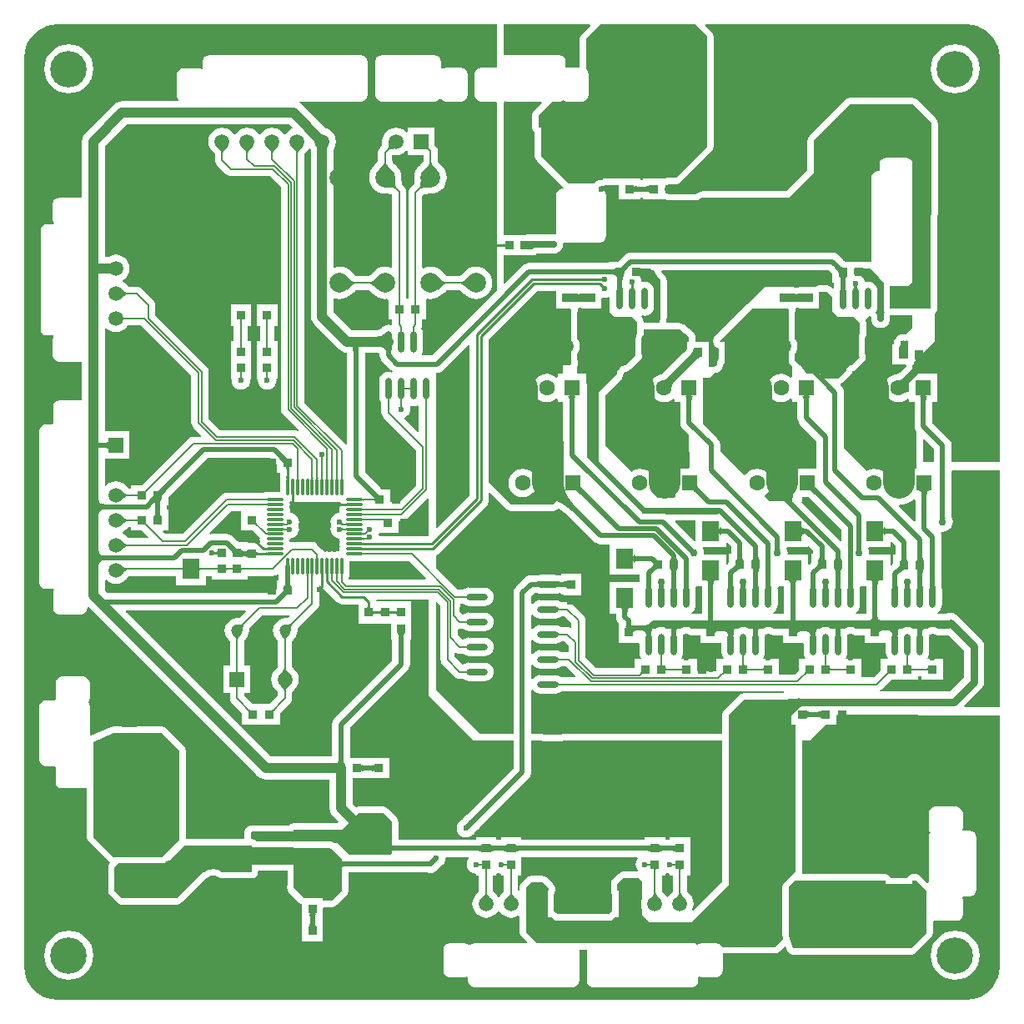
<source format=gtl>
G04*
G04 #@! TF.GenerationSoftware,Altium Limited,Altium Designer,18.1.9 (240)*
G04*
G04 Layer_Physical_Order=1*
G04 Layer_Color=255*
%FSLAX25Y25*%
%MOIN*%
G70*
G01*
G75*
%ADD10C,0.01000*%
%ADD17C,0.00600*%
%ADD18C,0.00800*%
%ADD19O,0.08653X0.02362*%
%ADD20R,0.09449X0.12992*%
%ADD21R,0.09449X0.03937*%
%ADD22R,0.03700X0.03200*%
%ADD23R,0.03200X0.03700*%
%ADD24O,0.02362X0.08661*%
%ADD25R,0.07087X0.07874*%
%ADD26O,0.01181X0.07087*%
%ADD27O,0.07087X0.01181*%
%ADD50C,0.02000*%
%ADD51C,0.04000*%
%ADD52C,0.02500*%
%ADD53C,0.03000*%
%ADD54C,0.12500*%
%ADD55O,0.14567X0.14567*%
%ADD56R,0.11811X0.25591*%
%ADD57C,0.05906*%
%ADD58R,0.05906X0.05906*%
%ADD59R,0.05906X0.05906*%
%ADD60R,0.06299X0.06299*%
%ADD61C,0.06299*%
%ADD62C,0.07874*%
%ADD63C,0.04724*%
%ADD64R,0.05906X0.05906*%
%ADD65C,0.05906*%
%ADD66R,0.06299X0.07874*%
%ADD67R,0.11811X0.19685*%
%ADD68C,0.02362*%
%ADD69C,0.04000*%
%ADD70C,0.02500*%
%ADD71C,0.03000*%
G36*
X15000Y391738D02*
X191000D01*
Y374844D01*
X190613Y374526D01*
X190500Y374549D01*
X184500D01*
X183525Y374355D01*
X182698Y373802D01*
X182145Y372975D01*
X181951Y372000D01*
Y363500D01*
X182145Y362525D01*
X182698Y361698D01*
X183525Y361145D01*
X184500Y360951D01*
X190500D01*
X190613Y360974D01*
X191000Y360656D01*
X191000Y285488D01*
X165042Y259530D01*
X160956D01*
X160752Y260030D01*
X161086Y260838D01*
X161213Y261799D01*
Y268098D01*
X161086Y269059D01*
X160715Y269955D01*
X160553Y270167D01*
X160646Y270288D01*
X160928Y270969D01*
X161024Y271700D01*
Y273900D01*
X162550D01*
Y281729D01*
X163050Y282100D01*
X163072Y282094D01*
X164333Y281969D01*
X165595Y282094D01*
X166809Y282462D01*
X167927Y283059D01*
X168795Y283772D01*
X168922Y283854D01*
X169774Y284682D01*
X170451Y285263D01*
X170685Y285438D01*
X170879Y285566D01*
X170963Y285613D01*
X175870D01*
X175955Y285566D01*
X176148Y285438D01*
X176364Y285277D01*
X177472Y284291D01*
X177889Y283876D01*
X178006Y283798D01*
X178907Y283059D01*
X180025Y282462D01*
X181238Y282094D01*
X182500Y281969D01*
X183762Y282094D01*
X184975Y282462D01*
X186093Y283059D01*
X187074Y283864D01*
X187878Y284844D01*
X188476Y285962D01*
X188844Y287175D01*
X188968Y288437D01*
X188844Y289699D01*
X188476Y290913D01*
X187878Y292031D01*
X187074Y293011D01*
X186093Y293815D01*
X184975Y294413D01*
X183762Y294781D01*
X182500Y294905D01*
X181238Y294781D01*
X180025Y294413D01*
X178907Y293815D01*
X178039Y293103D01*
X177912Y293021D01*
X177059Y292193D01*
X176382Y291612D01*
X176148Y291437D01*
X175955Y291309D01*
X175870Y291262D01*
X170963D01*
X170879Y291309D01*
X170685Y291437D01*
X170470Y291598D01*
X169361Y292583D01*
X168945Y292999D01*
X168827Y293077D01*
X167927Y293815D01*
X166809Y294413D01*
X165595Y294781D01*
X164333Y294905D01*
X163072Y294781D01*
X161858Y294413D01*
X161453Y294197D01*
X161024Y294454D01*
Y323259D01*
X161642Y323878D01*
X161735Y323904D01*
X161962Y323950D01*
X162229Y323989D01*
X163710Y324076D01*
X164298Y324077D01*
X164436Y324105D01*
X165595Y324219D01*
X166809Y324587D01*
X167927Y325184D01*
X168907Y325989D01*
X169711Y326969D01*
X170309Y328087D01*
X170677Y329301D01*
X170801Y330563D01*
X170677Y331824D01*
X170309Y333038D01*
X169711Y334156D01*
X168999Y335024D01*
X168917Y335151D01*
X168088Y336003D01*
X167508Y336681D01*
X167332Y336915D01*
X167205Y337108D01*
X167157Y337193D01*
Y341167D01*
X167061Y341898D01*
X166779Y342579D01*
X166330Y343164D01*
X165953Y343541D01*
Y350453D01*
X155047D01*
Y348809D01*
X154574Y348648D01*
X154389Y348889D01*
X153250Y349763D01*
X151924Y350312D01*
X150500Y350500D01*
X149076Y350312D01*
X147750Y349763D01*
X146611Y348889D01*
X145737Y347750D01*
X145188Y346424D01*
X145000Y345000D01*
X145001Y344992D01*
X144998Y344978D01*
X144997Y344539D01*
X144986Y344207D01*
X144934Y343602D01*
X144908Y343444D01*
X144896Y343390D01*
X144170Y342664D01*
X143721Y342079D01*
X143439Y341398D01*
X143342Y340667D01*
Y337193D01*
X143295Y337108D01*
X143167Y336915D01*
X143006Y336699D01*
X142021Y335590D01*
X141606Y335174D01*
X141527Y335056D01*
X140789Y334156D01*
X140191Y333038D01*
X139823Y331824D01*
X139699Y330563D01*
X139823Y329301D01*
X140191Y328087D01*
X140789Y326969D01*
X141593Y325989D01*
X142573Y325184D01*
X143691Y324587D01*
X144905Y324219D01*
X146022Y324109D01*
X146170Y324077D01*
X147358Y324060D01*
X148248Y323992D01*
X148538Y323950D01*
X148765Y323904D01*
X148858Y323878D01*
X148976Y323760D01*
Y294737D01*
X148476Y294464D01*
X147429Y294781D01*
X146167Y294905D01*
X144905Y294781D01*
X143691Y294413D01*
X142573Y293815D01*
X141705Y293103D01*
X141578Y293021D01*
X140726Y292193D01*
X140049Y291612D01*
X139814Y291437D01*
X139621Y291309D01*
X139537Y291262D01*
X134630D01*
X134545Y291309D01*
X134352Y291437D01*
X134136Y291598D01*
X133028Y292583D01*
X132611Y292999D01*
X132493Y293077D01*
X131594Y293815D01*
X130475Y294413D01*
X129262Y294781D01*
X128000Y294905D01*
X126738Y294781D01*
X125940Y294539D01*
X125539Y294837D01*
Y340984D01*
X125549Y341032D01*
X125558Y341983D01*
X125763Y342250D01*
X126312Y343577D01*
X126500Y345000D01*
X126312Y346424D01*
X125763Y347750D01*
X124889Y348889D01*
X123750Y349763D01*
X122424Y350312D01*
X122135Y350350D01*
X121361Y351070D01*
X121330Y351089D01*
X112709Y359709D01*
X111769Y360431D01*
X111721Y360451D01*
X111820Y360951D01*
X136500D01*
X137476Y361145D01*
X138302Y361698D01*
X138855Y362525D01*
X139049Y363500D01*
Y377000D01*
X138855Y377976D01*
X138302Y378802D01*
X137476Y379355D01*
X136500Y379549D01*
X75750D01*
X74774Y379355D01*
X73948Y378802D01*
X73395Y377976D01*
X73201Y377000D01*
Y374150D01*
X72760Y373915D01*
X72475Y374105D01*
X71500Y374299D01*
X65500D01*
X64525Y374105D01*
X63698Y373552D01*
X63145Y372726D01*
X62951Y371750D01*
Y363250D01*
X63145Y362275D01*
X63637Y361539D01*
X63478Y361039D01*
X41000D01*
X41000Y361039D01*
X39825Y360884D01*
X38731Y360431D01*
X37791Y359709D01*
X37791Y359709D01*
X26291Y348209D01*
X25569Y347269D01*
X25116Y346175D01*
X24961Y345000D01*
Y322802D01*
X24575Y322484D01*
X24250Y322549D01*
X15750D01*
X14774Y322355D01*
X13948Y321802D01*
X13395Y320975D01*
X13201Y320000D01*
Y314000D01*
X13395Y313024D01*
X13746Y312499D01*
X13479Y311999D01*
X11000D01*
X10025Y311805D01*
X9198Y311252D01*
X8645Y310425D01*
X8451Y309450D01*
Y269950D01*
X8645Y268974D01*
X9198Y268148D01*
X10025Y267595D01*
X11000Y267401D01*
X13412D01*
X13679Y266901D01*
X13395Y266476D01*
X13201Y265500D01*
Y259500D01*
X13395Y258524D01*
X13948Y257698D01*
X14774Y257145D01*
X15750Y256951D01*
X24250D01*
X24575Y257016D01*
X24961Y256698D01*
Y241851D01*
X24575Y241534D01*
X24500Y241549D01*
X16000D01*
X15024Y241355D01*
X14198Y240802D01*
X13645Y239976D01*
X13451Y239000D01*
Y233000D01*
X13566Y232424D01*
X13157Y231924D01*
X10500D01*
X9525Y231730D01*
X8698Y231177D01*
X8145Y230350D01*
X7951Y229375D01*
Y168625D01*
X8145Y167649D01*
X8698Y166823D01*
X9525Y166270D01*
X10500Y166076D01*
X13516D01*
X13752Y165635D01*
X13645Y165475D01*
X13451Y164500D01*
Y158500D01*
X13645Y157525D01*
X14198Y156698D01*
X15024Y156145D01*
X16000Y155951D01*
X24500D01*
X25475Y156145D01*
X26302Y156698D01*
X26855Y157525D01*
X27049Y158500D01*
Y158926D01*
X27511Y159117D01*
X29791Y156838D01*
X95338Y91291D01*
X96278Y90569D01*
X97373Y90116D01*
X98547Y89961D01*
X123961D01*
Y78473D01*
X124116Y77298D01*
X124569Y76203D01*
X125291Y75263D01*
X127505Y73049D01*
X127297Y72549D01*
X109600D01*
X108624Y72355D01*
X107798Y71802D01*
X107699Y71654D01*
X101400D01*
X101400Y71654D01*
X101100D01*
X101100Y71654D01*
X92900D01*
X92711Y71617D01*
X92518Y71625D01*
X92228Y71520D01*
X91925Y71460D01*
X91764Y71353D01*
X91583Y71287D01*
X91183Y71046D01*
X90955Y70838D01*
X90698Y70666D01*
X90591Y70506D01*
X90448Y70376D01*
X90317Y70096D01*
X90145Y69839D01*
X90107Y69650D01*
X90026Y69475D01*
X90011Y69167D01*
X89951Y68864D01*
Y66049D01*
X66549D01*
Y101500D01*
X66355Y102476D01*
X65802Y103302D01*
X58802Y110302D01*
X57976Y110855D01*
X57000Y111049D01*
X37500D01*
X37475Y111044D01*
X37450Y111048D01*
X36988Y110947D01*
X36525Y110855D01*
X36503Y110841D01*
X36478Y110835D01*
X28549Y107366D01*
X28311Y107456D01*
X28049Y107645D01*
Y119125D01*
X27855Y120100D01*
X27379Y120812D01*
X27855Y121525D01*
X28049Y122500D01*
Y128500D01*
X27855Y129475D01*
X27302Y130302D01*
X26476Y130855D01*
X25500Y131049D01*
X17000D01*
X16025Y130855D01*
X15198Y130302D01*
X14645Y129475D01*
X14451Y128500D01*
Y122500D01*
X14538Y122061D01*
X14221Y121674D01*
X10500D01*
X9525Y121480D01*
X8698Y120927D01*
X8145Y120100D01*
X7951Y119125D01*
Y97875D01*
X8145Y96899D01*
X8698Y96073D01*
X9525Y95520D01*
X10500Y95326D01*
X14184D01*
X14451Y95000D01*
Y89000D01*
X14645Y88024D01*
X15198Y87198D01*
X16025Y86645D01*
X17000Y86451D01*
X25500D01*
X26451Y86640D01*
X26539Y86645D01*
X26951Y86388D01*
Y67000D01*
X27145Y66025D01*
X27698Y65198D01*
X35698Y57198D01*
X36095Y56932D01*
X35943Y56432D01*
X35743Y56185D01*
X35710Y56073D01*
X35645Y55976D01*
X35570Y55599D01*
X35462Y55231D01*
X35474Y55115D01*
X35451Y55000D01*
Y45500D01*
X35645Y44524D01*
X36198Y43698D01*
X39198Y40698D01*
X40025Y40145D01*
X41000Y39951D01*
X63000D01*
X63976Y40145D01*
X64802Y40698D01*
X74636Y50531D01*
X74744Y50538D01*
X74895Y50612D01*
X75059Y50645D01*
X75337Y50830D01*
X75636Y50978D01*
X75936Y51208D01*
X76691Y51521D01*
X77500Y51627D01*
X78309Y51521D01*
X79064Y51208D01*
X79364Y50978D01*
X79663Y50830D01*
X79940Y50645D01*
X80106Y50612D01*
X80256Y50538D01*
X80589Y50516D01*
X80916Y50451D01*
X92900Y50451D01*
X93875Y50645D01*
X94702Y51198D01*
X95255Y52025D01*
X95449Y53000D01*
Y53401D01*
X101100D01*
X101100Y53401D01*
X101400D01*
X101400Y53401D01*
X107051D01*
Y47612D01*
X107007Y47460D01*
X106976Y47102D01*
X106906Y46750D01*
X106934Y46611D01*
X106922Y46469D01*
X107030Y46127D01*
X107100Y45774D01*
X107179Y45656D01*
X107222Y45521D01*
X107453Y45246D01*
X107653Y44948D01*
X111953Y40648D01*
X112780Y40095D01*
X112983Y40055D01*
Y36448D01*
X112946Y36262D01*
X112983Y36076D01*
Y31524D01*
X112946Y31338D01*
X112983Y31152D01*
Y25150D01*
X121183D01*
Y31152D01*
X121220Y31338D01*
X121183Y31524D01*
Y36076D01*
X121220Y36262D01*
X121183Y36448D01*
Y38661D01*
X121536Y38951D01*
X125000Y38951D01*
X125976Y39145D01*
X126802Y39698D01*
X130629Y43524D01*
X131182Y44351D01*
X131376Y45327D01*
X131376Y52720D01*
X163154D01*
X163289Y52664D01*
X164250Y52537D01*
X165211Y52664D01*
X166106Y53035D01*
X166875Y53625D01*
X167465Y54394D01*
X167522Y54529D01*
X168221Y55228D01*
X168356Y55285D01*
X169125Y55875D01*
X169715Y56644D01*
X170086Y57539D01*
X170213Y58500D01*
X170537Y58870D01*
X179432D01*
X179678Y58370D01*
X179285Y57856D01*
X178914Y56961D01*
X178787Y56000D01*
X178914Y55039D01*
X179285Y54144D01*
X179875Y53375D01*
X180644Y52785D01*
X181539Y52414D01*
X182400Y52300D01*
Y51650D01*
X183676D01*
Y45252D01*
X183647Y45205D01*
X183568Y45096D01*
X182903Y44336D01*
X182625Y44056D01*
X182617Y44044D01*
X182611Y44040D01*
X181737Y42900D01*
X181188Y41574D01*
X181000Y40151D01*
X181188Y38727D01*
X181737Y37401D01*
X182611Y36262D01*
X183750Y35388D01*
X185076Y34838D01*
X186500Y34651D01*
X187924Y34838D01*
X189250Y35388D01*
X190389Y36262D01*
X191219Y37344D01*
X191500Y37375D01*
X191781Y37344D01*
X192611Y36262D01*
X193750Y35388D01*
X195077Y34838D01*
X196500Y34651D01*
X197924Y34838D01*
X199250Y35388D01*
X199503Y35582D01*
X199951Y35360D01*
Y29000D01*
X200145Y28025D01*
X200698Y27198D01*
X202884Y25011D01*
X202693Y24549D01*
X181750D01*
X180774Y24355D01*
X180263Y24013D01*
X179875Y23836D01*
X179487Y24013D01*
X178975Y24355D01*
X178000Y24549D01*
X172000D01*
X171025Y24355D01*
X170198Y23802D01*
X169645Y22975D01*
X169451Y22000D01*
Y13500D01*
X169645Y12525D01*
X170198Y11698D01*
X171025Y11145D01*
X172000Y10951D01*
X178000D01*
X178701Y11090D01*
X179201Y10740D01*
Y9500D01*
X179395Y8525D01*
X179948Y7698D01*
X180774Y7145D01*
X181750Y6951D01*
X221250D01*
X222225Y7145D01*
X223052Y7698D01*
X223605Y8525D01*
X223799Y9500D01*
Y21951D01*
X226701D01*
Y9500D01*
X226895Y8525D01*
X227448Y7698D01*
X228274Y7145D01*
X229250Y6951D01*
X268750D01*
X269725Y7145D01*
X270552Y7698D01*
X271105Y8525D01*
X271299Y9500D01*
Y10740D01*
X271799Y11090D01*
X272500Y10951D01*
X278500D01*
X279475Y11145D01*
X280302Y11698D01*
X280855Y12525D01*
X281049Y13500D01*
Y20451D01*
X302000Y20451D01*
X302975Y20645D01*
X303802Y21198D01*
X305800Y23195D01*
X306286Y23080D01*
X306749Y21694D01*
X306794Y21614D01*
X306812Y21524D01*
X307039Y21185D01*
X307241Y20830D01*
X307313Y20774D01*
X307364Y20698D01*
X307704Y20471D01*
X308027Y20220D01*
X308115Y20196D01*
X308191Y20145D01*
X308592Y20065D01*
X308986Y19957D01*
X309077Y19969D01*
X309167Y19951D01*
X356500D01*
X357475Y20145D01*
X358302Y20698D01*
X364302Y26698D01*
X364855Y27525D01*
X365049Y28500D01*
X365049Y33246D01*
X365436Y33563D01*
X366000Y33451D01*
X374500D01*
X375476Y33645D01*
X376302Y34198D01*
X376855Y35024D01*
X377049Y36000D01*
Y42000D01*
X376909Y42701D01*
X377260Y43201D01*
X380000D01*
X380976Y43395D01*
X381802Y43948D01*
X382355Y44774D01*
X382549Y45750D01*
Y67000D01*
X382355Y67975D01*
X381802Y68802D01*
X380976Y69355D01*
X380000Y69549D01*
X377254D01*
X376937Y69936D01*
X377049Y70500D01*
Y76500D01*
X376855Y77476D01*
X376302Y78302D01*
X375476Y78855D01*
X374500Y79049D01*
X366000D01*
X365024Y78855D01*
X364198Y78302D01*
X363645Y77476D01*
X363451Y76500D01*
Y70500D01*
X363645Y69525D01*
X364163Y68750D01*
X363645Y67975D01*
X363451Y67000D01*
Y48807D01*
X362989Y48616D01*
X360302Y51302D01*
X359475Y51855D01*
X358500Y52049D01*
X356953D01*
X355977Y51855D01*
X355150Y51302D01*
X354679Y50596D01*
X348322D01*
X347850Y51302D01*
X347023Y51855D01*
X346047Y52049D01*
X313069D01*
X313040Y52073D01*
X313032Y52081D01*
X312746Y52549D01*
X312794Y52840D01*
X312882Y53286D01*
X312882Y105500D01*
X315988D01*
X322091Y111900D01*
X326683D01*
Y115640D01*
X327038Y115992D01*
X391738Y115515D01*
Y15000D01*
X391758Y14899D01*
X391605Y12956D01*
X391127Y10962D01*
X390342Y9068D01*
X389271Y7320D01*
X387940Y5761D01*
X386381Y4430D01*
X384632Y3359D01*
X382738Y2574D01*
X380745Y2095D01*
X378802Y1942D01*
X378701Y1963D01*
X15000D01*
X14899Y1942D01*
X12956Y2095D01*
X10962Y2574D01*
X9068Y3359D01*
X7320Y4430D01*
X5761Y5761D01*
X4430Y7320D01*
X3359Y9068D01*
X2574Y10962D01*
X2095Y12956D01*
X1942Y14899D01*
X1963Y15000D01*
Y378701D01*
X1942Y378802D01*
X2095Y380745D01*
X2574Y382738D01*
X3359Y384632D01*
X4430Y386381D01*
X5761Y387940D01*
X7320Y389271D01*
X9068Y390342D01*
X10962Y391127D01*
X12956Y391605D01*
X14899Y391758D01*
X15000Y391738D01*
D02*
G37*
G36*
X228171Y391276D02*
X224698Y387802D01*
X224145Y386975D01*
X223951Y386000D01*
X223951Y374549D01*
X219000D01*
X218686Y374486D01*
X218299Y374804D01*
Y377000D01*
X218105Y377976D01*
X217552Y378802D01*
X216725Y379355D01*
X215750Y379549D01*
X194500D01*
X193936Y379437D01*
X193549Y379754D01*
Y391738D01*
X227980D01*
X228171Y391276D01*
D02*
G37*
G36*
X275000Y386769D02*
X275000Y343000D01*
X262539Y330539D01*
X260000D01*
X258825Y330384D01*
X258139Y330100D01*
X251948D01*
X251762Y330137D01*
X251576Y330100D01*
X249250D01*
Y329530D01*
X248350D01*
Y330100D01*
X246024D01*
X245838Y330137D01*
X245652Y330100D01*
X233250D01*
Y329993D01*
X232874Y329664D01*
X232500Y329713D01*
X231539Y329586D01*
X230644Y329215D01*
X229875Y328625D01*
X229602Y328269D01*
X219404D01*
X208591Y339082D01*
X208453Y339547D01*
X208453D01*
X208453Y339547D01*
Y350453D01*
X207500D01*
Y355667D01*
X212784Y360951D01*
X215750D01*
X216725Y361145D01*
X217375Y361579D01*
X218024Y361145D01*
X219000Y360951D01*
X225000D01*
X225975Y361145D01*
X226802Y361698D01*
X227355Y362525D01*
X227549Y363500D01*
Y372000D01*
X227355Y372975D01*
X226802Y373802D01*
X226500Y374005D01*
X226500Y386000D01*
X232238Y391738D01*
X270031D01*
X275000Y386769D01*
D02*
G37*
G36*
X109041Y350540D02*
X108943Y350050D01*
X108250Y349763D01*
X107111Y348889D01*
X106281Y347807D01*
X106000Y347776D01*
X105719Y347807D01*
X104889Y348889D01*
X103750Y349763D01*
X102424Y350312D01*
X101000Y350500D01*
X99576Y350312D01*
X98250Y349763D01*
X97111Y348889D01*
X96281Y347807D01*
X96000Y347776D01*
X95719Y347807D01*
X94889Y348889D01*
X93750Y349763D01*
X92423Y350312D01*
X91000Y350500D01*
X89577Y350312D01*
X88250Y349763D01*
X87111Y348889D01*
X86281Y347807D01*
X86000Y347776D01*
X85719Y347807D01*
X84889Y348889D01*
X83750Y349763D01*
X82424Y350312D01*
X81000Y350500D01*
X79576Y350312D01*
X78250Y349763D01*
X77111Y348889D01*
X76237Y347750D01*
X75688Y346424D01*
X75500Y345000D01*
X75688Y343577D01*
X76237Y342250D01*
X77111Y341111D01*
X77117Y341106D01*
X77125Y341094D01*
X77435Y340783D01*
X77662Y340541D01*
X78053Y340075D01*
X78146Y339946D01*
X78176Y339899D01*
Y337500D01*
X78272Y336769D01*
X78554Y336088D01*
X79003Y335503D01*
X82503Y332003D01*
X83088Y331554D01*
X83769Y331272D01*
X84500Y331176D01*
X100133D01*
X104576Y326733D01*
Y237706D01*
X104672Y236975D01*
X104954Y236294D01*
X105403Y235709D01*
X111436Y229676D01*
X111153Y229252D01*
X110728Y229428D01*
X109997Y229524D01*
X80167D01*
X75524Y234167D01*
Y252997D01*
X75428Y253728D01*
X75146Y254409D01*
X74697Y254994D01*
X54324Y275367D01*
Y279500D01*
X54228Y280231D01*
X53946Y280912D01*
X53497Y281497D01*
X48797Y286197D01*
X48212Y286646D01*
X47531Y286928D01*
X46800Y287024D01*
X43601D01*
X43554Y287053D01*
X43445Y287133D01*
X42685Y287797D01*
X42406Y288075D01*
X42394Y288083D01*
X42389Y288089D01*
X41307Y288919D01*
X41276Y289200D01*
X41307Y289481D01*
X42389Y290311D01*
X43263Y291450D01*
X43812Y292776D01*
X44000Y294200D01*
X43812Y295623D01*
X43263Y296950D01*
X42389Y298089D01*
X41250Y298963D01*
X39924Y299512D01*
X38500Y299700D01*
X37077Y299512D01*
X35750Y298963D01*
X35519Y298786D01*
X34539Y298750D01*
X34362Y298814D01*
X34039Y299028D01*
Y343120D01*
X42880Y351961D01*
X107620D01*
X109041Y350540D01*
D02*
G37*
G36*
X120970Y347953D02*
X118047Y345029D01*
X118035Y345060D01*
X117998Y345113D01*
X117935Y345190D01*
X117598Y345559D01*
X116797Y346375D01*
X119625Y349203D01*
X120970Y347953D01*
D02*
G37*
G36*
X163407Y342861D02*
X163390Y342806D01*
Y342742D01*
X163407Y342670D01*
X163441Y342590D01*
X163492Y342500D01*
X163559Y342403D01*
X163644Y342297D01*
X163865Y342059D01*
X163441Y341635D01*
X163318Y341754D01*
X163097Y341940D01*
X162999Y342008D01*
X162910Y342059D01*
X162830Y342093D01*
X162758Y342110D01*
X162694D01*
X162639Y342093D01*
X162592Y342059D01*
X163441Y342908D01*
X163407Y342861D01*
D02*
G37*
G36*
X150470Y342047D02*
X149994Y342046D01*
X148789Y341965D01*
X148461Y341912D01*
X148171Y341847D01*
X147918Y341769D01*
X147702Y341678D01*
X147524Y341574D01*
X147382Y341458D01*
X146958Y341882D01*
X147074Y342024D01*
X147178Y342202D01*
X147269Y342418D01*
X147347Y342671D01*
X147412Y342961D01*
X147465Y343289D01*
X147532Y344055D01*
X147546Y344494D01*
X147547Y344970D01*
X150470Y342047D01*
D02*
G37*
G36*
X123054Y342861D02*
X123043Y342797D01*
X123033Y342699D01*
X123011Y342199D01*
X123000Y341056D01*
X119000D01*
X118933Y342891D01*
X123067D01*
X123054Y342861D01*
D02*
G37*
G36*
X112731Y342554D02*
X111936Y341644D01*
X111742Y341375D01*
X111583Y341124D01*
X111459Y340890D01*
X111371Y340673D01*
X111318Y340473D01*
X111300Y340291D01*
X110700D01*
X110682Y340473D01*
X110629Y340673D01*
X110541Y340890D01*
X110417Y341124D01*
X110258Y341375D01*
X110064Y341644D01*
X109569Y342233D01*
X109269Y342554D01*
X108933Y342891D01*
X113067D01*
X112731Y342554D01*
D02*
G37*
G36*
X102731D02*
X101936Y341644D01*
X101742Y341375D01*
X101583Y341124D01*
X101459Y340890D01*
X101371Y340673D01*
X101318Y340473D01*
X101300Y340291D01*
X100700D01*
X100682Y340473D01*
X100629Y340673D01*
X100541Y340890D01*
X100417Y341124D01*
X100258Y341375D01*
X100064Y341644D01*
X99569Y342233D01*
X99269Y342554D01*
X98933Y342891D01*
X103067D01*
X102731Y342554D01*
D02*
G37*
G36*
X92731D02*
X91936Y341644D01*
X91742Y341375D01*
X91583Y341124D01*
X91459Y340890D01*
X91371Y340673D01*
X91318Y340473D01*
X91300Y340291D01*
X90700D01*
X90682Y340473D01*
X90629Y340673D01*
X90541Y340890D01*
X90417Y341124D01*
X90258Y341375D01*
X90064Y341644D01*
X89569Y342233D01*
X89269Y342554D01*
X88933Y342891D01*
X93067D01*
X92731Y342554D01*
D02*
G37*
G36*
X82731D02*
X81936Y341644D01*
X81742Y341375D01*
X81583Y341124D01*
X81459Y340890D01*
X81371Y340673D01*
X81318Y340473D01*
X81300Y340291D01*
X80700D01*
X80682Y340473D01*
X80629Y340673D01*
X80541Y340890D01*
X80417Y341124D01*
X80258Y341375D01*
X80064Y341644D01*
X79569Y342233D01*
X79269Y342554D01*
X78933Y342891D01*
X83067D01*
X82731Y342554D01*
D02*
G37*
G36*
X155047Y341191D02*
Y339547D01*
X161509D01*
Y337193D01*
X161462Y337108D01*
X161334Y336915D01*
X161173Y336699D01*
X160187Y335590D01*
X159772Y335174D01*
X159694Y335056D01*
X158955Y334156D01*
X158358Y333038D01*
X157990Y331824D01*
X157879Y330707D01*
X157848Y330559D01*
X157831Y329371D01*
X157763Y328481D01*
X157721Y328192D01*
X157675Y327965D01*
X157648Y327871D01*
X156203Y326426D01*
X155754Y325841D01*
X155472Y325160D01*
X155376Y324429D01*
Y282100D01*
X154624D01*
Y324929D01*
X154528Y325660D01*
X154246Y326341D01*
X153797Y326926D01*
X152852Y327872D01*
X152825Y327965D01*
X152779Y328192D01*
X152741Y328459D01*
X152653Y329939D01*
X152652Y330527D01*
X152625Y330666D01*
X152510Y331824D01*
X152143Y333038D01*
X151545Y334156D01*
X150832Y335024D01*
X150750Y335151D01*
X149922Y336003D01*
X149341Y336681D01*
X149166Y336915D01*
X149038Y337108D01*
X148991Y337193D01*
Y339416D01*
X149077Y339430D01*
X150084Y339497D01*
X150478Y339498D01*
X150492Y339501D01*
X150500Y339500D01*
X151924Y339688D01*
X153250Y340237D01*
X154389Y341111D01*
X154574Y341352D01*
X155047Y341191D01*
D02*
G37*
G36*
X164658Y336623D02*
X164732Y336369D01*
X164854Y336089D01*
X165026Y335781D01*
X165247Y335447D01*
X165517Y335086D01*
X166205Y334284D01*
X167089Y333374D01*
X161577D01*
X162044Y333842D01*
X163149Y335086D01*
X163419Y335447D01*
X163640Y335781D01*
X163812Y336089D01*
X163935Y336369D01*
X164009Y336623D01*
X164033Y336850D01*
X164633D01*
X164658Y336623D01*
D02*
G37*
G36*
X146491D02*
X146565Y336369D01*
X146688Y336089D01*
X146860Y335781D01*
X147081Y335447D01*
X147351Y335086D01*
X148038Y334284D01*
X148923Y333374D01*
X143411D01*
X143877Y333842D01*
X144983Y335086D01*
X145253Y335447D01*
X145474Y335781D01*
X145646Y336089D01*
X145768Y336369D01*
X145842Y336623D01*
X145867Y336850D01*
X146467D01*
X146491Y336623D01*
D02*
G37*
G36*
X164294Y326626D02*
X163633Y326625D01*
X161972Y326527D01*
X161526Y326463D01*
X161133Y326383D01*
X160794Y326287D01*
X160509Y326175D01*
X160277Y326048D01*
X160099Y325904D01*
X159675Y326329D01*
X159818Y326507D01*
X159946Y326738D01*
X160057Y327024D01*
X160153Y327363D01*
X160233Y327755D01*
X160298Y328202D01*
X160379Y329255D01*
X160397Y330523D01*
X164294Y326626D01*
D02*
G37*
G36*
X150104Y329862D02*
X150202Y328202D01*
X150267Y327755D01*
X150347Y327363D01*
X150443Y327024D01*
X150554Y326738D01*
X150682Y326507D01*
X150825Y326329D01*
X150401Y325904D01*
X150223Y326048D01*
X149991Y326175D01*
X149706Y326287D01*
X149367Y326383D01*
X148974Y326463D01*
X148528Y326527D01*
X147474Y326608D01*
X146206Y326626D01*
X150103Y330523D01*
X150104Y329862D01*
D02*
G37*
G36*
X251762Y324412D02*
X251742Y324524D01*
X251682Y324624D01*
X251582Y324712D01*
X251442Y324788D01*
X251262Y324853D01*
X251042Y324906D01*
X250782Y324947D01*
X250482Y324976D01*
X249762Y325000D01*
Y327000D01*
X250142Y327006D01*
X250782Y327053D01*
X251042Y327094D01*
X251262Y327147D01*
X251442Y327212D01*
X251582Y327288D01*
X251682Y327376D01*
X251742Y327476D01*
X251762Y327588D01*
Y324412D01*
D02*
G37*
G36*
X245858Y327476D02*
X245918Y327376D01*
X246018Y327288D01*
X246158Y327212D01*
X246338Y327147D01*
X246558Y327094D01*
X246818Y327053D01*
X247118Y327024D01*
X247838Y327000D01*
Y325000D01*
X247458Y324994D01*
X246818Y324947D01*
X246558Y324906D01*
X246338Y324853D01*
X246158Y324788D01*
X246018Y324712D01*
X245918Y324624D01*
X245858Y324524D01*
X245838Y324412D01*
Y327588D01*
X245858Y327476D01*
D02*
G37*
G36*
X194500Y360951D02*
X208526D01*
X208718Y360489D01*
X205698Y357469D01*
X205145Y356642D01*
X204951Y355667D01*
Y350453D01*
X205145Y349477D01*
X205698Y348650D01*
X205904Y348513D01*
Y339547D01*
X205975Y339187D01*
X206009Y338822D01*
X206147Y338356D01*
X206210Y338238D01*
X206236Y338107D01*
X206440Y337801D01*
X206611Y337476D01*
X206714Y337391D01*
X206788Y337280D01*
X217519Y326549D01*
X217403Y326049D01*
X217000D01*
X216025Y325855D01*
X215198Y325302D01*
X214645Y324475D01*
X214451Y323500D01*
X214451Y308036D01*
X214075Y307707D01*
X213500Y307782D01*
X206622D01*
X206538Y307799D01*
X206456Y307783D01*
X206373Y307794D01*
X206199Y307782D01*
X202700D01*
X201721Y307653D01*
X201592Y307600D01*
X193549D01*
X193549Y360630D01*
X193554Y360662D01*
X193769Y360930D01*
X193911Y361017D01*
X194015Y361048D01*
X194500Y360951D01*
D02*
G37*
G36*
X206538Y305250D02*
X206538Y305250D01*
X206622Y305233D01*
X213333D01*
X213742Y305180D01*
X213827Y305185D01*
X213908Y305163D01*
X214075Y305185D01*
X214770Y304491D01*
X214767Y304445D01*
X214713Y304033D01*
X214715Y304025D01*
X214670Y303686D01*
X214549Y303394D01*
X214357Y303143D01*
X214106Y302951D01*
X213813Y302830D01*
X213333Y302767D01*
X206658D01*
X206562Y302748D01*
X206550Y302750D01*
X206545Y302749D01*
X206538Y302750D01*
X206538D01*
Y302750D01*
X206505Y302749D01*
X206334Y302712D01*
X206116Y302709D01*
X206042Y302692D01*
X205857Y302612D01*
X205574Y302556D01*
X205556Y302543D01*
X205533Y302538D01*
X205274Y302358D01*
X205130Y302295D01*
X205029Y302191D01*
X204748Y302003D01*
X204735Y301984D01*
X204716Y301971D01*
X204702Y301949D01*
X204224D01*
X204038Y301912D01*
D01*
D01*
X203852Y301949D01*
X203794D01*
X203742Y301939D01*
X203690Y301947D01*
X203646Y301945D01*
X203626Y301949D01*
X200150D01*
Y305051D01*
X201592D01*
X201592D01*
X201592D01*
X201991Y305130D01*
X202054Y305126D01*
X202867Y305233D01*
X206199D01*
X206281Y305250D01*
X206364Y305239D01*
X206538Y305250D01*
Y305250D01*
D02*
G37*
G36*
X193974Y302500D02*
X193964Y302595D01*
X193933Y302680D01*
X193883Y302755D01*
X193812Y302820D01*
X193721Y302875D01*
X193610Y302920D01*
X193478Y302955D01*
X193326Y302980D01*
X193154Y302995D01*
X192962Y303000D01*
Y304000D01*
X193154Y304005D01*
X193326Y304020D01*
X193478Y304045D01*
X193610Y304080D01*
X193721Y304125D01*
X193812Y304180D01*
X193883Y304245D01*
X193933Y304320D01*
X193964Y304405D01*
X193974Y304500D01*
Y302500D01*
D02*
G37*
G36*
X337713Y294251D02*
X339768D01*
X343826Y290193D01*
Y289700D01*
X344020Y288724D01*
X344573Y287898D01*
X345399Y287345D01*
X345437Y287338D01*
X345400Y287151D01*
Y282098D01*
Y278049D01*
X345594Y277074D01*
X345794Y276775D01*
X345594Y276476D01*
X345448Y275742D01*
X343554Y273847D01*
X343174Y273874D01*
X342984Y273984D01*
X342933Y274367D01*
Y274976D01*
X342891Y275191D01*
X342896Y275409D01*
X342795Y275674D01*
X342739Y275952D01*
X342618Y276133D01*
X342540Y276337D01*
X342344Y276543D01*
X342187Y276779D01*
X342179Y276827D01*
X342382Y277092D01*
X342753Y277987D01*
X342880Y278948D01*
Y285247D01*
X342753Y286208D01*
X342382Y287104D01*
X341792Y287873D01*
X341023Y288463D01*
X340128Y288834D01*
X339167Y288960D01*
X338206Y288834D01*
X338197Y288830D01*
X337764Y289080D01*
X337753Y289161D01*
X337382Y290056D01*
X336792Y290825D01*
X336023Y291415D01*
X335128Y291786D01*
X334167Y291913D01*
X333893Y291877D01*
X333517Y292207D01*
Y294251D01*
X337219D01*
X337405Y294288D01*
D01*
D01*
X337465Y294300D01*
X337467D01*
X337713Y294251D01*
D02*
G37*
G36*
X243252Y294538D02*
X242845Y294117D01*
X242208Y293366D01*
X241978Y293037D01*
X241807Y292739D01*
X241695Y292472D01*
X241642Y292235D01*
X241648Y292029D01*
X241714Y291854D01*
X241838Y291710D01*
X238760Y294288D01*
X238926Y294186D01*
X239119Y294138D01*
X239337Y294145D01*
X239582Y294205D01*
X239851Y294319D01*
X240147Y294488D01*
X240469Y294710D01*
X240816Y294987D01*
X241189Y295318D01*
X241588Y295702D01*
X243252Y294538D01*
D02*
G37*
G36*
X36391Y292133D02*
X36361Y292146D01*
X36297Y292157D01*
X36199Y292167D01*
X35699Y292189D01*
X34556Y292200D01*
Y296200D01*
X36391Y296267D01*
Y292133D01*
D02*
G37*
G36*
X327978Y295318D02*
X328698Y294710D01*
X329019Y294488D01*
X329315Y294319D01*
X329585Y294205D01*
X329829Y294145D01*
X330048Y294138D01*
X330240Y294186D01*
X330407Y294288D01*
X327329Y291710D01*
X327453Y291854D01*
X327518Y292029D01*
X327525Y292235D01*
X327472Y292472D01*
X327360Y292739D01*
X327189Y293037D01*
X326959Y293366D01*
X326670Y293726D01*
X325915Y294538D01*
X327579Y295702D01*
X327978Y295318D01*
D02*
G37*
G36*
X233067Y289229D02*
X233042Y289261D01*
X233008Y289290D01*
X232966Y289316D01*
X232917Y289338D01*
X232859Y289357D01*
X232792Y289373D01*
X232718Y289385D01*
X232635Y289393D01*
X232445Y289400D01*
X232728Y290400D01*
X232829Y290401D01*
X233254Y290428D01*
X233294Y290437D01*
X233325Y290446D01*
X233347Y290457D01*
X233067Y289229D01*
D02*
G37*
G36*
X330845Y291092D02*
X330703Y291032D01*
X330577Y290932D01*
X330468Y290792D01*
X330376Y290612D01*
X330301Y290392D01*
X330242Y290132D01*
X330200Y289832D01*
X330175Y289492D01*
X330167Y289112D01*
X328167D01*
X328158Y289492D01*
X328091Y290132D01*
X328033Y290392D01*
X327957Y290612D01*
X327865Y290792D01*
X327756Y290932D01*
X327630Y291032D01*
X327488Y291092D01*
X327329Y291112D01*
X331005D01*
X330845Y291092D01*
D02*
G37*
G36*
X238162Y291112D02*
X241838D01*
X241679Y291092D01*
X241536Y291032D01*
X241411Y290932D01*
X241302Y290792D01*
X241210Y290612D01*
X241134Y290392D01*
X241075Y290132D01*
X241034Y289832D01*
X241008Y289492D01*
X241000Y289112D01*
X239000D01*
X238992Y289492D01*
X238925Y290132D01*
X238866Y290392D01*
X238790Y290612D01*
X238698Y290792D01*
X238589Y290932D01*
X238464Y291032D01*
X238321Y291092D01*
X238162Y291112D01*
X238142Y291262D01*
X238082Y291396D01*
X237982Y291514D01*
X237842Y291616D01*
X237662Y291703D01*
X237442Y291774D01*
X237182Y291829D01*
X236882Y291868D01*
X236542Y291892D01*
X236162Y291900D01*
Y293900D01*
X236542Y293904D01*
X237442Y293962D01*
X237662Y293997D01*
X237842Y294040D01*
X237982Y294090D01*
X238082Y294148D01*
X238142Y294214D01*
X238162Y294288D01*
Y291112D01*
D02*
G37*
G36*
X233347Y287395D02*
X233540Y287230D01*
X233596Y287190D01*
X233649Y287157D01*
X233699Y287132D01*
X233744Y287114D01*
X233786Y287103D01*
X233824Y287100D01*
X232933Y286209D01*
X232930Y286247D01*
X232919Y286289D01*
X232901Y286335D01*
X232876Y286384D01*
X232843Y286437D01*
X232803Y286494D01*
X232701Y286618D01*
X232639Y286686D01*
X232569Y286757D01*
X233276Y287464D01*
X233347Y287395D01*
D02*
G37*
G36*
X324009Y292865D02*
X324048Y292802D01*
X324741Y292057D01*
X324803Y291980D01*
X324790Y291934D01*
X324812Y291727D01*
X324787Y291521D01*
X324806Y291450D01*
X324800Y291430D01*
X324811Y291269D01*
X324780Y291112D01*
X324817Y290926D01*
Y288600D01*
X325637D01*
Y287966D01*
X325618Y287874D01*
X325617Y287526D01*
X325586Y286441D01*
X325578Y286343D01*
X325187Y286151D01*
X325060Y286154D01*
X324503Y286711D01*
X323676Y287263D01*
X322701Y287457D01*
X319600D01*
X318625Y287263D01*
X318155Y286950D01*
X314165D01*
X314025Y286984D01*
X313968Y286976D01*
X313912Y286987D01*
X313726Y286950D01*
X311400D01*
Y286652D01*
X311397Y286652D01*
X310897Y286649D01*
X310827Y286634D01*
X310202D01*
X310139Y286649D01*
X309600Y286659D01*
Y286950D01*
X307274D01*
X307088Y286987D01*
X307032Y286976D01*
X306975Y286984D01*
X306835Y286950D01*
X297823D01*
X290887Y280013D01*
X290898Y280002D01*
X277959Y267064D01*
X277407Y266237D01*
X277213Y265262D01*
Y265262D01*
X277407Y264286D01*
X277407Y264286D01*
X277598Y263825D01*
X277945Y263306D01*
X278151Y262998D01*
X278151Y262998D01*
X278978Y262445D01*
X279468Y262348D01*
Y257919D01*
X279456Y257905D01*
X279413Y257832D01*
X279350Y257776D01*
X279201Y257474D01*
X279172Y257441D01*
X279149Y257374D01*
X278958Y257043D01*
X278947Y256960D01*
X278910Y256884D01*
X278892Y256617D01*
X278852Y256499D01*
X278770Y255871D01*
X278656Y255596D01*
X278474Y255359D01*
X278238Y255178D01*
X277962Y255064D01*
X277481Y255000D01*
X277325Y254948D01*
X275500D01*
Y255686D01*
X275500Y256148D01*
X275617Y256600D01*
X275617D01*
X275617Y257066D01*
Y259054D01*
X275647Y259297D01*
X275645Y259305D01*
X275646Y259312D01*
X275617Y259415D01*
Y264800D01*
X270537D01*
X270218Y265155D01*
X270217Y266892D01*
X270190Y267031D01*
X270202Y267172D01*
X270093Y267515D01*
X270023Y267868D01*
X269944Y267985D01*
X269901Y268120D01*
X269670Y268395D01*
X269470Y268694D01*
X269352Y268773D01*
X269261Y268881D01*
X265593Y271817D01*
X265274Y271982D01*
X264976Y272182D01*
X264836Y272210D01*
X264710Y272275D01*
X264352Y272306D01*
X264000Y272376D01*
X258776D01*
X258442Y272876D01*
X258653Y273388D01*
X258782Y274367D01*
Y282098D01*
Y289200D01*
X258653Y290179D01*
X258276Y291091D01*
X257675Y291875D01*
X256541Y293008D01*
X256733Y293470D01*
X323405D01*
X324009Y292865D01*
D02*
G37*
G36*
X334772Y287528D02*
X334750Y287491D01*
X334730Y287446D01*
X334714Y287393D01*
X334699Y287332D01*
X334687Y287264D01*
X334672Y287103D01*
X334671Y287077D01*
X334672Y287030D01*
X334711Y286567D01*
X334745Y286379D01*
X334789Y286219D01*
X334843Y286089D01*
X334907Y285987D01*
X334981Y285915D01*
X335064Y285872D01*
X335157Y285857D01*
X333176D01*
X333269Y285872D01*
X333353Y285915D01*
X333426Y285987D01*
X333490Y286089D01*
X333544Y286219D01*
X333588Y286379D01*
X333623Y286567D01*
X333647Y286784D01*
X333662Y287030D01*
X333662Y287053D01*
X333646Y287264D01*
X333634Y287332D01*
X333620Y287393D01*
X333603Y287446D01*
X333583Y287491D01*
X333561Y287528D01*
X333537Y287557D01*
X334797D01*
X334772Y287528D01*
D02*
G37*
G36*
X179688Y285682D02*
X179220Y286148D01*
X177977Y287253D01*
X177616Y287523D01*
X177281Y287744D01*
X176974Y287916D01*
X176693Y288039D01*
X176439Y288113D01*
X176212Y288137D01*
Y288737D01*
X176439Y288762D01*
X176693Y288836D01*
X176974Y288958D01*
X177281Y289130D01*
X177616Y289351D01*
X177977Y289621D01*
X178779Y290309D01*
X179688Y291193D01*
Y285682D01*
D02*
G37*
G36*
X167613Y290727D02*
X168857Y289621D01*
X169218Y289351D01*
X169552Y289130D01*
X169859Y288958D01*
X170140Y288836D01*
X170394Y288762D01*
X170621Y288737D01*
Y288137D01*
X170394Y288113D01*
X170140Y288039D01*
X169859Y287916D01*
X169552Y287744D01*
X169218Y287523D01*
X168857Y287253D01*
X168054Y286566D01*
X167145Y285682D01*
Y291193D01*
X167613Y290727D01*
D02*
G37*
G36*
X143355Y285682D02*
X142887Y286148D01*
X141643Y287253D01*
X141282Y287523D01*
X140948Y287744D01*
X140641Y287916D01*
X140360Y288039D01*
X140106Y288113D01*
X139879Y288137D01*
Y288737D01*
X140106Y288762D01*
X140360Y288836D01*
X140641Y288958D01*
X140948Y289130D01*
X141282Y289351D01*
X141643Y289621D01*
X142446Y290309D01*
X143355Y291193D01*
Y285682D01*
D02*
G37*
G36*
X131280Y290727D02*
X132523Y289621D01*
X132884Y289351D01*
X133219Y289130D01*
X133526Y288958D01*
X133807Y288836D01*
X134061Y288762D01*
X134288Y288737D01*
Y288137D01*
X134061Y288113D01*
X133807Y288039D01*
X133526Y287916D01*
X133219Y287744D01*
X132884Y287523D01*
X132523Y287253D01*
X131721Y286566D01*
X130812Y285682D01*
Y291193D01*
X131280Y290727D01*
D02*
G37*
G36*
X330168Y287486D02*
X330279Y285636D01*
X330306Y285552D01*
X328028D01*
X328054Y285636D01*
X328078Y285752D01*
X328099Y285901D01*
X328132Y286298D01*
X328165Y287486D01*
X328167Y287864D01*
X330167D01*
X330168Y287486D01*
D02*
G37*
G36*
X241001D02*
X241113Y285636D01*
X241139Y285552D01*
X238861D01*
X238887Y285636D01*
X238911Y285752D01*
X238932Y285901D01*
X238965Y286298D01*
X238999Y287486D01*
X239000Y287864D01*
X241000D01*
X241001Y287486D01*
D02*
G37*
G36*
X236000Y282425D02*
Y277000D01*
X238000Y275000D01*
X245000D01*
X247000Y273000D01*
Y269549D01*
X247000Y269549D01*
Y268487D01*
X246847Y268288D01*
X246785Y268206D01*
X246414Y267311D01*
X246370Y266978D01*
X246287Y266350D01*
Y260050D01*
X246347Y259598D01*
X242249Y255500D01*
X241951D01*
X240976Y255306D01*
X240149Y254753D01*
X239698Y254302D01*
X239145Y253475D01*
X238951Y252500D01*
Y252150D01*
X231500Y244699D01*
X231500Y217036D01*
X243657Y204879D01*
X243971Y204471D01*
X244379Y204157D01*
X250037Y198500D01*
X273009Y198500D01*
X273735Y197943D01*
X274586Y197590D01*
X275500Y197470D01*
X279927D01*
X279970Y196970D01*
X278929Y195929D01*
X258650Y195929D01*
X258214Y196110D01*
X257300Y196230D01*
X249262D01*
X226726Y218766D01*
X226726Y248132D01*
X226483Y248376D01*
Y252050D01*
X223000D01*
Y255083D01*
X223012Y255113D01*
X223152Y255322D01*
X223201Y255568D01*
X223297Y255800D01*
X223297Y256051D01*
X223346Y256297D01*
X223297Y256543D01*
X223297Y256794D01*
X223201Y257026D01*
X223152Y257273D01*
X223071Y257394D01*
X223062Y257438D01*
X223000Y257500D01*
Y260107D01*
X223263Y260450D01*
X223812Y261776D01*
X224000Y263200D01*
X223812Y264623D01*
X223263Y265950D01*
X223000Y266293D01*
Y277000D01*
X223062Y277062D01*
X223100Y277253D01*
Y277736D01*
X223106Y278220D01*
X223205Y278329D01*
X223510Y278566D01*
X223798D01*
X223861Y278552D01*
X224400Y278541D01*
Y278250D01*
X226726D01*
X226912Y278213D01*
X226968Y278224D01*
X227025Y278216D01*
X227166Y278250D01*
X232600D01*
Y279000D01*
Y282238D01*
X233100Y282584D01*
X233833Y282487D01*
X234794Y282614D01*
X235513Y282911D01*
X236000Y282425D01*
D02*
G37*
G36*
X40946Y285931D02*
X41856Y285136D01*
X42125Y284942D01*
X42376Y284783D01*
X42610Y284659D01*
X42827Y284571D01*
X43027Y284518D01*
X43209Y284500D01*
Y283900D01*
X43027Y283882D01*
X42827Y283829D01*
X42610Y283741D01*
X42376Y283617D01*
X42125Y283458D01*
X41856Y283264D01*
X41267Y282769D01*
X40946Y282469D01*
X40609Y282133D01*
Y286267D01*
X40946Y285931D01*
D02*
G37*
G36*
X139621Y285566D02*
X139814Y285438D01*
X140030Y285277D01*
X141139Y284291D01*
X141556Y283876D01*
X141673Y283798D01*
X142573Y283059D01*
X143691Y282462D01*
X144905Y282094D01*
X146167Y281969D01*
X146950Y282046D01*
X147450Y281593D01*
Y273900D01*
X148976D01*
Y272013D01*
X148486Y271674D01*
X148461Y271685D01*
X147500Y271811D01*
X146539Y271685D01*
X145644Y271314D01*
X145063Y270869D01*
X144868Y270739D01*
X144806Y270647D01*
X144720Y270578D01*
X144490Y270306D01*
X144334Y270154D01*
X144170Y270025D01*
X143995Y269913D01*
X143800Y269814D01*
X143579Y269729D01*
X143325Y269656D01*
X143032Y269600D01*
X142697Y269564D01*
X142233Y269548D01*
X142196Y269539D01*
X132880D01*
X125539Y276880D01*
Y282038D01*
X125940Y282335D01*
X126738Y282094D01*
X128000Y281969D01*
X129262Y282094D01*
X130475Y282462D01*
X131594Y283059D01*
X132461Y283772D01*
X132588Y283854D01*
X133440Y284682D01*
X134118Y285263D01*
X134352Y285438D01*
X134545Y285566D01*
X134630Y285613D01*
X139537D01*
X139621Y285566D01*
D02*
G37*
G36*
X313912Y280762D02*
X313882Y280826D01*
X313792Y280884D01*
X313642Y280934D01*
X313432Y280978D01*
X313162Y281015D01*
X312442Y281070D01*
X310912Y281100D01*
Y284100D01*
X311482Y284103D01*
X313432Y284222D01*
X313642Y284266D01*
X313792Y284316D01*
X313882Y284374D01*
X313912Y284438D01*
Y280762D01*
D02*
G37*
G36*
X307118Y284374D02*
X307208Y284316D01*
X307358Y284266D01*
X307568Y284222D01*
X307838Y284185D01*
X308558Y284130D01*
X310088Y284100D01*
Y281100D01*
X309518Y281097D01*
X307568Y280978D01*
X307358Y280934D01*
X307208Y280884D01*
X307118Y280826D01*
X307088Y280762D01*
Y284438D01*
X307118Y284374D01*
D02*
G37*
G36*
X226912Y280762D02*
X226882Y280826D01*
X226792Y280884D01*
X226642Y280934D01*
X226432Y280978D01*
X226162Y281015D01*
X225442Y281070D01*
X223912Y281100D01*
Y284100D01*
X224482Y284103D01*
X226432Y284222D01*
X226642Y284266D01*
X226792Y284316D01*
X226882Y284374D01*
X226912Y284438D01*
Y280762D01*
D02*
G37*
G36*
X220118Y284374D02*
X220208Y284316D01*
X220358Y284266D01*
X220568Y284222D01*
X220838Y284185D01*
X221558Y284130D01*
X223088Y284100D01*
Y281100D01*
X222518Y281097D01*
X220568Y280978D01*
X220358Y280934D01*
X220208Y280884D01*
X220118Y280826D01*
X220088Y280762D01*
Y284438D01*
X220118Y284374D01*
D02*
G37*
G36*
X158503Y280074D02*
X158512Y279972D01*
X158527Y279882D01*
X158548Y279804D01*
X158575Y279738D01*
X158608Y279684D01*
X158647Y279642D01*
X158692Y279612D01*
X158743Y279594D01*
X158800Y279588D01*
X157600D01*
X157657Y279594D01*
X157708Y279612D01*
X157753Y279642D01*
X157792Y279684D01*
X157825Y279738D01*
X157852Y279804D01*
X157873Y279882D01*
X157888Y279972D01*
X157897Y280074D01*
X157900Y280188D01*
X158500D01*
X158503Y280074D01*
D02*
G37*
G36*
X152103D02*
X152112Y279972D01*
X152127Y279882D01*
X152148Y279804D01*
X152175Y279738D01*
X152208Y279684D01*
X152247Y279642D01*
X152292Y279612D01*
X152343Y279594D01*
X152400Y279588D01*
X151200D01*
X151257Y279594D01*
X151308Y279612D01*
X151353Y279642D01*
X151392Y279684D01*
X151425Y279738D01*
X151452Y279804D01*
X151473Y279882D01*
X151488Y279972D01*
X151497Y280074D01*
X151500Y280188D01*
X152100D01*
X152103Y280074D01*
D02*
G37*
G36*
X324867Y282742D02*
Y277350D01*
X327217Y275000D01*
X333500Y275000D01*
X333500D01*
X336000Y272500D01*
X336000Y268269D01*
X335951Y268206D01*
X335580Y267311D01*
X335454Y266350D01*
Y260050D01*
X335580Y259089D01*
X335705Y258788D01*
X332417Y255500D01*
X332329D01*
X332309Y255487D01*
X332271Y255471D01*
X332025Y255422D01*
X331816Y255282D01*
X331584Y255186D01*
X331406Y255009D01*
X331198Y254869D01*
X331058Y254661D01*
X330881Y254483D01*
X330785Y254251D01*
X330645Y254043D01*
X330596Y253796D01*
X330513Y253597D01*
X327217Y250300D01*
X320150D01*
Y252050D01*
X314643D01*
X312253Y255500D01*
X312000D01*
X310000Y257500D01*
Y258753D01*
Y259856D01*
Y260107D01*
X310263Y260450D01*
X310391Y260760D01*
D01*
X310812Y261776D01*
X311000Y263200D01*
X310812Y264623D01*
X310263Y265950D01*
X310000Y266293D01*
Y266544D01*
Y276749D01*
Y277000D01*
X310062Y277062D01*
X310100Y277253D01*
Y277736D01*
X310105Y278220D01*
X310205Y278329D01*
X310510Y278566D01*
X310798D01*
X310861Y278552D01*
X311400Y278541D01*
Y278250D01*
X313726D01*
X313912Y278213D01*
X313968Y278224D01*
X314025Y278216D01*
X314165Y278250D01*
X319600D01*
Y284909D01*
X322701D01*
X324867Y282742D01*
D02*
G37*
G36*
X364500Y352500D02*
X364267Y278049D01*
X356901D01*
X347949Y278049D01*
Y282098D01*
Y287151D01*
X354375D01*
X355350Y287345D01*
X356177Y287898D01*
X356730Y288724D01*
X356924Y289700D01*
Y293700D01*
X356745Y294600D01*
X356924Y295500D01*
X356924Y311750D01*
X356730Y312725D01*
X356714Y312750D01*
X356730Y312774D01*
X356924Y313750D01*
X356924Y330500D01*
X356775Y331250D01*
X356924Y332000D01*
Y336000D01*
X356730Y336976D01*
X356177Y337802D01*
X355350Y338355D01*
X354375Y338549D01*
X346375D01*
X345399Y338355D01*
X344573Y337802D01*
X344020Y336976D01*
X343826Y336000D01*
Y333049D01*
X343000D01*
X342024Y332855D01*
X341198Y332302D01*
X340645Y331475D01*
X340451Y330500D01*
X340451Y313750D01*
X340645Y312774D01*
X340661Y312750D01*
X340645Y312725D01*
X340451Y311750D01*
X340451Y296857D01*
X340408Y296820D01*
X339917Y296800D01*
Y296800D01*
X337713D01*
X337614Y296828D01*
X337509Y296816D01*
X337405Y296837D01*
X337219Y296800D01*
X330724D01*
X330632Y296827D01*
X330382Y296800D01*
X330174D01*
X329686Y297211D01*
X329348Y297537D01*
X329276Y297584D01*
X327363Y299496D01*
X326632Y300057D01*
X325780Y300410D01*
X324867Y300530D01*
X244300D01*
X243386Y300410D01*
X242535Y300057D01*
X241804Y299496D01*
X239891Y297584D01*
X239819Y297537D01*
X239458Y297189D01*
X239176Y296939D01*
X239001Y296800D01*
X238785D01*
X238535Y296827D01*
X238443Y296800D01*
X238348D01*
X238162Y296837D01*
X238001Y296805D01*
X237837Y296816D01*
X237789Y296800D01*
X235650D01*
Y296430D01*
X203667D01*
X202753Y296310D01*
X201902Y295957D01*
X201170Y295396D01*
X194011Y288237D01*
X193549Y288428D01*
Y299400D01*
X203626D01*
X203643Y299394D01*
X203794Y299400D01*
X203852D01*
X204038Y299363D01*
X204224Y299400D01*
X206550D01*
Y300201D01*
X206583Y300201D01*
X206658Y300218D01*
X213500D01*
X214479Y300346D01*
X215391Y300724D01*
X216175Y301325D01*
X216776Y302109D01*
X217154Y303021D01*
X217282Y304000D01*
X217256Y304200D01*
X217586Y304576D01*
X232000Y304576D01*
X232975Y304770D01*
X233802Y305323D01*
X234355Y306150D01*
X234549Y307125D01*
X234549Y323500D01*
X234355Y324476D01*
X233802Y325302D01*
X233527Y325486D01*
X233436Y325479D01*
X233368Y325467D01*
X233307Y325453D01*
X233254Y325436D01*
X233209Y325417D01*
X233172Y325395D01*
X233143Y325370D01*
Y325743D01*
X232976Y325855D01*
X232000Y326049D01*
X231678D01*
X231551Y326242D01*
X231459Y326549D01*
X231497Y326607D01*
X231624Y326718D01*
X231693Y326807D01*
X231929Y326989D01*
X232205Y327103D01*
X232500Y327142D01*
X232541Y327136D01*
X232626Y327142D01*
X232707Y327120D01*
X233119Y327174D01*
X233534Y327202D01*
X233610Y327239D01*
X233693Y327250D01*
X234053Y327458D01*
X234243Y327551D01*
X239650D01*
Y321900D01*
X245652D01*
X245838Y321863D01*
X246024Y321900D01*
X248350D01*
Y322470D01*
X249250D01*
Y321900D01*
X251576D01*
X251762Y321863D01*
X251948Y321900D01*
X258139D01*
X258825Y321616D01*
X260000Y321461D01*
X270000D01*
X271175Y321616D01*
X272269Y322069D01*
X272831Y322500D01*
X307500Y322500D01*
X317493Y332493D01*
X317500Y345500D01*
X332000Y360000D01*
X357000D01*
X364500Y352500D01*
D02*
G37*
G36*
X158743Y276418D02*
X158692Y276399D01*
X158647Y276369D01*
X158608Y276326D01*
X158575Y276271D01*
X158548Y276204D01*
X158527Y276124D01*
X158512Y276032D01*
X158503Y275928D01*
X158500Y275812D01*
X157900D01*
X157897Y275928D01*
X157888Y276032D01*
X157873Y276124D01*
X157852Y276204D01*
X157825Y276271D01*
X157792Y276326D01*
X157753Y276369D01*
X157708Y276399D01*
X157657Y276418D01*
X157600Y276424D01*
X158800D01*
X158743Y276418D01*
D02*
G37*
G36*
X152343D02*
X152292Y276399D01*
X152247Y276369D01*
X152208Y276326D01*
X152175Y276271D01*
X152148Y276204D01*
X152127Y276124D01*
X152112Y276032D01*
X152103Y275928D01*
X152100Y275812D01*
X151500D01*
X151497Y275928D01*
X151488Y276032D01*
X151473Y276124D01*
X151452Y276204D01*
X151425Y276271D01*
X151392Y276326D01*
X151353Y276369D01*
X151308Y276399D01*
X151257Y276418D01*
X151200Y276424D01*
X152400D01*
X152343Y276418D01*
D02*
G37*
G36*
X248263Y294224D02*
X248338Y294166D01*
X248463Y294116D01*
X248638Y294072D01*
X248863Y294035D01*
X249138Y294004D01*
X250263Y293953D01*
X250738Y293950D01*
Y293470D01*
X253690D01*
X253982Y293114D01*
X253992Y293008D01*
X254186Y292032D01*
X254739Y291206D01*
X255754Y290190D01*
X256049Y289806D01*
X256170Y289513D01*
X256233Y289033D01*
Y282098D01*
Y274534D01*
X256170Y274053D01*
X256087Y273851D01*
X256038Y273605D01*
X255942Y273373D01*
Y273122D01*
X255893Y272876D01*
Y272876D01*
X255556Y272376D01*
X249549D01*
Y273000D01*
X249355Y273975D01*
X248802Y274802D01*
X248604Y275001D01*
X248887Y275425D01*
X249039Y275362D01*
X250000Y275235D01*
X250961Y275362D01*
X251856Y275733D01*
X252625Y276323D01*
X253216Y277092D01*
X253586Y277987D01*
X253713Y278948D01*
Y285247D01*
X253586Y286208D01*
X253216Y287104D01*
X252625Y287873D01*
X251856Y288463D01*
X250961Y288834D01*
X250000Y288960D01*
X249198Y288855D01*
X248954Y288928D01*
X248683Y289227D01*
X248586Y289961D01*
X248215Y290856D01*
X247625Y291625D01*
X246856Y292215D01*
X245961Y292586D01*
X245630Y292630D01*
X245474Y293089D01*
X245791Y293470D01*
X248238D01*
Y294288D01*
X248263Y294224D01*
D02*
G37*
G36*
X356901Y275500D02*
Y270617D01*
X354183Y267899D01*
X354110Y267835D01*
X353267Y267946D01*
X352306Y267820D01*
X351410Y267449D01*
X350641Y266859D01*
X350375Y266512D01*
X350051Y266090D01*
X349680Y265194D01*
X349554Y264233D01*
X349262Y263900D01*
X348917D01*
Y255700D01*
X354274D01*
X354466Y255238D01*
X351858Y252630D01*
X351803Y252595D01*
X351605Y252405D01*
X351464Y252282D01*
X351344Y252188D01*
X351251Y252123D01*
X351186Y252085D01*
X351179Y252081D01*
X351162Y252077D01*
X351136Y252073D01*
X351136Y252072D01*
X350375Y251972D01*
X349858Y251904D01*
X348484Y251335D01*
X347304Y250429D01*
X346398Y249249D01*
X345829Y247875D01*
X345635Y246400D01*
X345829Y244925D01*
X346398Y243551D01*
X346635Y243242D01*
X347304Y242371D01*
X348484Y241465D01*
X349858Y240896D01*
X351333Y240702D01*
X352808Y240896D01*
X354183Y241465D01*
X355184Y242233D01*
X355684Y242003D01*
Y240750D01*
X357803D01*
Y231167D01*
X357924Y230253D01*
X358276Y229401D01*
X358500Y229110D01*
X358500Y214150D01*
X356017D01*
Y203849D01*
X348096Y203849D01*
X346468Y205477D01*
X346602Y205651D01*
X347171Y207025D01*
X347365Y208500D01*
X347171Y209975D01*
X346602Y211349D01*
X345696Y212529D01*
X344516Y213435D01*
X343142Y214004D01*
X341667Y214198D01*
X340192Y214004D01*
X338818Y213435D01*
X338644Y213301D01*
X329530Y222415D01*
Y244667D01*
X329410Y245580D01*
X329057Y246432D01*
X328496Y247163D01*
X328219Y247441D01*
X328211Y247580D01*
X328316Y248028D01*
X329019Y248498D01*
X332316Y251794D01*
X332691Y252355D01*
X332716Y252380D01*
X332729Y252412D01*
X332868Y252621D01*
X332951Y252821D01*
X333000Y253067D01*
Y253067D01*
X333392Y253145D01*
X334219Y253698D01*
X337508Y256986D01*
X338060Y257813D01*
X338254Y258788D01*
Y258788D01*
X338068Y259726D01*
X338003Y260217D01*
Y266183D01*
X338064Y266645D01*
X338296Y267206D01*
X338355Y267294D01*
X338388Y267459D01*
X338462Y267610D01*
X338484Y267943D01*
X338549Y268269D01*
X338549Y272500D01*
X338355Y273476D01*
X338153Y273777D01*
X339679Y275303D01*
X339884Y275330D01*
X340384Y274976D01*
Y274200D01*
X340513Y273221D01*
X340812Y272500D01*
X340891Y272309D01*
X341492Y271526D01*
X342276Y270924D01*
X343188Y270547D01*
X344167Y270418D01*
X345146Y270547D01*
X346058Y270924D01*
X346841Y271526D01*
X347065Y271817D01*
X347153Y271932D01*
D01*
X347442Y272309D01*
X347820Y273221D01*
X347949Y274200D01*
Y275500D01*
X356901Y275500D01*
D02*
G37*
G36*
X157803Y269698D02*
X157826Y269463D01*
X157847Y269367D01*
X157873Y269286D01*
X157905Y269220D01*
X157943Y269168D01*
X157987Y269132D01*
X158037Y269110D01*
X158093Y269102D01*
X156907D01*
X156963Y269110D01*
X157013Y269132D01*
X157057Y269168D01*
X157095Y269220D01*
X157127Y269286D01*
X157153Y269367D01*
X157174Y269463D01*
X157188Y269573D01*
X157197Y269698D01*
X157200Y269838D01*
X157800D01*
X157803Y269698D01*
D02*
G37*
G36*
X152803D02*
X152826Y269463D01*
X152847Y269367D01*
X152873Y269286D01*
X152905Y269220D01*
X152943Y269168D01*
X152987Y269132D01*
X153037Y269110D01*
X153093Y269102D01*
X151907D01*
X151963Y269110D01*
X152013Y269132D01*
X152057Y269168D01*
X152095Y269220D01*
X152127Y269286D01*
X152153Y269367D01*
X152174Y269463D01*
X152188Y269573D01*
X152197Y269698D01*
X152200Y269838D01*
X152800D01*
X152803Y269698D01*
D02*
G37*
G36*
X68676Y251330D02*
Y232500D01*
X68772Y231769D01*
X69054Y231088D01*
X69503Y230503D01*
X72620Y227386D01*
X72429Y226924D01*
X69400D01*
X68669Y226828D01*
X67988Y226546D01*
X67403Y226097D01*
X48906Y207600D01*
X44450D01*
Y206324D01*
X43617D01*
X43602Y206334D01*
X43509Y206404D01*
X42793Y207066D01*
X42533Y207342D01*
X42464Y207391D01*
X42389Y207489D01*
X41250Y208363D01*
X39924Y208912D01*
X38500Y209100D01*
X37077Y208912D01*
X35750Y208363D01*
X34611Y207489D01*
X34512Y207360D01*
X34039Y207521D01*
Y218147D01*
X43953D01*
Y229053D01*
X34039D01*
Y270279D01*
X34512Y270440D01*
X34611Y270311D01*
X35750Y269437D01*
X37077Y268888D01*
X38500Y268700D01*
X39924Y268888D01*
X41250Y269437D01*
X42389Y270311D01*
X43206Y271376D01*
X48630D01*
X68676Y251330D01*
D02*
G37*
G36*
X354979Y265313D02*
X355149Y265190D01*
X355284Y265049D01*
X355284Y263933D01*
X355317Y263900D01*
Y258552D01*
X355061Y258234D01*
X354871Y258156D01*
X354796Y258145D01*
X354274Y258249D01*
X351466D01*
Y262547D01*
X351470Y262553D01*
X351596Y262770D01*
X351761Y262959D01*
X351842Y263196D01*
X351968Y263414D01*
X352000Y263663D01*
X352081Y263901D01*
X352164Y264529D01*
X352278Y264804D01*
X352459Y265041D01*
X352696Y265222D01*
X352971Y265336D01*
X353267Y265375D01*
X353777Y265308D01*
X353862Y265314D01*
X353943Y265292D01*
X354355Y265346D01*
X354770Y265373D01*
X354784Y265380D01*
X354979Y265313D01*
D02*
G37*
G36*
X146655Y263601D02*
X148978D01*
X148887Y263466D01*
X148806Y263269D01*
X148734Y263012D01*
X148672Y262694D01*
X148619Y262314D01*
X148543Y261372D01*
X148500Y259500D01*
X146500D01*
X146491Y260254D01*
X146384Y261854D01*
X146261Y262024D01*
X145959Y262283D01*
X145569Y262502D01*
X145093Y262681D01*
X144530Y262821D01*
X143880Y262920D01*
X143144Y262980D01*
X142321Y263000D01*
Y267000D01*
X142879Y267019D01*
X143411Y267077D01*
X143914Y267174D01*
X144390Y267309D01*
X144839Y267483D01*
X145259Y267696D01*
X145652Y267947D01*
X146018Y268237D01*
X146356Y268565D01*
X146666Y268932D01*
X146655Y263601D01*
D02*
G37*
G36*
X135836Y263469D02*
X135766Y263281D01*
X135703Y263023D01*
X135649Y262696D01*
X135566Y261832D01*
X135504Y260014D01*
X135500Y259268D01*
X133500D01*
X133496Y260014D01*
X133297Y263023D01*
X133234Y263281D01*
X133164Y263469D01*
X133085Y263587D01*
X135915D01*
X135836Y263469D01*
D02*
G37*
G36*
X273105Y259112D02*
X272836Y259091D01*
X272550Y259027D01*
X272248Y258921D01*
X271930Y258773D01*
X271596Y258582D01*
X271245Y258348D01*
X270878Y258073D01*
X270095Y257394D01*
X269679Y256991D01*
X267307Y258862D01*
X267710Y259278D01*
X268389Y260061D01*
X268665Y260428D01*
X268898Y260779D01*
X269089Y261114D01*
X269238Y261432D01*
X269344Y261734D01*
X269408Y262019D01*
X269429Y262288D01*
X273105Y259112D01*
D02*
G37*
G36*
X142259Y260452D02*
X143010Y260434D01*
X143584Y260387D01*
X143931Y260334D01*
X143943Y260153D01*
X143951Y259468D01*
X144011Y259185D01*
X144090Y258586D01*
X144443Y257735D01*
X145004Y257004D01*
X148504Y253504D01*
X149051Y253084D01*
X148799Y252647D01*
X148461Y252787D01*
X147500Y252914D01*
X146539Y252787D01*
X145644Y252416D01*
X144875Y251826D01*
X144285Y251057D01*
X143914Y250162D01*
X143787Y249201D01*
Y242902D01*
X143914Y241941D01*
X144285Y241045D01*
X144676Y240535D01*
Y236500D01*
X144772Y235769D01*
X145054Y235088D01*
X145503Y234503D01*
X158476Y221530D01*
Y207410D01*
X151780Y200714D01*
X148350D01*
Y205927D01*
X145557D01*
X145465Y205954D01*
X145215Y205927D01*
X145007D01*
X144519Y206338D01*
X144182Y206664D01*
X144109Y206710D01*
X138030Y212789D01*
Y259162D01*
X138049Y259254D01*
X138053Y259963D01*
X138070Y260461D01*
X142217D01*
X142259Y260452D01*
D02*
G37*
G36*
X306975Y278216D02*
X307032Y278224D01*
X307088Y278213D01*
X307227Y278241D01*
X307318Y278183D01*
D01*
X307600Y277750D01*
X307451Y277000D01*
Y266293D01*
X307516Y265966D01*
X307538Y265633D01*
X307612Y265482D01*
X307645Y265317D01*
X307682Y265262D01*
X307830Y265040D01*
X307978Y264741D01*
X308036Y264664D01*
X308329Y263958D01*
X308429Y263200D01*
X308329Y262442D01*
X308036Y261736D01*
X307978Y261659D01*
X307830Y261360D01*
X307645Y261083D01*
X307612Y260918D01*
X307538Y260767D01*
X307516Y260434D01*
X307451Y260107D01*
Y257500D01*
X307645Y256524D01*
X308198Y255698D01*
X308851Y255045D01*
Y250797D01*
X308350Y250567D01*
X307349Y251335D01*
X305975Y251904D01*
X304500Y252098D01*
X303025Y251904D01*
X301651Y251335D01*
X300471Y250429D01*
X299565Y249249D01*
X298996Y247875D01*
X298802Y246400D01*
X298996Y244925D01*
X299565Y243551D01*
X300471Y242371D01*
X301651Y241465D01*
X303025Y240896D01*
X304500Y240702D01*
X305975Y240896D01*
X307349Y241465D01*
X308350Y242233D01*
X308851Y242003D01*
Y240750D01*
X310970D01*
Y234467D01*
X311090Y233553D01*
X311443Y232702D01*
X312004Y231971D01*
X318636Y225338D01*
Y214150D01*
X309184D01*
Y202850D01*
X308746Y202413D01*
Y201242D01*
X308724Y201189D01*
X300005Y201189D01*
X298009Y203186D01*
X298053Y203849D01*
X298863Y204471D01*
X299768Y205651D01*
X300338Y207025D01*
X300532Y208500D01*
X300338Y209975D01*
X299768Y211349D01*
X298863Y212529D01*
X297683Y213435D01*
X296308Y214004D01*
X294833Y214198D01*
X293358Y214004D01*
X291984Y213435D01*
X290804Y212529D01*
X290182Y211719D01*
X289519Y211676D01*
X280030Y221165D01*
Y223833D01*
X279910Y224747D01*
X279557Y225598D01*
X278996Y226330D01*
X273209Y232116D01*
Y240750D01*
X273316D01*
Y250567D01*
X275907D01*
X277814Y252473D01*
X278628Y252580D01*
X279523Y252951D01*
X280292Y253541D01*
X280882Y254310D01*
X281253Y255206D01*
X281380Y256167D01*
X281372Y256224D01*
X281702Y256600D01*
X282017D01*
Y264800D01*
X279953D01*
X279762Y265262D01*
X292750Y278250D01*
X306835D01*
X306975Y278216D01*
D02*
G37*
G36*
X214400Y278747D02*
Y278250D01*
X219835D01*
X219975Y278216D01*
X220032Y278224D01*
X220088Y278213D01*
X220227Y278241D01*
X220318Y278183D01*
X220600Y277750D01*
X220451Y277000D01*
Y266293D01*
X220516Y265966D01*
X220538Y265633D01*
X220612Y265482D01*
X220645Y265317D01*
X220830Y265040D01*
X220978Y264741D01*
X221037Y264664D01*
X221329Y263958D01*
X221429Y263200D01*
X221329Y262442D01*
X221037Y261736D01*
X220978Y261659D01*
X220830Y261360D01*
X220645Y261083D01*
X220612Y260918D01*
X220538Y260767D01*
X220516Y260434D01*
X220451Y260107D01*
Y257500D01*
X220645Y256524D01*
X220797Y256297D01*
X220000Y255500D01*
X217282D01*
Y252050D01*
X215184D01*
Y250797D01*
X214684Y250567D01*
X213683Y251335D01*
X212308Y251904D01*
X210833Y252098D01*
X209359Y251904D01*
X207984Y251335D01*
X206804Y250429D01*
X205898Y249249D01*
X205329Y247875D01*
X205135Y246400D01*
X205329Y244925D01*
X205898Y243551D01*
X206804Y242371D01*
X207984Y241465D01*
X209359Y240896D01*
X210833Y240702D01*
X212308Y240896D01*
X213683Y241465D01*
X214684Y242233D01*
X215184Y242003D01*
Y240750D01*
X217282D01*
X217282Y214150D01*
X215517D01*
Y206604D01*
X217417Y208504D01*
X217494Y207507D01*
X217724Y206454D01*
X218107Y205345D01*
X218643Y204180D01*
X219333Y202958D01*
X220175Y201680D01*
X221171Y200346D01*
X223621Y197509D01*
X225075Y196006D01*
X223661Y194592D01*
X222158Y196046D01*
X219321Y198496D01*
X217987Y199492D01*
X216709Y200334D01*
X215487Y201023D01*
X214705Y201383D01*
X213116Y199794D01*
X196638Y199794D01*
X187526Y208907D01*
Y265984D01*
X206816Y285274D01*
X214400D01*
Y278747D01*
D02*
G37*
G36*
X261824Y249136D02*
X261594Y248895D01*
X261392Y248657D01*
X261217Y248425D01*
X261070Y248197D01*
X260951Y247974D01*
X260860Y247755D01*
X260796Y247541D01*
X260760Y247331D01*
X260752Y247126D01*
X260772Y246926D01*
X257203Y249515D01*
X257384Y249553D01*
X257572Y249612D01*
X257767Y249693D01*
X257968Y249796D01*
X258176Y249920D01*
X258391Y250067D01*
X258840Y250425D01*
X259074Y250637D01*
X259316Y250870D01*
X261824Y249136D01*
D02*
G37*
G36*
X156333Y245451D02*
X156327Y245508D01*
X156308Y245559D01*
X156278Y245604D01*
X156235Y245643D01*
X156180Y245676D01*
X156113Y245703D01*
X156033Y245724D01*
X155941Y245739D01*
X155837Y245748D01*
X155721Y245751D01*
Y246351D01*
X155837Y246354D01*
X155941Y246363D01*
X156033Y246378D01*
X156113Y246399D01*
X156180Y246426D01*
X156235Y246459D01*
X156278Y246498D01*
X156308Y246543D01*
X156327Y246594D01*
X156333Y246651D01*
Y245451D01*
D02*
G37*
G36*
X153673Y246594D02*
X153692Y246543D01*
X153722Y246498D01*
X153765Y246459D01*
X153820Y246426D01*
X153887Y246399D01*
X153967Y246378D01*
X154059Y246363D01*
X154163Y246354D01*
X154279Y246351D01*
Y245751D01*
X154163Y245748D01*
X154059Y245739D01*
X153967Y245724D01*
X153887Y245703D01*
X153820Y245676D01*
X153765Y245643D01*
X153722Y245604D01*
X153692Y245559D01*
X153673Y245508D01*
X153667Y245451D01*
Y246651D01*
X153673Y246594D01*
D02*
G37*
G36*
X363143Y243242D02*
X362973Y243182D01*
X362823Y243082D01*
X362693Y242942D01*
X362583Y242762D01*
X362493Y242542D01*
X362423Y242282D01*
X362373Y241982D01*
X362343Y241642D01*
X362333Y241262D01*
X360333D01*
X360323Y241642D01*
X360293Y241982D01*
X360243Y242282D01*
X360173Y242542D01*
X360083Y242762D01*
X359973Y242942D01*
X359843Y243082D01*
X359693Y243182D01*
X359523Y243242D01*
X359333Y243262D01*
X363333D01*
X363143Y243242D01*
D02*
G37*
G36*
X316310D02*
X316140Y243182D01*
X315990Y243082D01*
X315860Y242942D01*
X315750Y242762D01*
X315660Y242542D01*
X315590Y242282D01*
X315540Y241982D01*
X315510Y241642D01*
X315500Y241262D01*
X313500D01*
X313490Y241642D01*
X313460Y241982D01*
X313410Y242282D01*
X313340Y242542D01*
X313250Y242762D01*
X313140Y242942D01*
X313010Y243082D01*
X312860Y243182D01*
X312690Y243242D01*
X312500Y243262D01*
X316500D01*
X316310Y243242D01*
D02*
G37*
G36*
X269477D02*
X269307Y243182D01*
X269157Y243082D01*
X269027Y242942D01*
X268917Y242762D01*
X268827Y242542D01*
X268757Y242282D01*
X268707Y241982D01*
X268677Y241642D01*
X268667Y241262D01*
X266667D01*
X266657Y241642D01*
X266627Y241982D01*
X266577Y242282D01*
X266507Y242542D01*
X266417Y242762D01*
X266307Y242942D01*
X266177Y243082D01*
X266027Y243182D01*
X265857Y243242D01*
X265667Y243262D01*
X269667D01*
X269477Y243242D01*
D02*
G37*
G36*
X222643D02*
X222473Y243182D01*
X222323Y243082D01*
X222193Y242942D01*
X222083Y242762D01*
X221993Y242542D01*
X221923Y242282D01*
X221873Y241982D01*
X221843Y241642D01*
X221833Y241262D01*
X219833D01*
X219823Y241642D01*
X219793Y241982D01*
X219743Y242282D01*
X219673Y242542D01*
X219583Y242762D01*
X219473Y242942D01*
X219343Y243082D01*
X219193Y243182D01*
X219023Y243242D01*
X218833Y243262D01*
X222833D01*
X222643Y243242D01*
D02*
G37*
G36*
X163037Y241891D02*
X162987Y241868D01*
X162943Y241832D01*
X162905Y241780D01*
X162873Y241714D01*
X162847Y241633D01*
X162826Y241537D01*
X162812Y241427D01*
X162803Y241302D01*
X162800Y241162D01*
X162200D01*
X162197Y241302D01*
X162174Y241537D01*
X162153Y241633D01*
X162127Y241714D01*
X162095Y241780D01*
X162057Y241832D01*
X162013Y241868D01*
X161963Y241891D01*
X161907Y241898D01*
X163093D01*
X163037Y241891D01*
D02*
G37*
G36*
X153037D02*
X152987Y241868D01*
X152943Y241832D01*
X152905Y241780D01*
X152873Y241714D01*
X152847Y241633D01*
X152826Y241537D01*
X152812Y241427D01*
X152803Y241302D01*
X152800Y241162D01*
X152200D01*
X152197Y241302D01*
X152174Y241537D01*
X152153Y241633D01*
X152127Y241714D01*
X152095Y241780D01*
X152057Y241832D01*
X152013Y241868D01*
X151963Y241891D01*
X151907Y241898D01*
X153093D01*
X153037Y241891D01*
D02*
G37*
G36*
X148037D02*
X147987Y241868D01*
X147943Y241832D01*
X147905Y241780D01*
X147873Y241714D01*
X147847Y241633D01*
X147826Y241537D01*
X147812Y241427D01*
X147803Y241302D01*
X147800Y241162D01*
X147200D01*
X147197Y241302D01*
X147174Y241537D01*
X147153Y241633D01*
X147127Y241714D01*
X147095Y241780D01*
X147057Y241832D01*
X147013Y241868D01*
X146963Y241891D01*
X146907Y241898D01*
X148093D01*
X148037Y241891D01*
D02*
G37*
G36*
X159676Y239352D02*
Y228971D01*
X159214Y228780D01*
X153864Y234130D01*
X153961Y234621D01*
X154356Y234785D01*
X155125Y235375D01*
X155715Y236144D01*
X156086Y237039D01*
X156213Y238000D01*
X156086Y238961D01*
X156065Y239011D01*
X156419Y239365D01*
X156539Y239315D01*
X157500Y239189D01*
X158461Y239315D01*
X159176Y239611D01*
X159676Y239352D01*
D02*
G37*
G36*
X152803Y239305D02*
X152813Y239224D01*
X152830Y239144D01*
X152853Y239067D01*
X152883Y238991D01*
X152919Y238917D01*
X152962Y238846D01*
X153011Y238776D01*
X153067Y238708D01*
X153130Y238643D01*
X151870D01*
X151933Y238708D01*
X151989Y238776D01*
X152038Y238846D01*
X152081Y238917D01*
X152118Y238991D01*
X152147Y239067D01*
X152170Y239144D01*
X152187Y239224D01*
X152197Y239305D01*
X152200Y239388D01*
X152800D01*
X152803Y239305D01*
D02*
G37*
G36*
X116415Y341997D02*
X116453Y340963D01*
X116461Y340928D01*
Y275000D01*
X116616Y273825D01*
X117069Y272731D01*
X117791Y271791D01*
X127790Y261791D01*
X127791Y261791D01*
X128731Y261069D01*
X129825Y260616D01*
X130911Y260473D01*
X130947Y259922D01*
X130951Y259254D01*
X130970Y259162D01*
Y223928D01*
X130470Y223721D01*
X113824Y240367D01*
Y339899D01*
X113854Y339946D01*
X113933Y340055D01*
X114597Y340814D01*
X114875Y341094D01*
X114883Y341106D01*
X114889Y341111D01*
X115719Y342193D01*
X115997Y342224D01*
X116415Y341997D01*
D02*
G37*
G36*
X35571Y221600D02*
X35551Y221790D01*
X35491Y221960D01*
X35390Y222110D01*
X35249Y222240D01*
X35068Y222350D01*
X34847Y222440D01*
X34585Y222510D01*
X34284Y222560D01*
X33942Y222590D01*
X33559Y222600D01*
Y224600D01*
X33942Y224610D01*
X34284Y224640D01*
X34585Y224690D01*
X34847Y224760D01*
X35068Y224850D01*
X35249Y224960D01*
X35390Y225090D01*
X35491Y225240D01*
X35551Y225410D01*
X35571Y225600D01*
Y221600D01*
D02*
G37*
G36*
X380745Y391605D02*
X382738Y391127D01*
X384632Y390342D01*
X386381Y389271D01*
X387940Y387940D01*
X389271Y386381D01*
X390342Y384632D01*
X391127Y382738D01*
X391605Y380745D01*
X391758Y378802D01*
X391738Y378701D01*
Y217000D01*
X372530D01*
Y223500D01*
X372410Y224414D01*
X372057Y225265D01*
X371496Y225996D01*
X364864Y232629D01*
Y240750D01*
X366983D01*
Y252050D01*
X355684D01*
Y248639D01*
X355689Y248634D01*
X355684Y248629D01*
Y245117D01*
X355284Y244780D01*
X354906Y244721D01*
X354524Y244695D01*
X354418Y244643D01*
X354302Y244625D01*
X353975Y244425D01*
X353963Y244419D01*
X353464Y244730D01*
X353466Y247449D01*
X351365Y249549D01*
X351565Y249560D01*
X351769Y249594D01*
X351977Y249654D01*
X352191Y249738D01*
X352409Y249846D01*
X352631Y249979D01*
X352858Y250136D01*
X353090Y250318D01*
X353327Y250524D01*
X353528Y250717D01*
X353567Y250755D01*
X353581Y250775D01*
X353660Y250828D01*
X356268Y253436D01*
X356821Y254263D01*
X357015Y255238D01*
X357025Y255345D01*
X357317Y255700D01*
X357617D01*
Y256934D01*
X358066Y257383D01*
X358045Y257732D01*
X358001Y257942D01*
X357950Y258092D01*
X357893Y258182D01*
X357829Y258212D01*
X358895D01*
X366000Y265317D01*
Y276199D01*
X366063Y276241D01*
X366066Y276244D01*
X366069Y276247D01*
X366343Y276656D01*
X366618Y277066D01*
X366619Y277070D01*
X366621Y277074D01*
X366718Y277557D01*
X366815Y278041D01*
X367049Y352492D01*
X367048Y352496D01*
X367049Y352500D01*
X366953Y352983D01*
X366858Y353468D01*
X366856Y353471D01*
X366855Y353475D01*
X366580Y353886D01*
X366308Y354297D01*
X366305Y354299D01*
X366302Y354302D01*
X358802Y361802D01*
X357976Y362355D01*
X357000Y362549D01*
X332000D01*
X331025Y362355D01*
X330198Y361802D01*
X315698Y347302D01*
X315420Y346886D01*
X315146Y346477D01*
X315145Y346476D01*
X315145Y346476D01*
X315048Y345987D01*
X314951Y345501D01*
X314944Y333549D01*
X306444Y325049D01*
X272831Y325049D01*
X272504Y324984D01*
X272171Y324962D01*
X272020Y324888D01*
X271855Y324855D01*
X271578Y324670D01*
X271279Y324522D01*
X270984Y324296D01*
X270509Y324099D01*
X269833Y324010D01*
X262990D01*
X259590Y327410D01*
X259770Y327938D01*
X260167Y327990D01*
X262539D01*
X263514Y328184D01*
X264341Y328736D01*
X276802Y341198D01*
X277355Y342024D01*
X277549Y343000D01*
X277549Y386769D01*
X277355Y387745D01*
X276802Y388572D01*
X274098Y391276D01*
X274289Y391738D01*
X378701D01*
X378802Y391758D01*
X380745Y391605D01*
D02*
G37*
G36*
X365470Y222038D02*
Y217000D01*
X361049D01*
X361049Y225805D01*
X361511Y225997D01*
X365470Y222038D01*
D02*
G37*
G36*
X105985Y219116D02*
X106707Y218507D01*
X107029Y218283D01*
X107325Y218113D01*
X107595Y217998D01*
X107838Y217936D01*
X108056Y217929D01*
X108248Y217975D01*
X108414Y218076D01*
X105347Y215510D01*
X105470Y215653D01*
X105534Y215827D01*
X105540Y216033D01*
X105485Y216269D01*
X105372Y216536D01*
X105200Y216834D01*
X104969Y217164D01*
X104679Y217524D01*
X103921Y218338D01*
X105585Y219502D01*
X105985Y219116D01*
D02*
G37*
G36*
X108078Y214902D02*
X107993Y214872D01*
X107918Y214822D01*
X107853Y214752D01*
X107798Y214662D01*
X107753Y214552D01*
X107718Y214422D01*
X107693Y214272D01*
X107678Y214102D01*
X107673Y213912D01*
X106673D01*
X106668Y214102D01*
X106653Y214272D01*
X106628Y214422D01*
X106593Y214552D01*
X106548Y214662D01*
X106493Y214752D01*
X106428Y214822D01*
X106353Y214872D01*
X106268Y214902D01*
X106173Y214912D01*
X108173D01*
X108078Y214902D01*
D02*
G37*
G36*
X129129Y210894D02*
X129149Y210703D01*
X129166Y210612D01*
X129188Y210524D01*
X129215Y210438D01*
X129247Y210356D01*
X129284Y210276D01*
X129325Y210198D01*
X129372Y210123D01*
X128282D01*
X128328Y210198D01*
X128370Y210276D01*
X128407Y210356D01*
X128439Y210438D01*
X128465Y210524D01*
X128488Y210612D01*
X128505Y210703D01*
X128517Y210797D01*
X128524Y210894D01*
X128527Y210993D01*
X129127D01*
X129129Y210894D01*
D02*
G37*
G36*
X127161D02*
X127180Y210703D01*
X127198Y210612D01*
X127219Y210524D01*
X127246Y210438D01*
X127278Y210356D01*
X127315Y210276D01*
X127357Y210198D01*
X127403Y210123D01*
X126313D01*
X126360Y210198D01*
X126401Y210276D01*
X126438Y210356D01*
X126470Y210438D01*
X126497Y210524D01*
X126519Y210612D01*
X126536Y210703D01*
X126549Y210797D01*
X126556Y210894D01*
X126558Y210993D01*
X127158D01*
X127161Y210894D01*
D02*
G37*
G36*
X125192D02*
X125212Y210703D01*
X125229Y210612D01*
X125251Y210524D01*
X125278Y210438D01*
X125310Y210356D01*
X125347Y210276D01*
X125388Y210198D01*
X125435Y210123D01*
X124345D01*
X124391Y210198D01*
X124433Y210276D01*
X124470Y210356D01*
X124502Y210438D01*
X124529Y210524D01*
X124551Y210612D01*
X124568Y210703D01*
X124580Y210797D01*
X124587Y210894D01*
X124590Y210993D01*
X125190D01*
X125192Y210894D01*
D02*
G37*
G36*
X123224D02*
X123243Y210703D01*
X123260Y210612D01*
X123283Y210524D01*
X123309Y210438D01*
X123341Y210356D01*
X123378Y210276D01*
X123420Y210198D01*
X123466Y210123D01*
X122376D01*
X122423Y210198D01*
X122465Y210276D01*
X122501Y210356D01*
X122533Y210438D01*
X122560Y210524D01*
X122582Y210612D01*
X122599Y210703D01*
X122611Y210797D01*
X122619Y210894D01*
X122621Y210993D01*
X123221D01*
X123224Y210894D01*
D02*
G37*
G36*
X119287D02*
X119306Y210703D01*
X119324Y210612D01*
X119345Y210524D01*
X119372Y210438D01*
X119404Y210356D01*
X119441Y210276D01*
X119483Y210198D01*
X119529Y210123D01*
X118439D01*
X118486Y210198D01*
X118527Y210276D01*
X118564Y210356D01*
X118596Y210438D01*
X118623Y210524D01*
X118645Y210612D01*
X118662Y210703D01*
X118675Y210797D01*
X118682Y210894D01*
X118684Y210993D01*
X119284D01*
X119287Y210894D01*
D02*
G37*
G36*
X117318D02*
X117338Y210703D01*
X117355Y210612D01*
X117377Y210524D01*
X117404Y210438D01*
X117436Y210356D01*
X117473Y210276D01*
X117514Y210198D01*
X117561Y210123D01*
X116471D01*
X116517Y210198D01*
X116559Y210276D01*
X116596Y210356D01*
X116628Y210438D01*
X116655Y210524D01*
X116676Y210612D01*
X116694Y210703D01*
X116706Y210797D01*
X116713Y210894D01*
X116716Y210993D01*
X117316D01*
X117318Y210894D01*
D02*
G37*
G36*
X111413D02*
X111432Y210703D01*
X111449Y210612D01*
X111471Y210524D01*
X111498Y210438D01*
X111530Y210356D01*
X111567Y210276D01*
X111609Y210198D01*
X111655Y210123D01*
X110565D01*
X110612Y210198D01*
X110653Y210276D01*
X110690Y210356D01*
X110722Y210438D01*
X110749Y210524D01*
X110771Y210612D01*
X110788Y210703D01*
X110800Y210797D01*
X110808Y210894D01*
X110810Y210993D01*
X111410D01*
X111413Y210894D01*
D02*
G37*
G36*
X107718Y210123D02*
X106628D01*
X106637Y210146D01*
X106644Y210188D01*
X106651Y210248D01*
X106666Y210540D01*
X106673Y211191D01*
X107673D01*
X107718Y210123D01*
D02*
G37*
G36*
X51062Y205338D02*
X50932Y205204D01*
X50731Y204968D01*
X50659Y204867D01*
X50607Y204776D01*
X50574Y204697D01*
X50561Y204629D01*
X50567Y204571D01*
X50593Y204525D01*
X50638Y204489D01*
X49540Y205088D01*
X49597Y205065D01*
X49661Y205057D01*
X49731Y205063D01*
X49807Y205084D01*
X49889Y205119D01*
X49977Y205169D01*
X50071Y205233D01*
X50170Y205312D01*
X50276Y205405D01*
X50388Y205512D01*
X51062Y205338D01*
D02*
G37*
G36*
X58452D02*
X58045Y204917D01*
X57408Y204166D01*
X57178Y203837D01*
X57007Y203539D01*
X56895Y203272D01*
X56842Y203035D01*
X56848Y202829D01*
X56914Y202654D01*
X57038Y202510D01*
X53960Y205088D01*
X54126Y204986D01*
X54319Y204938D01*
X54537Y204944D01*
X54782Y205005D01*
X55051Y205119D01*
X55347Y205288D01*
X55669Y205510D01*
X56016Y205787D01*
X56389Y206118D01*
X56788Y206502D01*
X58452Y205338D01*
D02*
G37*
G36*
X102016Y216665D02*
X102056Y216601D01*
X102751Y215854D01*
X102819Y215770D01*
X102808Y215735D01*
X102823Y215597D01*
Y215463D01*
X102805Y215317D01*
X102823Y215254D01*
Y212400D01*
X104147D01*
Y211328D01*
X104124Y211219D01*
X104118Y210619D01*
X104105Y210377D01*
X104113Y210328D01*
X104098Y210219D01*
X104079Y210123D01*
X104083Y210104D01*
X104056Y209898D01*
Y204944D01*
X99102D01*
X98896Y204917D01*
X98877Y204921D01*
X98781Y204902D01*
X98624Y204881D01*
X98459Y204886D01*
X98349Y204845D01*
X98296Y204838D01*
X98144Y204775D01*
X97901Y204727D01*
X97788Y204651D01*
X82827D01*
X82096Y204555D01*
X81697Y204389D01*
X81415Y204273D01*
X80830Y203824D01*
X65130Y188124D01*
X58270D01*
X57356Y189038D01*
X57547Y189500D01*
X59550D01*
Y194819D01*
X59567Y194870D01*
X59556Y195030D01*
X59587Y195188D01*
X59550Y195374D01*
Y197700D01*
X58730D01*
Y199400D01*
X59550D01*
Y201726D01*
X59587Y201912D01*
X59556Y202069D01*
X59567Y202230D01*
X59560Y202250D01*
X59580Y202321D01*
X59555Y202527D01*
X59577Y202734D01*
X59566Y202770D01*
X59935Y203204D01*
X60285Y203567D01*
X60332Y203640D01*
X75075Y218383D01*
X100298D01*
X102016Y216665D01*
D02*
G37*
G36*
X317858Y208035D02*
X317801Y207851D01*
Y207639D01*
X317858Y207399D01*
X317971Y207130D01*
X318141Y206833D01*
X318367Y206508D01*
X318650Y206154D01*
X319385Y205362D01*
X317971Y203948D01*
X317561Y204344D01*
X316826Y204966D01*
X316500Y205193D01*
X316203Y205362D01*
X315934Y205475D01*
X315694Y205532D01*
X315482D01*
X315298Y205475D01*
X315142Y205362D01*
X317971Y208191D01*
X317858Y208035D01*
D02*
G37*
G36*
X271024D02*
X270968Y207851D01*
Y207639D01*
X271024Y207399D01*
X271138Y207130D01*
X271307Y206833D01*
X271534Y206508D01*
X271816Y206154D01*
X272552Y205362D01*
X271138Y203948D01*
X270727Y204344D01*
X269992Y204966D01*
X269667Y205193D01*
X269370Y205362D01*
X269101Y205475D01*
X268861Y205532D01*
X268649D01*
X268465Y205475D01*
X268309Y205362D01*
X271138Y208191D01*
X271024Y208035D01*
D02*
G37*
G36*
X224191D02*
X224135Y207851D01*
Y207639D01*
X224191Y207399D01*
X224304Y207130D01*
X224474Y206833D01*
X224700Y206508D01*
X224983Y206154D01*
X225718Y205362D01*
X224304Y203948D01*
X223894Y204344D01*
X223159Y204966D01*
X222833Y205193D01*
X222536Y205362D01*
X222268Y205475D01*
X222027Y205532D01*
X221815D01*
X221632Y205475D01*
X221476Y205362D01*
X224304Y208191D01*
X224191Y208035D01*
D02*
G37*
G36*
X363477Y205342D02*
X363307Y205282D01*
X363157Y205182D01*
X363027Y205042D01*
X362917Y204862D01*
X362827Y204642D01*
X362757Y204382D01*
X362707Y204082D01*
X362677Y203742D01*
X362667Y203362D01*
X360667D01*
X360657Y203742D01*
X360627Y204082D01*
X360577Y204382D01*
X360507Y204642D01*
X360417Y204862D01*
X360307Y205042D01*
X360177Y205182D01*
X360027Y205282D01*
X359857Y205342D01*
X359667Y205362D01*
X363667D01*
X363477Y205342D01*
D02*
G37*
G36*
X46974Y202900D02*
X46968Y202957D01*
X46949Y203008D01*
X46919Y203053D01*
X46876Y203092D01*
X46821Y203125D01*
X46754Y203152D01*
X46674Y203173D01*
X46582Y203188D01*
X46478Y203197D01*
X46362Y203200D01*
Y203800D01*
X46478Y203803D01*
X46582Y203812D01*
X46674Y203827D01*
X46754Y203848D01*
X46821Y203875D01*
X46876Y203908D01*
X46919Y203947D01*
X46949Y203992D01*
X46968Y204043D01*
X46974Y204100D01*
Y202900D01*
D02*
G37*
G36*
X315851Y202452D02*
X316200Y202115D01*
X316273Y202068D01*
X328637Y189705D01*
Y185509D01*
X328174Y185318D01*
X312604Y200888D01*
X313004Y201288D01*
Y202850D01*
X314729D01*
X314745Y202845D01*
X314890Y202850D01*
X314957D01*
X315142Y202813D01*
X315329Y202850D01*
X315380D01*
X315851Y202452D01*
D02*
G37*
G36*
X267668Y266891D02*
X267669Y265154D01*
X267316Y264800D01*
X266917D01*
Y262591D01*
X266888Y262488D01*
X266882Y262416D01*
X266875Y262396D01*
X266824Y262287D01*
X266728Y262118D01*
X266583Y261901D01*
X266405Y261663D01*
X265830Y261001D01*
X265476Y260635D01*
X265440Y260579D01*
X257599Y252738D01*
X257542Y252701D01*
X257333Y252499D01*
X257190Y252369D01*
X256876Y252119D01*
X256802Y252068D01*
X256732Y252027D01*
X256713Y252017D01*
X256688Y252012D01*
X256633Y251989D01*
X256619Y251984D01*
X256606Y251977D01*
X256543Y251950D01*
X256192Y251904D01*
X254818Y251335D01*
X253637Y250429D01*
X252732Y249249D01*
X252163Y247875D01*
X251968Y246400D01*
X252163Y244925D01*
X252732Y243551D01*
X253637Y242371D01*
X254818Y241465D01*
X256192Y240896D01*
X257667Y240702D01*
X259142Y240896D01*
X260516Y241465D01*
X261517Y242233D01*
X262017Y242003D01*
Y240750D01*
X264137D01*
Y232667D01*
X264257Y231753D01*
X264610Y230902D01*
X265171Y230170D01*
X267690Y227651D01*
X267697Y214503D01*
X267344Y214150D01*
X262351D01*
Y203046D01*
X261943Y202627D01*
X254873Y202627D01*
X252464Y205036D01*
X252935Y205651D01*
X253504Y207025D01*
X253698Y208500D01*
X253504Y209975D01*
X252935Y211349D01*
X252029Y212529D01*
X250849Y213435D01*
X249475Y214004D01*
X248000Y214198D01*
X246525Y214004D01*
X245151Y213435D01*
X244536Y212964D01*
X234049Y223451D01*
X234049Y243643D01*
X240753Y250347D01*
X241306Y251174D01*
X241500Y252150D01*
Y252249D01*
Y252500D01*
X241677Y252677D01*
X241774Y252773D01*
X241951Y252951D01*
X242249D01*
X243224Y253145D01*
X244051Y253698D01*
X248149Y257795D01*
X248243Y257935D01*
X248369Y258046D01*
X248517Y258345D01*
X248702Y258622D01*
X248734Y258787D01*
X248809Y258938D01*
X248831Y259271D01*
X248896Y259598D01*
X248863Y259763D01*
X248874Y259930D01*
X248836Y260217D01*
Y260217D01*
Y266183D01*
X248897Y266645D01*
X249011Y266921D01*
X249022Y266935D01*
X249170Y267234D01*
X249355Y267511D01*
X249388Y267676D01*
X249462Y267827D01*
X249484Y268160D01*
X249549Y268487D01*
Y269549D01*
X249549Y269549D01*
Y269827D01*
X264000D01*
X267668Y266891D01*
D02*
G37*
G36*
X56440Y201924D02*
X56275Y202025D01*
X56083Y202071D01*
X55865Y202064D01*
X55621Y202003D01*
X55410Y201912D01*
X57038D01*
X56879Y201892D01*
X56736Y201832D01*
X56611Y201732D01*
X56502Y201592D01*
X56410Y201412D01*
X56334Y201192D01*
X56275Y200932D01*
X56234Y200632D01*
X56208Y200292D01*
X56200Y199912D01*
X54200D01*
X54192Y200292D01*
X54125Y200932D01*
X54117Y200966D01*
X53612Y200498D01*
X51948Y201662D01*
X52356Y202084D01*
X52996Y202836D01*
X53227Y203166D01*
X53399Y203464D01*
X53512Y203731D01*
X53566Y203967D01*
X53561Y204173D01*
X53497Y204347D01*
X53374Y204490D01*
X56440Y201924D01*
D02*
G37*
G36*
X40999Y205253D02*
X41873Y204446D01*
X42134Y204249D01*
X42381Y204087D01*
X42612Y203961D01*
X42829Y203872D01*
X43031Y203818D01*
X43218Y203800D01*
X43197Y203200D01*
X43020Y203183D01*
X42823Y203131D01*
X42606Y203044D01*
X42370Y202922D01*
X42114Y202766D01*
X41838Y202575D01*
X41227Y202088D01*
X40538Y201463D01*
X40677Y205594D01*
X40999Y205253D01*
D02*
G37*
G36*
X137172Y202344D02*
X137233Y202320D01*
X137305Y202298D01*
X137388Y202279D01*
X137483Y202263D01*
X137706Y202240D01*
X137975Y202228D01*
X138126Y202227D01*
Y201427D01*
X137975Y201425D01*
X137483Y201391D01*
X137388Y201375D01*
X137305Y201356D01*
X137233Y201334D01*
X137172Y201309D01*
X137123Y201282D01*
Y202372D01*
X137172Y202344D01*
D02*
G37*
G36*
X98877Y201282D02*
X98802Y201328D01*
X98725Y201370D01*
X98644Y201407D01*
X98562Y201439D01*
X98476Y201466D01*
X98388Y201488D01*
X98296Y201505D01*
X98203Y201517D01*
X98106Y201524D01*
X98007Y201527D01*
Y202127D01*
X98106Y202129D01*
X98296Y202149D01*
X98388Y202166D01*
X98476Y202188D01*
X98562Y202215D01*
X98644Y202247D01*
X98725Y202284D01*
X98802Y202325D01*
X98877Y202372D01*
Y201282D01*
D02*
G37*
G36*
X142811Y204444D02*
X143531Y203837D01*
X143853Y203614D01*
X144149Y203446D01*
X144419Y203332D01*
X144663Y203271D01*
X144881Y203265D01*
X145074Y203313D01*
X145240Y203415D01*
X143293Y201784D01*
Y201119D01*
X143216Y201178D01*
X143106Y201230D01*
X142965Y201276D01*
X142792Y201316D01*
X142744Y201324D01*
X142162Y200836D01*
X142286Y200981D01*
X142352Y201156D01*
X142358Y201362D01*
X142356Y201372D01*
X142174Y201390D01*
Y201027D01*
X142166Y201103D01*
X142141Y201171D01*
X142101Y201231D01*
X142044Y201283D01*
X141971Y201327D01*
X141882Y201363D01*
X141776Y201391D01*
X141654Y201411D01*
X141552Y201420D01*
X141448Y201424D01*
X141084Y201427D01*
Y202227D01*
X141448Y202230D01*
X141659Y202243D01*
X141776Y202263D01*
X141882Y202291D01*
X141922Y202307D01*
X141792Y202493D01*
X141503Y202853D01*
X140748Y203665D01*
X142412Y204829D01*
X142811Y204444D01*
D02*
G37*
G36*
X98877Y199313D02*
X98802Y199360D01*
X98725Y199401D01*
X98644Y199438D01*
X98562Y199470D01*
X98476Y199497D01*
X98388Y199519D01*
X98296Y199536D01*
X98203Y199548D01*
X98106Y199556D01*
X98007Y199558D01*
Y200158D01*
X98106Y200161D01*
X98296Y200180D01*
X98388Y200198D01*
X98476Y200219D01*
X98562Y200247D01*
X98644Y200278D01*
X98725Y200315D01*
X98802Y200357D01*
X98877Y200403D01*
Y199313D01*
D02*
G37*
G36*
X137198Y198388D02*
X137276Y198347D01*
X137356Y198310D01*
X137438Y198278D01*
X137524Y198251D01*
X137612Y198229D01*
X137704Y198212D01*
X137797Y198200D01*
X137894Y198192D01*
X137993Y198190D01*
Y197590D01*
X137894Y197587D01*
X137704Y197568D01*
X137612Y197551D01*
X137524Y197529D01*
X137438Y197502D01*
X137356Y197470D01*
X137276Y197433D01*
X137198Y197391D01*
X137123Y197345D01*
Y198435D01*
X137198Y198388D01*
D02*
G37*
G36*
Y196420D02*
X137276Y196378D01*
X137356Y196341D01*
X137438Y196309D01*
X137524Y196282D01*
X137612Y196260D01*
X137704Y196243D01*
X137797Y196231D01*
X137894Y196224D01*
X137993Y196221D01*
Y195621D01*
X137894Y195619D01*
X137704Y195599D01*
X137612Y195582D01*
X137524Y195560D01*
X137438Y195533D01*
X137356Y195501D01*
X137276Y195465D01*
X137198Y195423D01*
X137123Y195376D01*
Y196466D01*
X137198Y196420D01*
D02*
G37*
G36*
X56208Y196808D02*
X56275Y196168D01*
X56334Y195908D01*
X56410Y195688D01*
X56502Y195508D01*
X56611Y195368D01*
X56736Y195268D01*
X56879Y195208D01*
X57038Y195188D01*
X53362D01*
X53521Y195208D01*
X53664Y195268D01*
X53789Y195368D01*
X53898Y195508D01*
X53991Y195688D01*
X54066Y195908D01*
X54125Y196168D01*
X54167Y196468D01*
X54192Y196808D01*
X54200Y197188D01*
X56200D01*
X56208Y196808D01*
D02*
G37*
G36*
X370050Y194071D02*
X367950D01*
X367959Y194089D01*
X367968Y194125D01*
X367975Y194177D01*
X367987Y194332D01*
X368000Y194847D01*
X368000Y195018D01*
X370000D01*
X370050Y194071D01*
D02*
G37*
G36*
X31520Y203240D02*
X31580Y202560D01*
X31680Y201960D01*
X31820Y201440D01*
X32000Y201000D01*
X32220Y200640D01*
X32480Y200360D01*
X32780Y200160D01*
X33086Y200052D01*
X34486Y200004D01*
X35232Y200000D01*
Y198000D01*
X34486Y197996D01*
X32930Y197893D01*
X32780Y197840D01*
X32480Y197640D01*
X32220Y197360D01*
X32000Y197000D01*
X31820Y196560D01*
X31680Y196040D01*
X31580Y195440D01*
X31520Y194760D01*
X31500Y194000D01*
X27500Y199000D01*
X31500Y204000D01*
X31520Y203240D01*
D02*
G37*
G36*
X137198Y194451D02*
X137276Y194410D01*
X137356Y194373D01*
X137438Y194341D01*
X137524Y194314D01*
X137612Y194292D01*
X137704Y194275D01*
X137797Y194263D01*
X137894Y194255D01*
X137993Y194253D01*
Y193653D01*
X137894Y193650D01*
X137704Y193631D01*
X137612Y193614D01*
X137524Y193591D01*
X137438Y193565D01*
X137356Y193533D01*
X137276Y193496D01*
X137198Y193454D01*
X137123Y193408D01*
Y194498D01*
X137198Y194451D01*
D02*
G37*
G36*
X145462Y194088D02*
X145474Y193353D01*
X145467Y193410D01*
X145448Y193461D01*
X145417Y193506D01*
X145374Y193545D01*
X145319Y193578D01*
X145251Y193605D01*
X145172Y193626D01*
X145081Y193641D01*
X144977Y193650D01*
X144862Y193653D01*
Y194253D01*
X145462Y194088D01*
D02*
G37*
G36*
X358137Y201690D02*
Y193343D01*
X357675Y193151D01*
X351572Y199254D01*
X351811Y199722D01*
X353382Y199877D01*
X355031Y200377D01*
X356552Y201189D01*
X356901Y201476D01*
X356993Y201494D01*
X357636Y201924D01*
X358137Y201690D01*
D02*
G37*
G36*
X46974Y193000D02*
X46968Y193057D01*
X46949Y193108D01*
X46919Y193153D01*
X46876Y193192D01*
X46821Y193225D01*
X46754Y193252D01*
X46674Y193273D01*
X46582Y193288D01*
X46478Y193297D01*
X46362Y193300D01*
Y193900D01*
X46478Y193903D01*
X46582Y193912D01*
X46674Y193927D01*
X46754Y193948D01*
X46821Y193975D01*
X46876Y194008D01*
X46919Y194047D01*
X46949Y194092D01*
X46968Y194143D01*
X46974Y194200D01*
Y193000D01*
D02*
G37*
G36*
X128902Y192896D02*
X128909Y192810D01*
X128923Y192727D01*
X128943Y192647D01*
X128970Y192570D01*
X129002Y192496D01*
X129041Y192425D01*
X129086Y192357D01*
X129137Y192292D01*
X129194Y192230D01*
X128770Y191806D01*
X128708Y191863D01*
X128643Y191914D01*
X128575Y191959D01*
X128504Y191998D01*
X128430Y192030D01*
X128353Y192057D01*
X128273Y192077D01*
X128190Y192091D01*
X128104Y192098D01*
X128015Y192100D01*
X128900Y192985D01*
X128902Y192896D01*
D02*
G37*
G36*
X107985Y192100D02*
X107896Y192098D01*
X107810Y192091D01*
X107727Y192077D01*
X107647Y192057D01*
X107570Y192030D01*
X107496Y191998D01*
X107425Y191959D01*
X107357Y191914D01*
X107292Y191863D01*
X107230Y191806D01*
X106806Y192230D01*
X106863Y192292D01*
X106914Y192357D01*
X106959Y192425D01*
X106998Y192496D01*
X107030Y192570D01*
X107057Y192647D01*
X107077Y192727D01*
X107091Y192810D01*
X107098Y192896D01*
X107100Y192985D01*
X107985Y192100D01*
D02*
G37*
G36*
X50582Y192576D02*
X50558Y192530D01*
X50553Y192473D01*
X50567Y192405D01*
X50601Y192326D01*
X50655Y192236D01*
X50727Y192134D01*
X50819Y192021D01*
X51062Y191762D01*
X50388Y191588D01*
X50275Y191697D01*
X50068Y191871D01*
X49973Y191936D01*
X49885Y191987D01*
X49804Y192024D01*
X49728Y192045D01*
X49659Y192053D01*
X49596Y192046D01*
X49540Y192024D01*
X50626Y192611D01*
X50582Y192576D01*
D02*
G37*
G36*
X40946Y195331D02*
X41856Y194536D01*
X42125Y194342D01*
X42376Y194183D01*
X42610Y194059D01*
X42827Y193971D01*
X43027Y193918D01*
X43209Y193900D01*
Y193300D01*
X43027Y193282D01*
X42827Y193229D01*
X42610Y193141D01*
X42376Y193017D01*
X42125Y192858D01*
X41856Y192664D01*
X41267Y192169D01*
X40946Y191869D01*
X40609Y191533D01*
Y195667D01*
X40946Y195331D01*
D02*
G37*
G36*
X94793Y192475D02*
X94767Y192429D01*
X94761Y192371D01*
X94774Y192303D01*
X94807Y192224D01*
X94859Y192133D01*
X94930Y192032D01*
X95022Y191920D01*
X95262Y191662D01*
X94588Y191488D01*
X94476Y191595D01*
X94271Y191767D01*
X94177Y191831D01*
X94089Y191881D01*
X94007Y191916D01*
X93931Y191937D01*
X93861Y191943D01*
X93797Y191935D01*
X93739Y191912D01*
X94838Y192510D01*
X94793Y192475D01*
D02*
G37*
G36*
X130766Y191439D02*
X130692Y191486D01*
X130614Y191527D01*
X130534Y191564D01*
X130451Y191596D01*
X130366Y191623D01*
X130277Y191645D01*
X130186Y191662D01*
X130093Y191674D01*
X129996Y191682D01*
X129897Y191684D01*
Y192284D01*
X129996Y192287D01*
X130186Y192306D01*
X130277Y192324D01*
X130366Y192345D01*
X130451Y192372D01*
X130534Y192404D01*
X130614Y192441D01*
X130692Y192483D01*
X130766Y192529D01*
Y191439D01*
D02*
G37*
G36*
X105308Y192483D02*
X105386Y192441D01*
X105466Y192404D01*
X105549Y192372D01*
X105634Y192345D01*
X105723Y192324D01*
X105814Y192306D01*
X105907Y192294D01*
X106004Y192287D01*
X106103Y192284D01*
Y191684D01*
X106004Y191682D01*
X105814Y191662D01*
X105723Y191645D01*
X105634Y191623D01*
X105549Y191596D01*
X105466Y191564D01*
X105386Y191527D01*
X105308Y191486D01*
X105234Y191439D01*
Y192529D01*
X105308Y192483D01*
D02*
G37*
G36*
X179874Y263462D02*
Y203416D01*
X166962Y190504D01*
X166500Y190695D01*
Y252470D01*
X166767D01*
X167680Y252590D01*
X168532Y252943D01*
X169263Y253504D01*
X179412Y263653D01*
X179874Y263462D01*
D02*
G37*
G36*
X130766Y189471D02*
X130692Y189517D01*
X130614Y189559D01*
X130534Y189596D01*
X130451Y189628D01*
X130366Y189655D01*
X130277Y189676D01*
X130186Y189694D01*
X130093Y189706D01*
X129996Y189713D01*
X129897Y189716D01*
Y190316D01*
X129996Y190318D01*
X130186Y190338D01*
X130277Y190355D01*
X130366Y190377D01*
X130451Y190404D01*
X130534Y190436D01*
X130614Y190472D01*
X130692Y190514D01*
X130766Y190561D01*
Y189471D01*
D02*
G37*
G36*
X105308Y190514D02*
X105386Y190472D01*
X105466Y190436D01*
X105549Y190404D01*
X105634Y190377D01*
X105723Y190355D01*
X105814Y190338D01*
X105907Y190325D01*
X106004Y190318D01*
X106103Y190316D01*
Y189716D01*
X106004Y189713D01*
X105814Y189694D01*
X105723Y189676D01*
X105634Y189655D01*
X105549Y189628D01*
X105466Y189596D01*
X105386Y189559D01*
X105308Y189517D01*
X105234Y189471D01*
Y190561D01*
X105308Y190514D01*
D02*
G37*
G36*
X128708Y190583D02*
X128776Y190527D01*
X128846Y190477D01*
X128917Y190435D01*
X128991Y190398D01*
X129067Y190369D01*
X129144Y190346D01*
X129224Y190329D01*
X129305Y190319D01*
X129388Y190316D01*
Y189716D01*
X129305Y189712D01*
X129224Y189702D01*
X129144Y189686D01*
X129067Y189663D01*
X128991Y189633D01*
X128917Y189597D01*
X128846Y189554D01*
X128776Y189505D01*
X128708Y189448D01*
X128643Y189386D01*
Y190646D01*
X128708Y190583D01*
D02*
G37*
G36*
X107357Y189386D02*
X107292Y189448D01*
X107224Y189505D01*
X107154Y189554D01*
X107083Y189597D01*
X107009Y189633D01*
X106933Y189663D01*
X106856Y189686D01*
X106776Y189702D01*
X106695Y189712D01*
X106612Y189716D01*
Y190316D01*
X106695Y190319D01*
X106776Y190329D01*
X106856Y190346D01*
X106933Y190369D01*
X107009Y190398D01*
X107083Y190435D01*
X107154Y190477D01*
X107224Y190527D01*
X107292Y190583D01*
X107357Y190646D01*
Y189386D01*
D02*
G37*
G36*
X391738Y213557D02*
Y119000D01*
X377859D01*
X377668Y119462D01*
X384353Y126147D01*
X384994Y126983D01*
X385397Y127956D01*
X385535Y129000D01*
X385535Y129000D01*
Y143200D01*
X385535Y143200D01*
X385397Y144244D01*
X384994Y145217D01*
X384353Y146053D01*
X384353Y146053D01*
X375053Y155353D01*
X374217Y155994D01*
X373244Y156397D01*
X372200Y156535D01*
X371156Y156397D01*
X370430Y156097D01*
X368056Y156049D01*
X367045D01*
X366874Y156499D01*
X366878Y156549D01*
X367625Y157123D01*
X368215Y157892D01*
X368586Y158787D01*
X368713Y159748D01*
Y166047D01*
X368679Y166306D01*
X368688Y166352D01*
X368650Y166541D01*
X368657Y166589D01*
X368550Y168367D01*
X368549Y168674D01*
X368530Y168766D01*
Y187000D01*
X368410Y187914D01*
X368136Y188575D01*
X368411Y189002D01*
X368463Y189036D01*
X369000Y188965D01*
X370044Y189103D01*
X371017Y189506D01*
X371853Y190147D01*
X372494Y190983D01*
X372897Y191956D01*
X373035Y193000D01*
X372897Y194044D01*
X372561Y194855D01*
X372545Y195152D01*
X372530Y195212D01*
Y213263D01*
X372884Y213615D01*
X391738Y213557D01*
D02*
G37*
G36*
X139991Y189100D02*
X139900Y189098D01*
X139813Y189090D01*
X139728Y189076D01*
X139647Y189055D01*
X139570Y189029D01*
X139495Y188996D01*
X139424Y188958D01*
X139356Y188913D01*
X139292Y188863D01*
X139230Y188806D01*
X138806Y189230D01*
X138863Y189292D01*
X138913Y189356D01*
X138958Y189424D01*
X138996Y189495D01*
X139029Y189570D01*
X139055Y189647D01*
X139076Y189728D01*
X139090Y189813D01*
X139098Y189900D01*
X139100Y189991D01*
X139991Y189100D01*
D02*
G37*
G36*
X137198Y188546D02*
X137276Y188504D01*
X137356Y188467D01*
X137438Y188435D01*
X137524Y188409D01*
X137612Y188386D01*
X137704Y188369D01*
X137797Y188357D01*
X137894Y188350D01*
X137993Y188347D01*
Y187747D01*
X137894Y187745D01*
X137704Y187725D01*
X137612Y187708D01*
X137524Y187686D01*
X137438Y187659D01*
X137356Y187627D01*
X137276Y187591D01*
X137198Y187549D01*
X137123Y187502D01*
Y188592D01*
X137198Y188546D01*
D02*
G37*
G36*
X312706Y191021D02*
X312765Y190859D01*
X312863Y190716D01*
X313000Y190592D01*
X313177Y190487D01*
X313394Y190401D01*
X313649Y190334D01*
X313944Y190286D01*
X314279Y190258D01*
X314652Y190248D01*
Y188248D01*
X314279Y188239D01*
X313944Y188210D01*
X313649Y188162D01*
X313394Y188095D01*
X313177Y188010D01*
X313000Y187905D01*
X312863Y187780D01*
X312765Y187637D01*
X312706Y187475D01*
X312686Y187294D01*
Y191202D01*
X312706Y191021D01*
D02*
G37*
G36*
X345539Y191058D02*
X345600Y190888D01*
X345700Y190738D01*
X345841Y190608D01*
X346022Y190498D01*
X346244Y190408D01*
X346505Y190338D01*
X346807Y190288D01*
X347149Y190258D01*
X347531Y190248D01*
Y188248D01*
X347149Y188238D01*
X346807Y188208D01*
X346505Y188158D01*
X346244Y188088D01*
X346022Y187998D01*
X345841Y187888D01*
X345700Y187758D01*
X345600Y187608D01*
X345539Y187438D01*
X345519Y187248D01*
Y191248D01*
X345539Y191058D01*
D02*
G37*
G36*
X279873D02*
X279933Y190888D01*
X280034Y190738D01*
X280174Y190608D01*
X280356Y190498D01*
X280577Y190408D01*
X280838Y190338D01*
X281140Y190288D01*
X281482Y190258D01*
X281865Y190248D01*
Y188248D01*
X281482Y188238D01*
X281140Y188208D01*
X280838Y188158D01*
X280577Y188088D01*
X280356Y187998D01*
X280174Y187888D01*
X280034Y187758D01*
X279933Y187608D01*
X279873Y187438D01*
X279853Y187248D01*
Y191248D01*
X279873Y191058D01*
D02*
G37*
G36*
X163500Y202095D02*
X163500Y187136D01*
X143695D01*
X143594Y187900D01*
X143647Y188089D01*
X143854Y188400D01*
X151650D01*
Y193097D01*
X152679D01*
X153410Y193193D01*
X154091Y193475D01*
X154676Y193924D01*
X163038Y202287D01*
X163500Y202095D01*
D02*
G37*
G36*
X44450Y189500D02*
X48906D01*
X51520Y186886D01*
X51329Y186424D01*
X43601D01*
X43554Y186453D01*
X43445Y186532D01*
X42685Y187197D01*
X42406Y187475D01*
X42394Y187483D01*
X42389Y187489D01*
X41307Y188319D01*
X41276Y188600D01*
X41307Y188881D01*
X42389Y189711D01*
X42394Y189717D01*
X42406Y189725D01*
X42717Y190035D01*
X42959Y190262D01*
X43425Y190653D01*
X43554Y190746D01*
X43601Y190776D01*
X44450D01*
Y189500D01*
D02*
G37*
G36*
X139790Y186125D02*
X139750Y186131D01*
X139708Y186129D01*
X139663Y186121D01*
X139617Y186106D01*
X139568Y186084D01*
X139517Y186054D01*
X139464Y186018D01*
X139408Y185975D01*
X139351Y185924D01*
X139291Y185867D01*
X138867Y186291D01*
X138924Y186351D01*
X139018Y186464D01*
X139054Y186517D01*
X139084Y186568D01*
X139106Y186617D01*
X139121Y186663D01*
X139129Y186708D01*
X139131Y186750D01*
X139125Y186790D01*
X139790Y186125D01*
D02*
G37*
G36*
X137198Y186577D02*
X137276Y186536D01*
X137356Y186499D01*
X137438Y186467D01*
X137524Y186440D01*
X137612Y186418D01*
X137704Y186401D01*
X137797Y186389D01*
X137894Y186381D01*
X137993Y186379D01*
Y185779D01*
X137894Y185776D01*
X137704Y185757D01*
X137612Y185740D01*
X137524Y185717D01*
X137438Y185691D01*
X137356Y185659D01*
X137276Y185622D01*
X137198Y185580D01*
X137123Y185534D01*
Y186624D01*
X137198Y186577D01*
D02*
G37*
G36*
X270290Y193380D02*
Y185356D01*
X269828Y185164D01*
X262074Y192918D01*
X262265Y193380D01*
X270290Y193380D01*
D02*
G37*
G36*
X88650Y189400D02*
X93106D01*
X96037Y186469D01*
X95985Y186079D01*
X96091Y185272D01*
X96165Y185094D01*
X96091Y184917D01*
X96039Y184523D01*
X95074D01*
X94838Y184028D01*
X94621Y184239D01*
X94288Y184523D01*
X91781D01*
X91730Y184540D01*
X91600Y184531D01*
X91517Y184539D01*
X91475Y184548D01*
X91100Y184850D01*
X91100Y184850D01*
X91100Y184850D01*
X88287D01*
X88179Y184880D01*
X87973Y184855D01*
X87766Y184877D01*
X87730Y184866D01*
X87296Y185235D01*
X86933Y185585D01*
X86860Y185632D01*
X85496Y186996D01*
X84765Y187557D01*
X83914Y187910D01*
X83000Y188030D01*
X76500D01*
X76064Y187973D01*
X75830Y188446D01*
X84418Y197034D01*
X88650D01*
Y189400D01*
D02*
G37*
G36*
X137146Y184647D02*
X137188Y184639D01*
X137248Y184632D01*
X137540Y184617D01*
X138191Y184610D01*
Y183610D01*
X137123Y183565D01*
Y184655D01*
X137146Y184647D01*
D02*
G37*
G36*
Y182678D02*
X137188Y182670D01*
X137248Y182664D01*
X137540Y182649D01*
X138191Y182642D01*
Y181642D01*
X137123Y181597D01*
Y182687D01*
X137146Y182678D01*
D02*
G37*
G36*
X98877Y181597D02*
X98854Y181605D01*
X98812Y181613D01*
X98752Y181620D01*
X98460Y181634D01*
X97809Y181642D01*
Y182642D01*
X98877Y182687D01*
Y181597D01*
D02*
G37*
G36*
X336550Y181571D02*
X334450D01*
X334459Y181589D01*
X334468Y181625D01*
X334475Y181677D01*
X334488Y181832D01*
X334500Y182347D01*
X334500Y182518D01*
X336500D01*
X336550Y181571D01*
D02*
G37*
G36*
X304050D02*
X301950D01*
X301959Y181589D01*
X301968Y181625D01*
X301975Y181677D01*
X301988Y181832D01*
X301999Y182347D01*
X302000Y182518D01*
X304000D01*
X304050Y181571D01*
D02*
G37*
G36*
X40946Y185331D02*
X41856Y184536D01*
X42125Y184342D01*
X42376Y184183D01*
X42610Y184059D01*
X42827Y183971D01*
X43027Y183918D01*
X43209Y183900D01*
Y183300D01*
X43027Y183282D01*
X42827Y183229D01*
X42610Y183141D01*
X42376Y183017D01*
X42125Y182858D01*
X41856Y182664D01*
X41267Y182169D01*
X40946Y181869D01*
X40609Y181533D01*
Y185667D01*
X40946Y185331D01*
D02*
G37*
G36*
X109552Y201292D02*
X110303Y200981D01*
X111110Y200875D01*
X111917Y200981D01*
X112094Y201055D01*
X112272Y200981D01*
X113079Y200875D01*
X113885Y200981D01*
X114063Y201055D01*
X114241Y200981D01*
X115047Y200875D01*
X115854Y200981D01*
X116032Y201055D01*
X116209Y200981D01*
X117016Y200875D01*
X117823Y200981D01*
X118000Y201055D01*
X118177Y200981D01*
X118984Y200875D01*
X119791Y200981D01*
X119968Y201055D01*
X120146Y200981D01*
X120953Y200875D01*
X121760Y200981D01*
X121937Y201055D01*
X122115Y200981D01*
X122921Y200875D01*
X123728Y200981D01*
X123906Y201055D01*
X124083Y200981D01*
X124890Y200875D01*
X125697Y200981D01*
X125874Y201055D01*
X126051Y200981D01*
X126858Y200875D01*
X127665Y200981D01*
X128122Y200680D01*
X128293Y200268D01*
X128607Y199858D01*
X128293Y199448D01*
X127981Y198697D01*
X127875Y197890D01*
X127967Y197192D01*
X127816Y196880D01*
X127641Y196666D01*
X127039Y196586D01*
X126144Y196215D01*
X125375Y195625D01*
X124785Y194856D01*
X124414Y193961D01*
X124287Y193000D01*
X124414Y192039D01*
X124634Y191508D01*
X124414Y190977D01*
X124287Y190016D01*
X124414Y189055D01*
X124785Y188159D01*
X125375Y187390D01*
X126144Y186800D01*
X127039Y186429D01*
X127670Y186346D01*
X127875Y186079D01*
X127981Y185272D01*
X128055Y185094D01*
X127981Y184917D01*
X127875Y184110D01*
X127981Y183303D01*
X128055Y183126D01*
X127981Y182949D01*
X127875Y182142D01*
X127968Y181435D01*
X127798Y181202D01*
X127565Y181032D01*
X126858Y181125D01*
X126051Y181019D01*
X125874Y180945D01*
X125697Y181019D01*
X124890Y181125D01*
X124083Y181019D01*
X123906Y180945D01*
X123728Y181019D01*
X122921Y181125D01*
X122115Y181019D01*
X122033Y180985D01*
X121484Y181299D01*
X121430Y181428D01*
X120981Y182013D01*
X118997Y183997D01*
X118412Y184446D01*
X117731Y184728D01*
X117000Y184824D01*
X109000D01*
X108269Y184728D01*
X108068Y184956D01*
X107966Y185143D01*
X108019Y185272D01*
X108125Y186079D01*
X108331Y186346D01*
X108961Y186429D01*
X109856Y186800D01*
X110625Y187390D01*
X111215Y188159D01*
X111586Y189055D01*
X111713Y190016D01*
X111586Y190977D01*
X111366Y191508D01*
X111586Y192039D01*
X111713Y193000D01*
X111586Y193961D01*
X111215Y194856D01*
X110625Y195625D01*
X109856Y196215D01*
X108961Y196586D01*
X108359Y196666D01*
X108184Y196880D01*
X108033Y197192D01*
X108125Y197890D01*
X108019Y198697D01*
X107945Y198874D01*
X108019Y199051D01*
X108125Y199858D01*
X108019Y200665D01*
X108319Y201122D01*
X108732Y201292D01*
X109142Y201607D01*
X109552Y201292D01*
D02*
G37*
G36*
X94586Y181078D02*
X94617Y180993D01*
X94667Y180918D01*
X94738Y180853D01*
X94829Y180798D01*
X94940Y180753D01*
X95072Y180718D01*
X95224Y180693D01*
X95388Y180679D01*
X95446Y180677D01*
X95512Y180675D01*
X95866Y180673D01*
Y179673D01*
X95512Y179671D01*
X95483Y179671D01*
X95228Y179654D01*
X95224Y179653D01*
X95072Y179628D01*
X94940Y179593D01*
X94829Y179548D01*
X94738Y179493D01*
X94667Y179428D01*
X94617Y179353D01*
X94586Y179268D01*
X94576Y179173D01*
Y179610D01*
X93988Y179571D01*
X93859Y179540D01*
X93766Y179505D01*
X93707Y179466D01*
Y180881D01*
X93766Y180841D01*
X93859Y180806D01*
X93988Y180775D01*
X94152Y180748D01*
X94576Y180707D01*
Y181173D01*
X94586Y181078D01*
D02*
G37*
G36*
X269485Y182000D02*
X268000Y180515D01*
X267994Y180535D01*
X267975Y180566D01*
X267943Y180608D01*
X267842Y180726D01*
X267487Y181098D01*
X267366Y181220D01*
X268780Y182634D01*
X269485Y182000D01*
D02*
G37*
G36*
X77672Y181105D02*
X77709Y181083D01*
X77754Y181064D01*
X77807Y181047D01*
X77868Y181033D01*
X77936Y181021D01*
X78097Y181005D01*
X78189Y181001D01*
X78288Y181000D01*
Y180000D01*
X78189Y179999D01*
X77936Y179979D01*
X77868Y179967D01*
X77807Y179953D01*
X77754Y179936D01*
X77709Y179917D01*
X77672Y179895D01*
X77643Y179870D01*
Y181130D01*
X77672Y181105D01*
D02*
G37*
G36*
X137198Y180672D02*
X137276Y180630D01*
X137356Y180593D01*
X137438Y180561D01*
X137524Y180535D01*
X137612Y180512D01*
X137704Y180495D01*
X137797Y180483D01*
X137894Y180476D01*
X137993Y180473D01*
Y179873D01*
X137894Y179871D01*
X137704Y179851D01*
X137612Y179834D01*
X137524Y179812D01*
X137438Y179785D01*
X137356Y179753D01*
X137276Y179716D01*
X137198Y179675D01*
X137123Y179628D01*
Y180718D01*
X137198Y180672D01*
D02*
G37*
G36*
X98877Y179628D02*
X98854Y179637D01*
X98812Y179644D01*
X98752Y179651D01*
X98460Y179666D01*
X97809Y179673D01*
Y180673D01*
X98877Y180718D01*
Y179628D01*
D02*
G37*
G36*
X79412Y179500D02*
X79402Y179595D01*
X79372Y179680D01*
X79322Y179755D01*
X79252Y179820D01*
X79162Y179875D01*
X79052Y179920D01*
X78922Y179955D01*
X78772Y179980D01*
X78602Y179995D01*
X78412Y180000D01*
Y181000D01*
X78602Y181005D01*
X78772Y181020D01*
X78922Y181045D01*
X79052Y181080D01*
X79162Y181125D01*
X79252Y181180D01*
X79322Y181245D01*
X79372Y181320D01*
X79402Y181405D01*
X79412Y181500D01*
Y179500D01*
D02*
G37*
G36*
X85583Y183345D02*
X86334Y182708D01*
X86663Y182478D01*
X86961Y182307D01*
X87229Y182195D01*
X87465Y182142D01*
X87671Y182148D01*
X87846Y182214D01*
X87990Y182338D01*
X85412Y179260D01*
X85514Y179426D01*
X85562Y179619D01*
X85555Y179837D01*
X85495Y180081D01*
X85381Y180351D01*
X85212Y180647D01*
X84990Y180969D01*
X84713Y181316D01*
X84382Y181689D01*
X83998Y182088D01*
X85162Y183752D01*
X85583Y183345D01*
D02*
G37*
G36*
X88597Y181983D02*
X88658Y181813D01*
X88758Y181663D01*
X88900Y181533D01*
X89081Y181423D01*
X89302Y181333D01*
X89563Y181263D01*
X89865Y181213D01*
X89989Y181202D01*
X90432Y181249D01*
X90692Y181307D01*
X90912Y181383D01*
X91092Y181475D01*
X91232Y181584D01*
X91332Y181710D01*
X91392Y181852D01*
X91412Y182011D01*
Y178335D01*
X91392Y178495D01*
X91332Y178637D01*
X91232Y178763D01*
X91092Y178872D01*
X90912Y178964D01*
X90692Y179039D01*
X90432Y179098D01*
X90132Y179140D01*
X89994Y179150D01*
X89308Y179091D01*
X89088Y179045D01*
X88908Y178989D01*
X88768Y178923D01*
X88668Y178846D01*
X88608Y178759D01*
X88588Y178662D01*
X88576Y182173D01*
X88597Y181983D01*
D02*
G37*
G36*
X119287Y179004D02*
X119306Y178814D01*
X119324Y178723D01*
X119345Y178634D01*
X119372Y178549D01*
X119404Y178466D01*
X119441Y178386D01*
X119483Y178308D01*
X119529Y178234D01*
X118439D01*
X118486Y178308D01*
X118527Y178386D01*
X118564Y178466D01*
X118596Y178549D01*
X118623Y178634D01*
X118645Y178723D01*
X118662Y178814D01*
X118675Y178908D01*
X118682Y179004D01*
X118684Y179103D01*
X119284D01*
X119287Y179004D01*
D02*
G37*
G36*
X328175Y179208D02*
X328242Y178568D01*
X328301Y178308D01*
X328376Y178088D01*
X328468Y177908D01*
X328577Y177768D01*
X328703Y177668D01*
X328845Y177608D01*
X329005Y177588D01*
X325329D01*
X325488Y177608D01*
X325630Y177668D01*
X325756Y177768D01*
X325865Y177908D01*
X325957Y178088D01*
X326033Y178308D01*
X326091Y178568D01*
X326133Y178868D01*
X326158Y179208D01*
X326167Y179588D01*
X328167D01*
X328175Y179208D01*
D02*
G37*
G36*
X321775D02*
X321842Y178568D01*
X321901Y178308D01*
X321976Y178088D01*
X322068Y177908D01*
X322177Y177768D01*
X322303Y177668D01*
X322445Y177608D01*
X322605Y177588D01*
X318929D01*
X319088Y177608D01*
X319230Y177668D01*
X319356Y177768D01*
X319465Y177908D01*
X319557Y178088D01*
X319633Y178308D01*
X319691Y178568D01*
X319733Y178868D01*
X319758Y179208D01*
X319767Y179588D01*
X321767D01*
X321775Y179208D01*
D02*
G37*
G36*
X295342D02*
X295409Y178568D01*
X295467Y178308D01*
X295543Y178088D01*
X295635Y177908D01*
X295744Y177768D01*
X295870Y177668D01*
X296012Y177608D01*
X296171Y177588D01*
X292495D01*
X292655Y177608D01*
X292797Y177668D01*
X292923Y177768D01*
X293032Y177908D01*
X293124Y178088D01*
X293199Y178308D01*
X293258Y178568D01*
X293300Y178868D01*
X293325Y179208D01*
X293333Y179588D01*
X295333D01*
X295342Y179208D01*
D02*
G37*
G36*
X288942D02*
X289009Y178568D01*
X289067Y178308D01*
X289143Y178088D01*
X289235Y177908D01*
X289344Y177768D01*
X289470Y177668D01*
X289612Y177608D01*
X289771Y177588D01*
X286095D01*
X286255Y177608D01*
X286397Y177668D01*
X286523Y177768D01*
X286632Y177908D01*
X286724Y178088D01*
X286799Y178308D01*
X286858Y178568D01*
X286900Y178868D01*
X286925Y179208D01*
X286933Y179588D01*
X288933D01*
X288942Y179208D01*
D02*
G37*
G36*
X262508Y179051D02*
X262532Y178741D01*
X262573Y178468D01*
X262629Y178231D01*
X262702Y178031D01*
X262791Y177867D01*
X262896Y177740D01*
X263017Y177649D01*
X263155Y177594D01*
X263308Y177576D01*
X259692D01*
X259845Y177594D01*
X259983Y177649D01*
X260104Y177740D01*
X260209Y177867D01*
X260298Y178031D01*
X260371Y178231D01*
X260427Y178468D01*
X260468Y178741D01*
X260492Y179051D01*
X260500Y179396D01*
X262500D01*
X262508Y179051D01*
D02*
G37*
G36*
X361008Y178881D02*
X361075Y178241D01*
X361134Y177981D01*
X361210Y177761D01*
X361302Y177581D01*
X361411Y177441D01*
X361536Y177341D01*
X361679Y177281D01*
X361838Y177261D01*
X358162D01*
X358321Y177281D01*
X358464Y177341D01*
X358589Y177441D01*
X358698Y177581D01*
X358790Y177761D01*
X358866Y177981D01*
X358925Y178241D01*
X358966Y178541D01*
X358992Y178881D01*
X359000Y179261D01*
X361000D01*
X361008Y178881D01*
D02*
G37*
G36*
X354608D02*
X354675Y178241D01*
X354734Y177981D01*
X354809Y177761D01*
X354902Y177581D01*
X355011Y177441D01*
X355136Y177341D01*
X355279Y177281D01*
X355438Y177261D01*
X351762D01*
X351921Y177281D01*
X352064Y177341D01*
X352189Y177441D01*
X352298Y177581D01*
X352391Y177761D01*
X352466Y177981D01*
X352525Y178241D01*
X352567Y178541D01*
X352592Y178881D01*
X352600Y179261D01*
X354600D01*
X354608Y178881D01*
D02*
G37*
G36*
X162520Y170486D02*
X162329Y170024D01*
X131667D01*
X131651Y170040D01*
Y170788D01*
X131727Y170901D01*
X131775Y171144D01*
X131838Y171296D01*
X131845Y171349D01*
X131886Y171459D01*
X131881Y171624D01*
X131902Y171781D01*
X131921Y171877D01*
X131917Y171896D01*
X131944Y172102D01*
Y177056D01*
X136898D01*
X137104Y177083D01*
X137123Y177079D01*
X137219Y177098D01*
X137376Y177119D01*
X137541Y177114D01*
X137651Y177155D01*
X137704Y177162D01*
X137856Y177225D01*
X138099Y177273D01*
X138212Y177349D01*
X155657D01*
X162520Y170486D01*
D02*
G37*
G36*
X245539Y180058D02*
X245600Y179888D01*
X245700Y179738D01*
X245841Y179608D01*
X246022Y179498D01*
X246244Y179408D01*
X246505Y179338D01*
X246807Y179288D01*
X247149Y179258D01*
X247531Y179248D01*
Y177248D01*
X247149Y177238D01*
X246807Y177208D01*
X246505Y177158D01*
X246244Y177088D01*
X246022Y176998D01*
X245841Y176888D01*
X245700Y176758D01*
X245600Y176608D01*
X245539Y176438D01*
X245519Y176248D01*
Y180248D01*
X245539Y180058D01*
D02*
G37*
G36*
X317236Y181671D02*
Y180100D01*
X316417D01*
Y177774D01*
X316380Y177588D01*
X316411Y177430D01*
X316400Y177270D01*
X316406Y177250D01*
X316387Y177179D01*
X316412Y176973D01*
X316390Y176766D01*
X316400Y176730D01*
X316032Y176296D01*
X315710Y175963D01*
X315578Y175972D01*
X315210Y176108D01*
Y179937D01*
X307340D01*
X307010Y180313D01*
X307034Y180500D01*
X306897Y181544D01*
X306579Y182311D01*
X306617Y182416D01*
X306964Y182792D01*
X307021Y182811D01*
X315210D01*
Y183044D01*
X315672Y183236D01*
X317236Y181671D01*
D02*
G37*
G36*
X284403Y183104D02*
Y180100D01*
X283583D01*
Y177774D01*
X283546Y177588D01*
X283578Y177430D01*
X283566Y177270D01*
X283573Y177250D01*
X283553Y177179D01*
X283579Y176973D01*
X283556Y176766D01*
X283567Y176730D01*
X283198Y176296D01*
X282877Y175963D01*
X282745Y175972D01*
X282377Y176108D01*
Y179937D01*
X273840D01*
X273510Y180313D01*
X273534Y180500D01*
X273397Y181544D01*
X273079Y182311D01*
X273354Y182811D01*
X282377D01*
Y184478D01*
X282839Y184669D01*
X284403Y183104D01*
D02*
G37*
G36*
X350070Y183438D02*
Y179773D01*
X349250D01*
Y177447D01*
X349213Y177261D01*
X349244Y177104D01*
X349233Y176944D01*
X349240Y176923D01*
X349220Y176852D01*
X349245Y176646D01*
X349223Y176439D01*
X349234Y176403D01*
X348865Y175969D01*
X348543Y175636D01*
X348411Y175645D01*
X348043Y175781D01*
Y179937D01*
X339840D01*
X339510Y180313D01*
X339534Y180500D01*
X339397Y181544D01*
X339079Y182311D01*
X339117Y182416D01*
X339464Y182792D01*
X339521Y182811D01*
X348043D01*
Y184811D01*
X348505Y185002D01*
X350070Y183438D01*
D02*
G37*
G36*
X322007Y174412D02*
X321840Y174514D01*
X321648Y174562D01*
X321429Y174556D01*
X321185Y174495D01*
X320915Y174381D01*
X320619Y174212D01*
X320298Y173990D01*
X319951Y173713D01*
X319578Y173382D01*
X319179Y172998D01*
X317514Y174162D01*
X317922Y174583D01*
X318559Y175334D01*
X318789Y175663D01*
X318960Y175961D01*
X319072Y176228D01*
X319125Y176465D01*
X319118Y176671D01*
X319053Y176846D01*
X318929Y176990D01*
X322007Y174412D01*
D02*
G37*
G36*
X289174D02*
X289007Y174514D01*
X288814Y174562D01*
X288596Y174556D01*
X288352Y174495D01*
X288082Y174381D01*
X287786Y174212D01*
X287465Y173990D01*
X287117Y173713D01*
X286744Y173382D01*
X286345Y172998D01*
X284681Y174162D01*
X285088Y174583D01*
X285726Y175334D01*
X285956Y175663D01*
X286127Y175961D01*
X286239Y176228D01*
X286291Y176465D01*
X286285Y176671D01*
X286220Y176846D01*
X286095Y176990D01*
X289174Y174412D01*
D02*
G37*
G36*
X256340D02*
X256174Y174514D01*
X255981Y174562D01*
X255763Y174556D01*
X255519Y174495D01*
X255248Y174381D01*
X254953Y174212D01*
X254631Y173990D01*
X254284Y173713D01*
X253911Y173382D01*
X253512Y172998D01*
X251848Y174162D01*
X252255Y174583D01*
X252892Y175334D01*
X253122Y175663D01*
X253293Y175961D01*
X253405Y176228D01*
X253458Y176465D01*
X253452Y176671D01*
X253386Y176846D01*
X253262Y176990D01*
X256340Y174412D01*
D02*
G37*
G36*
X354840Y174085D02*
X354674Y174187D01*
X354481Y174235D01*
X354263Y174229D01*
X354018Y174168D01*
X353748Y174054D01*
X353453Y173886D01*
X353131Y173663D01*
X352784Y173386D01*
X352411Y173056D01*
X352012Y172671D01*
X350348Y173835D01*
X350755Y174257D01*
X351392Y175007D01*
X351622Y175336D01*
X351793Y175634D01*
X351905Y175902D01*
X351958Y176138D01*
X351952Y176344D01*
X351886Y176519D01*
X351762Y176664D01*
X354840Y174085D01*
D02*
G37*
G36*
X88582Y174643D02*
X88600Y174592D01*
X88631Y174547D01*
X88674Y174508D01*
X88729Y174475D01*
X88796Y174448D01*
X88876Y174427D01*
X88968Y174412D01*
X89072Y174403D01*
X89188Y174400D01*
Y173800D01*
X89072Y173797D01*
X88968Y173788D01*
X88876Y173773D01*
X88796Y173752D01*
X88729Y173725D01*
X88674Y173692D01*
X88631Y173653D01*
X88600Y173608D01*
X88582Y173557D01*
X88576Y173500D01*
Y174700D01*
X88582Y174643D01*
D02*
G37*
G36*
X85412Y173500D02*
X85406Y173557D01*
X85388Y173608D01*
X85358Y173653D01*
X85316Y173692D01*
X85262Y173725D01*
X85196Y173752D01*
X85118Y173773D01*
X85028Y173788D01*
X84926Y173797D01*
X84812Y173800D01*
Y174400D01*
X84926Y174403D01*
X85028Y174412D01*
X85118Y174427D01*
X85196Y174448D01*
X85262Y174475D01*
X85316Y174508D01*
X85358Y174547D01*
X85388Y174592D01*
X85406Y174643D01*
X85412Y174700D01*
Y173500D01*
D02*
G37*
G36*
X82582Y174643D02*
X82600Y174592D01*
X82631Y174547D01*
X82674Y174508D01*
X82729Y174475D01*
X82796Y174448D01*
X82876Y174427D01*
X82968Y174412D01*
X83072Y174403D01*
X83188Y174400D01*
Y173800D01*
X83072Y173797D01*
X82968Y173788D01*
X82876Y173773D01*
X82796Y173752D01*
X82729Y173725D01*
X82674Y173692D01*
X82631Y173653D01*
X82600Y173608D01*
X82582Y173557D01*
X82576Y173500D01*
Y174700D01*
X82582Y174643D01*
D02*
G37*
G36*
X79412Y173500D02*
X79406Y173557D01*
X79388Y173608D01*
X79358Y173653D01*
X79316Y173692D01*
X79262Y173725D01*
X79196Y173752D01*
X79118Y173773D01*
X79028Y173788D01*
X78926Y173797D01*
X78812Y173800D01*
Y174400D01*
X78926Y174403D01*
X79028Y174412D01*
X79118Y174427D01*
X79196Y174448D01*
X79262Y174475D01*
X79316Y174508D01*
X79358Y174547D01*
X79388Y174592D01*
X79406Y174643D01*
X79412Y174700D01*
Y173500D01*
D02*
G37*
G36*
X72025Y174643D02*
X72044Y174592D01*
X72074Y174547D01*
X72117Y174508D01*
X72172Y174475D01*
X72240Y174448D01*
X72319Y174427D01*
X72411Y174412D01*
X72515Y174403D01*
X72631Y174400D01*
Y173800D01*
X72515Y173797D01*
X72411Y173788D01*
X72319Y173773D01*
X72240Y173752D01*
X72172Y173725D01*
X72117Y173692D01*
X72074Y173653D01*
X72044Y173608D01*
X72025Y173557D01*
X72019Y173500D01*
Y174700D01*
X72025Y174643D01*
D02*
G37*
G36*
X64969Y173500D02*
X64963Y173557D01*
X64945Y173608D01*
X64915Y173653D01*
X64873Y173692D01*
X64819Y173725D01*
X64753Y173752D01*
X64675Y173773D01*
X64585Y173788D01*
X64483Y173797D01*
X64369Y173800D01*
Y174400D01*
X64483Y174403D01*
X64585Y174412D01*
X64675Y174427D01*
X64753Y174448D01*
X64819Y174475D01*
X64873Y174508D01*
X64915Y174547D01*
X64945Y174592D01*
X64963Y174643D01*
X64969Y174700D01*
Y173500D01*
D02*
G37*
G36*
X31520Y182740D02*
X31580Y182060D01*
X31680Y181460D01*
X31820Y180940D01*
X32000Y180500D01*
X32220Y180140D01*
X32480Y179860D01*
X32780Y179660D01*
X33086Y179552D01*
X34486Y179504D01*
X35232Y179500D01*
Y177500D01*
X34486Y177496D01*
X32930Y177393D01*
X32780Y177340D01*
X32480Y177140D01*
X32220Y176860D01*
X32000Y176500D01*
X31820Y176060D01*
X31680Y175540D01*
X31580Y174940D01*
X31520Y174260D01*
X31500Y173500D01*
X27500Y178500D01*
X31500Y183500D01*
X31520Y182740D01*
D02*
G37*
G36*
X328845Y174392D02*
X328703Y174332D01*
X328577Y174232D01*
X328468Y174092D01*
X328376Y173912D01*
X328301Y173692D01*
X328242Y173432D01*
X328200Y173132D01*
X328175Y172792D01*
X328167Y172412D01*
X326167D01*
X326158Y172792D01*
X326091Y173432D01*
X326033Y173692D01*
X325957Y173912D01*
X325865Y174092D01*
X325756Y174232D01*
X325630Y174332D01*
X325488Y174392D01*
X325329Y174412D01*
X329005D01*
X328845Y174392D01*
D02*
G37*
G36*
X296012D02*
X295870Y174332D01*
X295744Y174232D01*
X295635Y174092D01*
X295543Y173912D01*
X295467Y173692D01*
X295409Y173432D01*
X295367Y173132D01*
X295342Y172792D01*
X295333Y172412D01*
X293333D01*
X293325Y172792D01*
X293258Y173432D01*
X293199Y173692D01*
X293124Y173912D01*
X293032Y174092D01*
X292923Y174232D01*
X292797Y174332D01*
X292655Y174392D01*
X292495Y174412D01*
X296171D01*
X296012Y174392D01*
D02*
G37*
G36*
X263179D02*
X263036Y174332D01*
X262911Y174232D01*
X262802Y174092D01*
X262709Y173912D01*
X262634Y173692D01*
X262575Y173432D01*
X262533Y173132D01*
X262508Y172792D01*
X262500Y172412D01*
X260500D01*
X260492Y172792D01*
X260425Y173432D01*
X260366Y173692D01*
X260291Y173912D01*
X260198Y174092D01*
X260089Y174232D01*
X259964Y174332D01*
X259821Y174392D01*
X259662Y174412D01*
X263338D01*
X263179Y174392D01*
D02*
G37*
G36*
X361679Y174065D02*
X361536Y174005D01*
X361411Y173905D01*
X361302Y173765D01*
X361210Y173585D01*
X361134Y173365D01*
X361075Y173105D01*
X361034Y172805D01*
X361008Y172465D01*
X361000Y172085D01*
X359000D01*
X358992Y172465D01*
X358925Y173105D01*
X358866Y173365D01*
X358790Y173585D01*
X358698Y173765D01*
X358589Y173905D01*
X358464Y174005D01*
X358321Y174065D01*
X358162Y174085D01*
X361838D01*
X361679Y174065D01*
D02*
G37*
G36*
X40655Y175691D02*
X42327Y174655D01*
X42570Y174543D01*
X42782Y174464D01*
X42963Y174416D01*
X43114Y174400D01*
X43218Y173800D01*
X43017Y173781D01*
X42810Y173725D01*
X42596Y173631D01*
X42377Y173499D01*
X42151Y173330D01*
X41919Y173123D01*
X41681Y172879D01*
X41436Y172597D01*
X40928Y171920D01*
X40228Y175994D01*
X40655Y175691D01*
D02*
G37*
G36*
X129325Y171802D02*
X129284Y171724D01*
X129247Y171644D01*
X129215Y171562D01*
X129188Y171476D01*
X129166Y171388D01*
X129149Y171297D01*
X129137Y171203D01*
X129129Y171106D01*
X129127Y171007D01*
X128527D01*
X128524Y171106D01*
X128505Y171297D01*
X128488Y171388D01*
X128465Y171476D01*
X128439Y171562D01*
X128407Y171644D01*
X128370Y171724D01*
X128328Y171802D01*
X128282Y171877D01*
X129372D01*
X129325Y171802D01*
D02*
G37*
G36*
X127357D02*
X127315Y171724D01*
X127278Y171644D01*
X127246Y171562D01*
X127219Y171476D01*
X127198Y171388D01*
X127180Y171297D01*
X127168Y171203D01*
X127161Y171106D01*
X127158Y171007D01*
X126558D01*
X126556Y171106D01*
X126536Y171297D01*
X126519Y171388D01*
X126497Y171476D01*
X126470Y171562D01*
X126438Y171644D01*
X126401Y171724D01*
X126360Y171802D01*
X126313Y171877D01*
X127403D01*
X127357Y171802D01*
D02*
G37*
G36*
X125388D02*
X125347Y171724D01*
X125310Y171644D01*
X125278Y171562D01*
X125251Y171476D01*
X125229Y171388D01*
X125212Y171297D01*
X125200Y171203D01*
X125192Y171106D01*
X125190Y171007D01*
X124590D01*
X124587Y171106D01*
X124568Y171297D01*
X124551Y171388D01*
X124529Y171476D01*
X124502Y171562D01*
X124470Y171644D01*
X124433Y171724D01*
X124391Y171802D01*
X124345Y171877D01*
X125435D01*
X125388Y171802D01*
D02*
G37*
G36*
X117514D02*
X117473Y171724D01*
X117436Y171644D01*
X117404Y171562D01*
X117377Y171476D01*
X117355Y171388D01*
X117338Y171297D01*
X117325Y171203D01*
X117318Y171106D01*
X117316Y171007D01*
X116716D01*
X116713Y171106D01*
X116694Y171297D01*
X116676Y171388D01*
X116655Y171476D01*
X116628Y171562D01*
X116596Y171644D01*
X116559Y171724D01*
X116517Y171802D01*
X116471Y171877D01*
X117561D01*
X117514Y171802D01*
D02*
G37*
G36*
X115546D02*
X115504Y171724D01*
X115467Y171644D01*
X115435Y171562D01*
X115409Y171476D01*
X115386Y171388D01*
X115369Y171297D01*
X115357Y171203D01*
X115350Y171106D01*
X115347Y171007D01*
X114747D01*
X114745Y171106D01*
X114725Y171297D01*
X114708Y171388D01*
X114686Y171476D01*
X114659Y171562D01*
X114627Y171644D01*
X114591Y171724D01*
X114549Y171802D01*
X114502Y171877D01*
X115592D01*
X115546Y171802D01*
D02*
G37*
G36*
X123458Y171854D02*
X123450Y171812D01*
X123443Y171752D01*
X123428Y171460D01*
X123421Y170809D01*
X122421D01*
X122376Y171877D01*
X123466D01*
X123458Y171854D01*
D02*
G37*
G36*
X121489D02*
X121482Y171812D01*
X121475Y171752D01*
X121460Y171460D01*
X121453Y170809D01*
X120453D01*
X120408Y171877D01*
X121498D01*
X121489Y171854D01*
D02*
G37*
G36*
X103643Y171996D02*
Y169600D01*
X102823D01*
Y167274D01*
X102786Y167088D01*
X102818Y166930D01*
X102806Y166770D01*
X102813Y166750D01*
X102793Y166679D01*
X102819Y166473D01*
X102796Y166266D01*
X102807Y166230D01*
X102438Y165796D01*
X102088Y165433D01*
X102041Y165360D01*
X101211Y164530D01*
X98947D01*
Y164500D01*
X98944Y164530D01*
X34936D01*
X34039Y165427D01*
Y169679D01*
X34512Y169840D01*
X34611Y169711D01*
X35750Y168837D01*
X37077Y168288D01*
X38500Y168100D01*
X39924Y168288D01*
X41250Y168837D01*
X42389Y169711D01*
X42785Y170227D01*
X42967Y170390D01*
X43421Y170995D01*
X43558Y171153D01*
X43678Y171276D01*
X62457D01*
Y167663D01*
X74543D01*
Y171276D01*
X76900D01*
Y169750D01*
X91100D01*
Y171276D01*
X101100D01*
X101831Y171372D01*
X102512Y171654D01*
X103097Y172103D01*
X103181Y172187D01*
X103643Y171996D01*
D02*
G37*
G36*
X218912Y166162D02*
X218892Y166321D01*
X218832Y166464D01*
X218732Y166589D01*
X218592Y166698D01*
X218412Y166790D01*
X218192Y166866D01*
X217932Y166925D01*
X217632Y166966D01*
X217292Y166992D01*
X216915Y167000D01*
X216557Y166999D01*
X214707Y166887D01*
X214624Y166861D01*
Y169139D01*
X214707Y169113D01*
X214824Y169089D01*
X214973Y169068D01*
X215370Y169035D01*
X216557Y169001D01*
X216915Y169000D01*
X217292Y169008D01*
X217932Y169075D01*
X218192Y169134D01*
X218412Y169210D01*
X218592Y169302D01*
X218732Y169411D01*
X218832Y169536D01*
X218892Y169679D01*
X218912Y169838D01*
Y166162D01*
D02*
G37*
G36*
X343810Y169567D02*
X343640Y169507D01*
X343490Y169406D01*
X343360Y169265D01*
X343250Y169084D01*
X343160Y168863D01*
X343090Y168601D01*
X343040Y168299D01*
X343010Y167957D01*
X343000Y167575D01*
X341000D01*
X340990Y167957D01*
X340960Y168299D01*
X340910Y168601D01*
X340840Y168863D01*
X340750Y169084D01*
X340640Y169265D01*
X340510Y169406D01*
X340360Y169507D01*
X340190Y169567D01*
X340000Y169587D01*
X344000D01*
X343810Y169567D01*
D02*
G37*
G36*
X310977D02*
X310807Y169507D01*
X310657Y169406D01*
X310527Y169265D01*
X310417Y169084D01*
X310327Y168863D01*
X310257Y168601D01*
X310207Y168299D01*
X310177Y167957D01*
X310167Y167575D01*
X308167D01*
X308157Y167957D01*
X308127Y168299D01*
X308077Y168601D01*
X308007Y168863D01*
X307917Y169084D01*
X307807Y169265D01*
X307677Y169406D01*
X307527Y169507D01*
X307357Y169567D01*
X307167Y169587D01*
X311167D01*
X310977Y169567D01*
D02*
G37*
G36*
X278143D02*
X277973Y169507D01*
X277823Y169406D01*
X277693Y169265D01*
X277583Y169084D01*
X277493Y168863D01*
X277423Y168601D01*
X277373Y168299D01*
X277343Y167957D01*
X277333Y167575D01*
X275333D01*
X275323Y167957D01*
X275293Y168299D01*
X275243Y168601D01*
X275173Y168863D01*
X275083Y169084D01*
X274973Y169265D01*
X274843Y169406D01*
X274693Y169507D01*
X274523Y169567D01*
X274333Y169587D01*
X278333D01*
X278143Y169567D01*
D02*
G37*
G36*
X108182Y168708D02*
X108249Y168068D01*
X108307Y167808D01*
X108383Y167588D01*
X108475Y167408D01*
X108584Y167268D01*
X108710Y167168D01*
X108852Y167108D01*
X109011Y167088D01*
X105335D01*
X105494Y167108D01*
X105637Y167168D01*
X105763Y167268D01*
X105872Y167408D01*
X105964Y167588D01*
X106039Y167808D01*
X106098Y168068D01*
X106140Y168368D01*
X106165Y168708D01*
X106173Y169088D01*
X108173D01*
X108182Y168708D01*
D02*
G37*
G36*
X207722Y166861D02*
X207639Y166887D01*
X207522Y166911D01*
X207373Y166932D01*
X206976Y166965D01*
X205789Y166999D01*
X205410Y167000D01*
Y169000D01*
X205789Y169001D01*
X207639Y169113D01*
X207722Y169139D01*
Y166861D01*
D02*
G37*
G36*
X356008Y167929D02*
X356050D01*
X356041Y167911D01*
X356032Y167875D01*
X356025Y167823D01*
X356013Y167668D01*
X356011Y167606D01*
X356021Y166637D01*
X353979D01*
X353983Y166662D01*
X353986Y166727D01*
X353990Y167179D01*
X353950Y167929D01*
X353995D01*
X354000Y168665D01*
X356000D01*
X356008Y167929D01*
D02*
G37*
G36*
X323174D02*
X323217D01*
X323207Y167911D01*
X323199Y167875D01*
X323191Y167823D01*
X323179Y167668D01*
X323178Y167606D01*
X323188Y166637D01*
X321145D01*
X321149Y166662D01*
X321153Y166727D01*
X321156Y167179D01*
X321117Y167929D01*
X321162D01*
X321167Y168665D01*
X323167D01*
X323174Y167929D01*
D02*
G37*
G36*
X290343Y167762D02*
X290383D01*
X290374Y167744D01*
X290365Y167709D01*
X290358Y167656D01*
X290346Y167501D01*
X290346Y167491D01*
X290354Y166637D01*
X288312D01*
X288316Y166662D01*
X288320Y166727D01*
X288322Y167032D01*
X288283Y167762D01*
X288327D01*
X288333Y168665D01*
X290333D01*
X290343Y167762D01*
D02*
G37*
G36*
X257509D02*
X257550D01*
X257540Y167744D01*
X257532Y167709D01*
X257524Y167656D01*
X257512Y167501D01*
X257512Y167491D01*
X257521Y166637D01*
X255479D01*
X255483Y166662D01*
X255486Y166727D01*
X255489Y167032D01*
X255450Y167762D01*
X255494D01*
X255500Y168665D01*
X257500D01*
X257509Y167762D01*
D02*
G37*
G36*
X366001Y168286D02*
X366113Y166436D01*
X366139Y166352D01*
X363861D01*
X363887Y166436D01*
X363911Y166552D01*
X363932Y166701D01*
X363965Y167098D01*
X363999Y168286D01*
X364000Y168665D01*
X366000D01*
X366001Y168286D01*
D02*
G37*
G36*
X361001D02*
X361113Y166436D01*
X361139Y166352D01*
X358861D01*
X358887Y166436D01*
X358911Y166552D01*
X358932Y166701D01*
X358965Y167098D01*
X358999Y168286D01*
X359000Y168665D01*
X361000D01*
X361001Y168286D01*
D02*
G37*
G36*
X351001D02*
X351113Y166436D01*
X351139Y166352D01*
X348861D01*
X348887Y166436D01*
X348911Y166552D01*
X348932Y166701D01*
X348965Y167098D01*
X348999Y168286D01*
X349000Y168665D01*
X351000D01*
X351001Y168286D01*
D02*
G37*
G36*
X333168D02*
X333279Y166436D01*
X333306Y166352D01*
X331028D01*
X331054Y166436D01*
X331078Y166552D01*
X331099Y166701D01*
X331132Y167098D01*
X331165Y168286D01*
X331167Y168665D01*
X333167D01*
X333168Y168286D01*
D02*
G37*
G36*
X328168D02*
X328279Y166436D01*
X328306Y166352D01*
X326028D01*
X326054Y166436D01*
X326078Y166552D01*
X326098Y166701D01*
X326132Y167098D01*
X326165Y168286D01*
X326167Y168665D01*
X328167D01*
X328168Y168286D01*
D02*
G37*
G36*
X318168D02*
X318279Y166436D01*
X318306Y166352D01*
X316028D01*
X316054Y166436D01*
X316078Y166552D01*
X316098Y166701D01*
X316132Y167098D01*
X316165Y168286D01*
X316167Y168665D01*
X318167D01*
X318168Y168286D01*
D02*
G37*
G36*
X300335D02*
X300446Y166436D01*
X300472Y166352D01*
X298194D01*
X298221Y166436D01*
X298244Y166552D01*
X298265Y166701D01*
X298299Y167098D01*
X298332Y168286D01*
X298333Y168665D01*
X300333D01*
X300335Y168286D01*
D02*
G37*
G36*
X295335D02*
X295446Y166436D01*
X295472Y166352D01*
X293194D01*
X293221Y166436D01*
X293244Y166552D01*
X293265Y166701D01*
X293299Y167098D01*
X293332Y168286D01*
X293333Y168665D01*
X295333D01*
X295335Y168286D01*
D02*
G37*
G36*
X285335D02*
X285446Y166436D01*
X285472Y166352D01*
X283194D01*
X283221Y166436D01*
X283244Y166552D01*
X283265Y166701D01*
X283299Y167098D01*
X283332Y168286D01*
X283333Y168665D01*
X285333D01*
X285335Y168286D01*
D02*
G37*
G36*
X267501D02*
X267613Y166436D01*
X267639Y166352D01*
X265361D01*
X265387Y166436D01*
X265411Y166552D01*
X265432Y166701D01*
X265465Y167098D01*
X265499Y168286D01*
X265500Y168665D01*
X267500D01*
X267501Y168286D01*
D02*
G37*
G36*
X262501D02*
X262613Y166436D01*
X262639Y166352D01*
X260361D01*
X260387Y166436D01*
X260411Y166552D01*
X260432Y166701D01*
X260465Y167098D01*
X260499Y168286D01*
X260500Y168665D01*
X262500D01*
X262501Y168286D01*
D02*
G37*
G36*
X252501D02*
X252613Y166436D01*
X252639Y166352D01*
X250361D01*
X250387Y166436D01*
X250411Y166552D01*
X250432Y166701D01*
X250465Y167098D01*
X250499Y168286D01*
X250500Y168665D01*
X252500D01*
X252501Y168286D01*
D02*
G37*
G36*
X108414Y163912D02*
X108247Y164014D01*
X108054Y164062D01*
X107836Y164056D01*
X107592Y163995D01*
X107322Y163881D01*
X107026Y163712D01*
X106704Y163490D01*
X106357Y163213D01*
X105984Y162882D01*
X105585Y162498D01*
X103921Y163662D01*
X104328Y164083D01*
X104965Y164834D01*
X105195Y165163D01*
X105367Y165461D01*
X105478Y165728D01*
X105531Y165965D01*
X105525Y166171D01*
X105460Y166346D01*
X105335Y166490D01*
X108414Y163912D01*
D02*
G37*
G36*
X194836Y197992D02*
X195663Y197440D01*
X196638Y197246D01*
X213116Y197246D01*
X214092Y197440D01*
X214918Y197992D01*
X215190Y198264D01*
X215379Y198157D01*
X216522Y197404D01*
X217724Y196507D01*
X220437Y194164D01*
X221888Y192760D01*
X221962Y192713D01*
X229671Y185004D01*
X229671Y185004D01*
X230402Y184443D01*
X231253Y184090D01*
X232167Y183970D01*
X235957D01*
Y171811D01*
X247970D01*
Y168937D01*
X235957D01*
Y156063D01*
X238470D01*
Y155000D01*
X238590Y154086D01*
X238943Y153235D01*
X239400Y152639D01*
Y151024D01*
X239363Y150838D01*
X239400Y150652D01*
Y144650D01*
X247600D01*
X247787Y144228D01*
Y140850D01*
X247914Y139889D01*
X248285Y138994D01*
X248587Y138600D01*
X248340Y138100D01*
X245750D01*
Y134424D01*
X230570D01*
X226324Y138670D01*
Y153500D01*
X226228Y154231D01*
X225946Y154912D01*
X225497Y155497D01*
X220997Y159997D01*
X220412Y160446D01*
X219731Y160728D01*
X219000Y160824D01*
X216685D01*
X216175Y161215D01*
X215280Y161586D01*
X214319Y161713D01*
X208027D01*
X207066Y161586D01*
X206171Y161215D01*
X205402Y160625D01*
X205030Y160141D01*
X204530Y160310D01*
Y163038D01*
X205937Y164444D01*
X206834Y164419D01*
X207090Y164398D01*
X207092Y164398D01*
X207131Y164389D01*
X207150Y164389D01*
X207169Y164387D01*
X207212Y164389D01*
X207254Y164389D01*
X207495Y164357D01*
X207722Y164312D01*
X207769Y164321D01*
X208027Y164287D01*
X214319D01*
X214577Y164321D01*
X214624Y164312D01*
X214812Y164350D01*
X214860Y164343D01*
X216036Y164414D01*
X216400Y164071D01*
Y163650D01*
X218726D01*
X218912Y163613D01*
X219070Y163644D01*
X219230Y163633D01*
X219281Y163650D01*
X224600D01*
Y172350D01*
X219281D01*
X219230Y172367D01*
X219070Y172356D01*
X218912Y172387D01*
X218726Y172350D01*
X216400D01*
Y171914D01*
X216041Y171566D01*
X215512Y171581D01*
X215256Y171602D01*
X215254Y171602D01*
X215215Y171611D01*
X215196Y171611D01*
X215177Y171613D01*
X215134Y171611D01*
X215092Y171611D01*
X214851Y171643D01*
X214624Y171688D01*
X214577Y171679D01*
X214319Y171713D01*
X208027D01*
X207769Y171679D01*
X207722Y171688D01*
X207534Y171650D01*
X207486Y171657D01*
X205708Y171550D01*
X205401Y171549D01*
X205308Y171530D01*
X204500D01*
X203586Y171410D01*
X202735Y171057D01*
X202004Y170496D01*
X198504Y166996D01*
X197943Y166265D01*
X197590Y165414D01*
X197470Y164500D01*
Y108049D01*
X184232D01*
X166500Y125781D01*
Y160762D01*
X166962Y160953D01*
X168276Y159639D01*
Y137900D01*
X168372Y137169D01*
X168654Y136488D01*
X169103Y135903D01*
X174003Y131003D01*
X174588Y130554D01*
X175269Y130272D01*
X176000Y130176D01*
X177315D01*
X177825Y129785D01*
X178720Y129414D01*
X179681Y129287D01*
X185973D01*
X186934Y129414D01*
X187829Y129785D01*
X188598Y130375D01*
X189188Y131144D01*
X189559Y132039D01*
X189685Y133000D01*
X189559Y133961D01*
X189188Y134856D01*
X188598Y135625D01*
X187829Y136215D01*
X186934Y136586D01*
X185973Y136713D01*
X179681D01*
X178720Y136586D01*
X177825Y136215D01*
X177315Y135824D01*
X177170D01*
X173924Y139070D01*
Y140433D01*
X174424Y140680D01*
X174588Y140554D01*
X175269Y140272D01*
X176000Y140176D01*
X177315D01*
X177825Y139785D01*
X178720Y139414D01*
X179681Y139287D01*
X185973D01*
X186934Y139414D01*
X187829Y139785D01*
X188598Y140375D01*
X189188Y141144D01*
X189559Y142039D01*
X189685Y143000D01*
X189559Y143961D01*
X189188Y144856D01*
X188598Y145625D01*
X187829Y146215D01*
X186934Y146586D01*
X185973Y146713D01*
X179681D01*
X178720Y146586D01*
X177825Y146215D01*
X177315Y145824D01*
X177170D01*
X175124Y147870D01*
Y149822D01*
X175624Y150225D01*
X176000Y150176D01*
X177315D01*
X177825Y149785D01*
X178720Y149414D01*
X179681Y149287D01*
X185973D01*
X186934Y149414D01*
X187829Y149785D01*
X188598Y150375D01*
X189188Y151144D01*
X189559Y152039D01*
X189685Y153000D01*
X189559Y153961D01*
X189188Y154856D01*
X188598Y155625D01*
X187829Y156215D01*
X186934Y156586D01*
X185973Y156713D01*
X179681D01*
X178720Y156586D01*
X177825Y156215D01*
X177315Y155824D01*
X177170D01*
X176324Y156670D01*
Y160176D01*
X177315D01*
X177825Y159785D01*
X178720Y159414D01*
X179681Y159287D01*
X185973D01*
X186934Y159414D01*
X187829Y159785D01*
X188598Y160375D01*
X189188Y161144D01*
X189559Y162039D01*
X189685Y163000D01*
X189559Y163961D01*
X189188Y164856D01*
X188598Y165625D01*
X187829Y166215D01*
X186934Y166586D01*
X185973Y166713D01*
X179681D01*
X178720Y166586D01*
X177825Y166215D01*
X177315Y165824D01*
X175170D01*
X166500Y174494D01*
Y179457D01*
X166655Y179521D01*
X167281Y180002D01*
X186640Y199360D01*
X187120Y199987D01*
X187423Y200717D01*
X187474Y201108D01*
X187526Y201500D01*
X187526Y201500D01*
Y204649D01*
X187988Y204840D01*
X194836Y197992D01*
D02*
G37*
G36*
X178678Y162407D02*
X178670Y162463D01*
X178648Y162513D01*
X178612Y162557D01*
X178560Y162595D01*
X178494Y162627D01*
X178413Y162653D01*
X178317Y162674D01*
X178207Y162688D01*
X178082Y162697D01*
X177942Y162700D01*
Y163300D01*
X178082Y163303D01*
X178317Y163326D01*
X178413Y163347D01*
X178494Y163373D01*
X178560Y163405D01*
X178612Y163443D01*
X178648Y163487D01*
X178670Y163537D01*
X178678Y163593D01*
Y162407D01*
D02*
G37*
G36*
X34077Y160008D02*
X33986Y159994D01*
X33815Y159955D01*
X33737Y159929D01*
X33662Y159900D01*
X33592Y159866D01*
X33526Y159829D01*
X33464Y159788D01*
X33407Y159743D01*
X33354Y159694D01*
X32646Y160401D01*
X32695Y160454D01*
X32741Y160512D01*
X32782Y160573D01*
X32819Y160639D01*
X32853Y160709D01*
X32882Y160784D01*
X32908Y160863D01*
X32929Y160946D01*
X32947Y161033D01*
X32961Y161124D01*
X34077Y160008D01*
D02*
G37*
G36*
X140060Y159346D02*
X140075Y159174D01*
X140100Y159022D01*
X140135Y158890D01*
X140180Y158779D01*
X140235Y158688D01*
X140300Y158617D01*
X140375Y158566D01*
X140460Y158536D01*
X140555Y158526D01*
X138555D01*
X138650Y158536D01*
X138735Y158566D01*
X138810Y158617D01*
X138875Y158688D01*
X138930Y158779D01*
X138975Y158890D01*
X139010Y159022D01*
X139035Y159174D01*
X139050Y159346D01*
X139055Y159538D01*
X140055D01*
X140060Y159346D01*
D02*
G37*
G36*
X215330Y158537D02*
X215352Y158487D01*
X215388Y158443D01*
X215440Y158405D01*
X215506Y158373D01*
X215587Y158347D01*
X215683Y158326D01*
X215793Y158312D01*
X215918Y158303D01*
X216058Y158300D01*
Y157700D01*
X215918Y157697D01*
X215683Y157674D01*
X215587Y157653D01*
X215506Y157627D01*
X215440Y157595D01*
X215388Y157557D01*
X215352Y157513D01*
X215330Y157463D01*
X215322Y157407D01*
Y158593D01*
X215330Y158537D01*
D02*
G37*
G36*
X243810Y158567D02*
X243640Y158507D01*
X243490Y158406D01*
X243360Y158265D01*
X243250Y158084D01*
X243160Y157863D01*
X243090Y157601D01*
X243040Y157299D01*
X243010Y156957D01*
X243000Y156575D01*
X241000D01*
X240990Y156957D01*
X240960Y157299D01*
X240910Y157601D01*
X240840Y157863D01*
X240750Y158084D01*
X240640Y158265D01*
X240510Y158406D01*
X240360Y158507D01*
X240190Y158567D01*
X240000Y158587D01*
X244000D01*
X243810Y158567D01*
D02*
G37*
G36*
X338470Y156049D02*
X334212D01*
X334040Y156499D01*
X334044Y156549D01*
X334792Y157123D01*
X335382Y157892D01*
X335753Y158787D01*
X335879Y159748D01*
Y166047D01*
X335845Y166306D01*
X335855Y166352D01*
X335817Y166541D01*
X335824Y166589D01*
X335822Y166619D01*
X336296Y167063D01*
X338470D01*
Y156049D01*
D02*
G37*
G36*
X305637D02*
X301378D01*
X301207Y156499D01*
X301211Y156549D01*
X301959Y157123D01*
X302549Y157892D01*
X302920Y158787D01*
X303046Y159748D01*
Y166047D01*
X303012Y166306D01*
X303021Y166352D01*
X302984Y166541D01*
X302990Y166589D01*
X302989Y166619D01*
X303463Y167063D01*
X305637D01*
Y156049D01*
D02*
G37*
G36*
X272803D02*
X268545D01*
X268374Y156499D01*
X268378Y156549D01*
X269125Y157123D01*
X269715Y157892D01*
X270086Y158787D01*
X270213Y159748D01*
Y166047D01*
X270179Y166306D01*
X270188Y166352D01*
X270150Y166541D01*
X270157Y166589D01*
X270155Y166619D01*
X270629Y167063D01*
X272803D01*
Y156049D01*
D02*
G37*
G36*
X150924Y155700D02*
X150914Y155795D01*
X150883Y155880D01*
X150833Y155955D01*
X150762Y156020D01*
X150671Y156075D01*
X150560Y156120D01*
X150428Y156155D01*
X150276Y156180D01*
X150104Y156195D01*
X149912Y156200D01*
Y157200D01*
X150104Y157205D01*
X150276Y157220D01*
X150428Y157245D01*
X150560Y157280D01*
X150671Y157325D01*
X150762Y157380D01*
X150833Y157445D01*
X150883Y157520D01*
X150914Y157605D01*
X150924Y157700D01*
Y155700D01*
D02*
G37*
G36*
X147653Y157605D02*
X147683Y157520D01*
X147733Y157445D01*
X147803Y157380D01*
X147893Y157325D01*
X148003Y157280D01*
X148133Y157245D01*
X148283Y157220D01*
X148453Y157205D01*
X148643Y157200D01*
Y156200D01*
X148453Y156195D01*
X148283Y156180D01*
X148133Y156155D01*
X148003Y156120D01*
X147893Y156075D01*
X147803Y156020D01*
X147733Y155955D01*
X147683Y155880D01*
X147653Y155795D01*
X147643Y155700D01*
Y157700D01*
X147653Y157605D01*
D02*
G37*
G36*
X144479Y155700D02*
X144469Y155795D01*
X144439Y155880D01*
X144388Y155955D01*
X144317Y156020D01*
X144226Y156075D01*
X144115Y156120D01*
X143983Y156155D01*
X143831Y156180D01*
X143659Y156195D01*
X143467Y156200D01*
Y157200D01*
X143659Y157205D01*
X143831Y157220D01*
X143983Y157245D01*
X144115Y157280D01*
X144226Y157325D01*
X144317Y157380D01*
X144388Y157445D01*
X144439Y157520D01*
X144469Y157605D01*
X144479Y157700D01*
Y155700D01*
D02*
G37*
G36*
X141153Y157605D02*
X141183Y157520D01*
X141233Y157445D01*
X141303Y157380D01*
X141393Y157325D01*
X141503Y157280D01*
X141633Y157245D01*
X141783Y157220D01*
X141953Y157205D01*
X142143Y157200D01*
Y156200D01*
X141953Y156195D01*
X141783Y156180D01*
X141633Y156155D01*
X141503Y156120D01*
X141393Y156075D01*
X141303Y156020D01*
X141233Y155955D01*
X141183Y155880D01*
X141153Y155795D01*
X141143Y155700D01*
Y157700D01*
X141153Y157605D01*
D02*
G37*
G36*
X343020Y155120D02*
X343080Y154780D01*
X343180Y154480D01*
X343320Y154220D01*
X343500Y154000D01*
X343720Y153820D01*
X343980Y153680D01*
X344280Y153580D01*
X344620Y153520D01*
X345000Y153500D01*
X368082D01*
X371140Y153561D01*
Y153500D01*
X372500D01*
X373000Y153000D01*
Y151667D01*
X371500Y150167D01*
X367115D01*
X366856Y150365D01*
X365961Y150736D01*
X365000Y150863D01*
X364039Y150736D01*
X363144Y150365D01*
X362885Y150167D01*
X361587D01*
X361500Y150086D01*
X361213Y150167D01*
X357115D01*
X356856Y150365D01*
X355961Y150736D01*
X355000Y150863D01*
X354039Y150736D01*
X353144Y150365D01*
X352885Y150167D01*
X351459D01*
X351354Y149939D01*
X351226Y149592D01*
X351127Y149233D01*
X351057Y148862D01*
X351041Y148724D01*
X351113Y147538D01*
X351139Y147455D01*
X348861D01*
X348887Y147538D01*
X348911Y147655D01*
X348932Y147804D01*
X348952Y148040D01*
X348920Y148220D01*
X348820Y148520D01*
X348680Y148780D01*
X348500Y149000D01*
X348280Y149180D01*
X348020Y149320D01*
X347720Y149420D01*
X347380Y149480D01*
X347000Y149500D01*
X347195Y150167D01*
X345588D01*
Y149500D01*
X345208Y149490D01*
X344868Y149460D01*
X344568Y149410D01*
X344308Y149340D01*
X344088Y149250D01*
X343908Y149140D01*
X343768Y149010D01*
X343668Y148860D01*
X343608Y148690D01*
X343588Y148500D01*
Y150167D01*
X334282D01*
X334023Y150365D01*
X333128Y150736D01*
X332167Y150863D01*
X331206Y150736D01*
X330310Y150365D01*
X330052Y150167D01*
X328254D01*
X328167Y150086D01*
X328044Y150167D01*
X324282D01*
X324023Y150365D01*
X323128Y150736D01*
X322167Y150863D01*
X321206Y150736D01*
X320310Y150365D01*
X320052Y150167D01*
X318804D01*
X318676Y149942D01*
X318520Y149606D01*
X318393Y149259D01*
X318294Y148900D01*
X318223Y148529D01*
X318183Y148170D01*
X318188Y147739D01*
X318121D01*
X316167Y147167D01*
X316147Y147547D01*
X316087Y147887D01*
X315987Y148187D01*
X315847Y148447D01*
X315667Y148667D01*
X315447Y148847D01*
X315187Y148987D01*
X314887Y149087D01*
X314547Y149147D01*
X314167Y149167D01*
X314460Y150167D01*
X312755D01*
Y149167D01*
X312375Y149157D01*
X312035Y149127D01*
X311735Y149077D01*
X311475Y149007D01*
X311255Y148917D01*
X311075Y148807D01*
X310935Y148677D01*
X310835Y148527D01*
X310775Y148357D01*
X310755Y148167D01*
Y150167D01*
X301448D01*
X301190Y150365D01*
X300294Y150736D01*
X299333Y150863D01*
X298372Y150736D01*
X297477Y150365D01*
X297218Y150167D01*
X295754D01*
X295667Y150086D01*
X295457Y150167D01*
X291448D01*
X291190Y150365D01*
X290294Y150736D01*
X289333Y150863D01*
X288372Y150736D01*
X287477Y150365D01*
X287218Y150167D01*
X285876D01*
X285842Y150108D01*
X285687Y149773D01*
X285560Y149425D01*
X285461Y149066D01*
X285390Y148696D01*
X285381Y148616D01*
X285446Y147538D01*
X285472Y147455D01*
X283748D01*
X283333Y147333D01*
X283327Y147455D01*
X283194D01*
X283221Y147538D01*
X283244Y147655D01*
X283265Y147804D01*
X283276Y147927D01*
X283253Y148053D01*
X283153Y148353D01*
X283013Y148613D01*
X282833Y148833D01*
X282613Y149013D01*
X282353Y149153D01*
X282053Y149253D01*
X281713Y149313D01*
X281333Y149333D01*
X281577Y150167D01*
X279921D01*
Y149333D01*
X279541Y149323D01*
X279201Y149293D01*
X278901Y149243D01*
X278641Y149173D01*
X278421Y149083D01*
X278241Y148973D01*
X278101Y148843D01*
X278001Y148693D01*
X277941Y148523D01*
X277921Y148333D01*
Y150167D01*
X268615D01*
X268356Y150365D01*
X267461Y150736D01*
X266500Y150863D01*
X265539Y150736D01*
X264644Y150365D01*
X264385Y150167D01*
X262754D01*
X262667Y150086D01*
X262508Y150167D01*
X258615D01*
X258356Y150365D01*
X257461Y150736D01*
X256500Y150863D01*
X255539Y150736D01*
X254644Y150365D01*
X254385Y150167D01*
X252959D01*
X252853Y149939D01*
X252726Y149592D01*
X252627Y149233D01*
X252557Y148862D01*
X252541Y148724D01*
X252613Y147538D01*
X252639Y147455D01*
X250361D01*
X250387Y147538D01*
X250411Y147655D01*
X250432Y147804D01*
X250452Y148040D01*
X250420Y148220D01*
X250320Y148520D01*
X250180Y148780D01*
X250000Y149000D01*
X249780Y149180D01*
X249520Y149320D01*
X249220Y149420D01*
X248880Y149480D01*
X248500Y149500D01*
X249086Y151500D01*
X249480Y151514D01*
X249862Y151557D01*
X250233Y151627D01*
X250592Y151726D01*
X250939Y151854D01*
X251275Y152009D01*
X251437Y152101D01*
D01*
X251734Y152285D01*
X251911Y152405D01*
X252211Y152646D01*
X252500Y152914D01*
X252596Y152818D01*
X253698Y153500D01*
X339000D01*
X339380Y153520D01*
X339720Y153580D01*
X340020Y153680D01*
X340280Y153820D01*
X340500Y154000D01*
X340680Y154220D01*
X340820Y154480D01*
X340920Y154780D01*
X340980Y155120D01*
X341000Y155500D01*
X343000D01*
X343020Y155120D01*
D02*
G37*
G36*
X178678Y152407D02*
X178670Y152463D01*
X178648Y152513D01*
X178612Y152557D01*
X178560Y152595D01*
X178494Y152627D01*
X178413Y152653D01*
X178317Y152674D01*
X178207Y152688D01*
X178082Y152697D01*
X177942Y152700D01*
Y153300D01*
X178082Y153303D01*
X178317Y153326D01*
X178413Y153347D01*
X178494Y153373D01*
X178560Y153405D01*
X178612Y153443D01*
X178648Y153487D01*
X178670Y153537D01*
X178678Y153593D01*
Y152407D01*
D02*
G37*
G36*
X244506Y152458D02*
X244553Y151818D01*
X244594Y151558D01*
X244647Y151338D01*
X244712Y151158D01*
X244788Y151018D01*
X244876Y150918D01*
X244976Y150858D01*
X245088Y150838D01*
X241912D01*
X242024Y150858D01*
X242124Y150918D01*
X242212Y151018D01*
X242288Y151158D01*
X242353Y151338D01*
X242406Y151558D01*
X242447Y151818D01*
X242477Y152118D01*
X242500Y152838D01*
X244500D01*
X244506Y152458D01*
D02*
G37*
G36*
X205402Y155375D02*
X206171Y154785D01*
X207066Y154414D01*
X208027Y154287D01*
X214319D01*
X215280Y154414D01*
X216175Y154785D01*
X216685Y155176D01*
X217830D01*
X220676Y152330D01*
Y150835D01*
X220176Y150544D01*
X219731Y150728D01*
X219000Y150824D01*
X216685D01*
X216175Y151215D01*
X215280Y151586D01*
X214319Y151713D01*
X208027D01*
X207066Y151586D01*
X206171Y151215D01*
X205402Y150625D01*
X205030Y150141D01*
X204530Y150311D01*
Y155690D01*
X205030Y155859D01*
X205402Y155375D01*
D02*
G37*
G36*
X109064Y151947D02*
X108964Y151828D01*
X108875Y151681D01*
X108797Y151507D01*
X108729Y151306D01*
X108673Y151077D01*
X108627Y150821D01*
X108593Y150538D01*
X108557Y149889D01*
X108555Y149524D01*
X106217Y151862D01*
X106582Y151864D01*
X107514Y151934D01*
X107770Y151980D01*
X107999Y152036D01*
X108200Y152104D01*
X108374Y152182D01*
X108520Y152271D01*
X108640Y152371D01*
X109064Y151947D01*
D02*
G37*
G36*
X89771D02*
X89671Y151828D01*
X89582Y151681D01*
X89504Y151507D01*
X89436Y151306D01*
X89380Y151077D01*
X89334Y150821D01*
X89300Y150538D01*
X89264Y149889D01*
X89262Y149524D01*
X86924Y151862D01*
X87289Y151864D01*
X88221Y151934D01*
X88477Y151980D01*
X88706Y152036D01*
X88907Y152104D01*
X89081Y152182D01*
X89228Y152271D01*
X89347Y152371D01*
X89771Y151947D01*
D02*
G37*
G36*
X247088Y149500D02*
X246708Y149490D01*
X246368Y149460D01*
X246068Y149410D01*
X245808Y149340D01*
X245588Y149250D01*
X245408Y149140D01*
X245268Y149010D01*
X245168Y148860D01*
X245108Y148690D01*
X245088Y148500D01*
Y150838D01*
X245108Y150964D01*
X245168Y151076D01*
X245268Y151176D01*
X245408Y151262D01*
X245588Y151335D01*
X245808Y151394D01*
X246068Y151440D01*
X246368Y151473D01*
X247088Y151500D01*
Y149500D01*
D02*
G37*
G36*
X361021Y147739D02*
X358979D01*
X358983Y147765D01*
X358986Y147829D01*
X359000Y149767D01*
X361000D01*
X361021Y147739D01*
D02*
G37*
G36*
X295355D02*
X293312D01*
X293316Y147765D01*
X293320Y147829D01*
X293333Y149767D01*
X295333D01*
X295355Y147739D01*
D02*
G37*
G36*
X328168Y149388D02*
X328279Y147538D01*
X328306Y147455D01*
X326028D01*
X326054Y147538D01*
X326078Y147655D01*
X326098Y147804D01*
X326132Y148201D01*
X326165Y149388D01*
X326167Y149767D01*
X328167D01*
X328168Y149388D01*
D02*
G37*
G36*
X262501D02*
X262613Y147538D01*
X262639Y147455D01*
X260361D01*
X260387Y147538D01*
X260411Y147655D01*
X260432Y147804D01*
X260465Y148201D01*
X260499Y149388D01*
X260500Y149767D01*
X262500D01*
X262501Y149388D01*
D02*
G37*
G36*
X215330Y148537D02*
X215352Y148487D01*
X215388Y148443D01*
X215440Y148405D01*
X215506Y148373D01*
X215587Y148347D01*
X215683Y148326D01*
X215793Y148312D01*
X215918Y148303D01*
X216058Y148300D01*
Y147700D01*
X215918Y147697D01*
X215683Y147674D01*
X215587Y147653D01*
X215506Y147627D01*
X215440Y147595D01*
X215388Y147557D01*
X215352Y147513D01*
X215330Y147463D01*
X215322Y147407D01*
Y148593D01*
X215330Y148537D01*
D02*
G37*
G36*
X153976Y148442D02*
X153876Y148382D01*
X153788Y148282D01*
X153712Y148142D01*
X153647Y147962D01*
X153594Y147742D01*
X153553Y147482D01*
X153524Y147182D01*
X153500Y146462D01*
X151500D01*
X151494Y146842D01*
X151447Y147482D01*
X151406Y147742D01*
X151353Y147962D01*
X151288Y148142D01*
X151212Y148282D01*
X151124Y148382D01*
X151024Y148442D01*
X150912Y148462D01*
X154088D01*
X153976Y148442D01*
D02*
G37*
G36*
X88296Y147554D02*
X87687Y146844D01*
X87538Y146631D01*
X87417Y146430D01*
X87322Y146240D01*
X87254Y146062D01*
X87213Y145895D01*
X87200Y145740D01*
X86600D01*
X86586Y145895D01*
X86546Y146062D01*
X86478Y146240D01*
X86383Y146430D01*
X86262Y146631D01*
X86113Y146844D01*
X85937Y147069D01*
X85504Y147554D01*
X85246Y147813D01*
X88554D01*
X88296Y147554D01*
D02*
G37*
G36*
X107779Y147749D02*
X107517Y147504D01*
X107076Y147043D01*
X106896Y146827D01*
X106745Y146620D01*
X106621Y146423D01*
X106524Y146235D01*
X106455Y146057D01*
X106414Y145888D01*
X106400Y145730D01*
X105800Y145753D01*
X105787Y145904D01*
X105747Y146069D01*
X105681Y146247D01*
X105588Y146439D01*
X105469Y146645D01*
X105323Y146864D01*
X104952Y147345D01*
X104726Y147605D01*
X104474Y147879D01*
X107779Y147749D01*
D02*
G37*
G36*
X178678Y142407D02*
X178670Y142463D01*
X178648Y142513D01*
X178612Y142557D01*
X178560Y142595D01*
X178494Y142627D01*
X178413Y142653D01*
X178317Y142674D01*
X178207Y142688D01*
X178082Y142697D01*
X177942Y142700D01*
Y143300D01*
X178082Y143303D01*
X178317Y143326D01*
X178413Y143347D01*
X178494Y143373D01*
X178560Y143405D01*
X178612Y143443D01*
X178648Y143487D01*
X178670Y143537D01*
X178678Y143593D01*
Y142407D01*
D02*
G37*
G36*
X205402Y145375D02*
X206171Y144785D01*
X207066Y144414D01*
X208027Y144287D01*
X214319D01*
X215280Y144414D01*
X216175Y144785D01*
X216685Y145176D01*
X217830D01*
X219476Y143530D01*
Y140824D01*
X216685D01*
X216175Y141215D01*
X215280Y141586D01*
X214319Y141713D01*
X208027D01*
X207066Y141586D01*
X206171Y141215D01*
X205402Y140625D01*
X205030Y140141D01*
X204530Y140311D01*
Y145689D01*
X205030Y145859D01*
X205402Y145375D01*
D02*
G37*
G36*
X355537Y139839D02*
X355487Y139817D01*
X355443Y139780D01*
X355405Y139729D01*
X355373Y139663D01*
X355347Y139582D01*
X355326Y139486D01*
X355312Y139376D01*
X355303Y139251D01*
X355300Y139111D01*
X354700D01*
X354697Y139251D01*
X354674Y139486D01*
X354653Y139582D01*
X354627Y139663D01*
X354595Y139729D01*
X354557Y139780D01*
X354513Y139817D01*
X354463Y139839D01*
X354407Y139847D01*
X355593D01*
X355537Y139839D01*
D02*
G37*
G36*
X322704Y139839D02*
X322654Y139817D01*
X322610Y139780D01*
X322572Y139729D01*
X322540Y139663D01*
X322514Y139582D01*
X322493Y139486D01*
X322478Y139376D01*
X322470Y139251D01*
X322467Y139111D01*
X321867D01*
X321864Y139251D01*
X321840Y139486D01*
X321820Y139582D01*
X321794Y139663D01*
X321761Y139729D01*
X321723Y139780D01*
X321679Y139817D01*
X321630Y139839D01*
X321574Y139847D01*
X322759D01*
X322704Y139839D01*
D02*
G37*
G36*
X289870Y139839D02*
X289821Y139817D01*
X289777Y139780D01*
X289739Y139729D01*
X289706Y139663D01*
X289680Y139582D01*
X289660Y139486D01*
X289645Y139376D01*
X289636Y139251D01*
X289633Y139111D01*
X289033D01*
X289030Y139251D01*
X289007Y139486D01*
X288986Y139582D01*
X288960Y139663D01*
X288928Y139729D01*
X288890Y139780D01*
X288846Y139817D01*
X288796Y139839D01*
X288741Y139847D01*
X289926D01*
X289870Y139839D01*
D02*
G37*
G36*
X257037Y139839D02*
X256987Y139817D01*
X256943Y139780D01*
X256905Y139729D01*
X256873Y139663D01*
X256847Y139582D01*
X256826Y139486D01*
X256812Y139376D01*
X256803Y139251D01*
X256800Y139111D01*
X256200D01*
X256197Y139251D01*
X256174Y139486D01*
X256153Y139582D01*
X256127Y139663D01*
X256095Y139729D01*
X256057Y139780D01*
X256013Y139817D01*
X255963Y139839D01*
X255907Y139847D01*
X257093D01*
X257037Y139839D01*
D02*
G37*
G36*
X215330Y138537D02*
X215352Y138487D01*
X215388Y138443D01*
X215440Y138405D01*
X215506Y138373D01*
X215587Y138347D01*
X215683Y138326D01*
X215793Y138312D01*
X215918Y138303D01*
X216058Y138300D01*
Y137700D01*
X215918Y137697D01*
X215683Y137674D01*
X215587Y137653D01*
X215506Y137627D01*
X215440Y137595D01*
X215388Y137557D01*
X215352Y137513D01*
X215330Y137463D01*
X215322Y137407D01*
Y138593D01*
X215330Y138537D01*
D02*
G37*
G36*
X355303Y136072D02*
X355312Y135968D01*
X355327Y135876D01*
X355348Y135796D01*
X355375Y135729D01*
X355408Y135674D01*
X355447Y135631D01*
X355492Y135600D01*
X355543Y135582D01*
X355600Y135576D01*
X354400D01*
X354457Y135582D01*
X354508Y135600D01*
X354553Y135631D01*
X354592Y135674D01*
X354625Y135729D01*
X354652Y135796D01*
X354673Y135876D01*
X354688Y135968D01*
X354697Y136072D01*
X354700Y136188D01*
X355300D01*
X355303Y136072D01*
D02*
G37*
G36*
X322470D02*
X322479Y135968D01*
X322494Y135876D01*
X322515Y135796D01*
X322542Y135729D01*
X322575Y135674D01*
X322614Y135631D01*
X322659Y135600D01*
X322710Y135582D01*
X322767Y135576D01*
X321567D01*
X321624Y135582D01*
X321675Y135600D01*
X321720Y135631D01*
X321759Y135674D01*
X321792Y135729D01*
X321819Y135796D01*
X321840Y135876D01*
X321855Y135968D01*
X321864Y136072D01*
X321867Y136188D01*
X322467D01*
X322470Y136072D01*
D02*
G37*
G36*
X289636D02*
X289645Y135968D01*
X289660Y135876D01*
X289681Y135796D01*
X289708Y135729D01*
X289741Y135674D01*
X289780Y135631D01*
X289825Y135600D01*
X289876Y135582D01*
X289933Y135576D01*
X288733D01*
X288790Y135582D01*
X288841Y135600D01*
X288886Y135631D01*
X288925Y135674D01*
X288958Y135729D01*
X288985Y135796D01*
X289006Y135876D01*
X289021Y135968D01*
X289030Y136072D01*
X289033Y136188D01*
X289633D01*
X289636Y136072D01*
D02*
G37*
G36*
X256803D02*
X256812Y135968D01*
X256827Y135876D01*
X256848Y135796D01*
X256875Y135729D01*
X256908Y135674D01*
X256947Y135631D01*
X256992Y135600D01*
X257043Y135582D01*
X257100Y135576D01*
X255900D01*
X255957Y135582D01*
X256008Y135600D01*
X256053Y135631D01*
X256092Y135674D01*
X256125Y135729D01*
X256152Y135796D01*
X256173Y135876D01*
X256188Y135968D01*
X256197Y136072D01*
X256200Y136188D01*
X256800D01*
X256803Y136072D01*
D02*
G37*
G36*
X363174Y133400D02*
X363168Y133457D01*
X363149Y133508D01*
X363119Y133553D01*
X363076Y133592D01*
X363021Y133625D01*
X362954Y133652D01*
X362874Y133673D01*
X362782Y133688D01*
X362678Y133697D01*
X362562Y133700D01*
Y134300D01*
X362678Y134303D01*
X362782Y134312D01*
X362874Y134327D01*
X362954Y134348D01*
X363021Y134375D01*
X363076Y134408D01*
X363119Y134447D01*
X363149Y134492D01*
X363168Y134543D01*
X363174Y134600D01*
Y133400D01*
D02*
G37*
G36*
X356832Y134543D02*
X356851Y134492D01*
X356881Y134447D01*
X356924Y134408D01*
X356979Y134375D01*
X357046Y134348D01*
X357126Y134327D01*
X357218Y134312D01*
X357322Y134303D01*
X357438Y134300D01*
Y133700D01*
X357322Y133697D01*
X357218Y133688D01*
X357126Y133673D01*
X357046Y133652D01*
X356979Y133625D01*
X356924Y133592D01*
X356881Y133553D01*
X356851Y133508D01*
X356832Y133457D01*
X356826Y133400D01*
Y134600D01*
X356832Y134543D01*
D02*
G37*
G36*
X330341Y133400D02*
X330334Y133457D01*
X330316Y133508D01*
X330286Y133553D01*
X330243Y133592D01*
X330188Y133625D01*
X330120Y133652D01*
X330041Y133673D01*
X329949Y133688D01*
X329845Y133697D01*
X329729Y133700D01*
Y134300D01*
X329845Y134303D01*
X329949Y134312D01*
X330041Y134327D01*
X330120Y134348D01*
X330188Y134375D01*
X330243Y134408D01*
X330286Y134447D01*
X330316Y134492D01*
X330334Y134543D01*
X330341Y134600D01*
Y133400D01*
D02*
G37*
G36*
X323999Y134543D02*
X324017Y134492D01*
X324048Y134447D01*
X324091Y134408D01*
X324146Y134375D01*
X324213Y134348D01*
X324292Y134327D01*
X324384Y134312D01*
X324488Y134303D01*
X324605Y134300D01*
Y133700D01*
X324488Y133697D01*
X324384Y133688D01*
X324292Y133673D01*
X324213Y133652D01*
X324146Y133625D01*
X324091Y133592D01*
X324048Y133553D01*
X324017Y133508D01*
X323999Y133457D01*
X323993Y133400D01*
Y134600D01*
X323999Y134543D01*
D02*
G37*
G36*
X297507Y133400D02*
X297501Y133457D01*
X297483Y133508D01*
X297452Y133553D01*
X297409Y133592D01*
X297354Y133625D01*
X297287Y133652D01*
X297207Y133673D01*
X297116Y133688D01*
X297012Y133697D01*
X296895Y133700D01*
Y134300D01*
X297012Y134303D01*
X297116Y134312D01*
X297207Y134327D01*
X297287Y134348D01*
X297354Y134375D01*
X297409Y134408D01*
X297452Y134447D01*
X297483Y134492D01*
X297501Y134543D01*
X297507Y134600D01*
Y133400D01*
D02*
G37*
G36*
X291165Y134543D02*
X291184Y134492D01*
X291214Y134447D01*
X291257Y134408D01*
X291312Y134375D01*
X291380Y134348D01*
X291459Y134327D01*
X291551Y134312D01*
X291655Y134303D01*
X291771Y134300D01*
Y133700D01*
X291655Y133697D01*
X291551Y133688D01*
X291459Y133673D01*
X291380Y133652D01*
X291312Y133625D01*
X291257Y133592D01*
X291214Y133553D01*
X291184Y133508D01*
X291165Y133457D01*
X291159Y133400D01*
Y134600D01*
X291165Y134543D01*
D02*
G37*
G36*
X264674Y133400D02*
X264668Y133457D01*
X264650Y133508D01*
X264619Y133553D01*
X264576Y133592D01*
X264521Y133625D01*
X264454Y133652D01*
X264374Y133673D01*
X264282Y133688D01*
X264178Y133697D01*
X264062Y133700D01*
Y134300D01*
X264178Y134303D01*
X264282Y134312D01*
X264374Y134327D01*
X264454Y134348D01*
X264521Y134375D01*
X264576Y134408D01*
X264619Y134447D01*
X264650Y134492D01*
X264668Y134543D01*
X264674Y134600D01*
Y133400D01*
D02*
G37*
G36*
X258332Y134543D02*
X258350Y134492D01*
X258381Y134447D01*
X258424Y134408D01*
X258479Y134375D01*
X258546Y134348D01*
X258626Y134327D01*
X258718Y134312D01*
X258822Y134303D01*
X258938Y134300D01*
Y133700D01*
X258822Y133697D01*
X258718Y133688D01*
X258626Y133673D01*
X258546Y133652D01*
X258479Y133625D01*
X258424Y133592D01*
X258381Y133553D01*
X258350Y133508D01*
X258332Y133457D01*
X258326Y133400D01*
Y134600D01*
X258332Y134543D01*
D02*
G37*
G36*
X266795Y148253D02*
X267098Y148127D01*
X267362Y147997D01*
X267639Y147812D01*
X267804Y147779D01*
X267955Y147705D01*
X268288Y147683D01*
X268615Y147618D01*
X272233D01*
Y144650D01*
X280433D01*
X280621Y144228D01*
Y140850D01*
X280747Y139889D01*
X281118Y138994D01*
X281420Y138600D01*
X281174Y138100D01*
X278583D01*
Y133644D01*
X278164Y133224D01*
X274796D01*
X274766Y133180D01*
X274736Y133095D01*
X274726Y133000D01*
Y133224D01*
X270850D01*
Y138100D01*
X264660D01*
X264413Y138600D01*
X264715Y138994D01*
X265086Y139889D01*
X265213Y140850D01*
Y147150D01*
X265179Y147408D01*
X265188Y147455D01*
X265360Y147812D01*
X265638Y147997D01*
X265902Y148127D01*
X266205Y148253D01*
X266500Y148292D01*
X266795Y148253D01*
D02*
G37*
G36*
X87203Y133424D02*
X87212Y133320D01*
X87227Y133229D01*
X87248Y133149D01*
X87275Y133082D01*
X87308Y133027D01*
X87347Y132984D01*
X87392Y132953D01*
X87443Y132935D01*
X87500Y132929D01*
X86300D01*
X86357Y132935D01*
X86408Y132953D01*
X86453Y132984D01*
X86492Y133027D01*
X86525Y133082D01*
X86552Y133149D01*
X86573Y133229D01*
X86588Y133320D01*
X86597Y133424D01*
X86600Y133541D01*
X87200D01*
X87203Y133424D01*
D02*
G37*
G36*
X347861Y132412D02*
X347803Y132435D01*
X347739Y132443D01*
X347669Y132437D01*
X347593Y132416D01*
X347511Y132381D01*
X347423Y132331D01*
X347329Y132267D01*
X347230Y132188D01*
X347124Y132095D01*
X347012Y131988D01*
X346338Y132162D01*
X346468Y132296D01*
X346670Y132532D01*
X346741Y132633D01*
X346793Y132724D01*
X346826Y132803D01*
X346839Y132871D01*
X346833Y132929D01*
X346807Y132975D01*
X346762Y133010D01*
X347861Y132412D01*
D02*
G37*
G36*
X315027D02*
X314969Y132435D01*
X314905Y132443D01*
X314836Y132437D01*
X314760Y132416D01*
X314678Y132381D01*
X314590Y132331D01*
X314496Y132267D01*
X314396Y132188D01*
X314290Y132095D01*
X314179Y131988D01*
X313504Y132162D01*
X313634Y132296D01*
X313836Y132532D01*
X313908Y132633D01*
X313960Y132724D01*
X313993Y132803D01*
X314006Y132871D01*
X314000Y132929D01*
X313974Y132975D01*
X313929Y133010D01*
X315027Y132412D01*
D02*
G37*
G36*
X282194D02*
X282136Y132435D01*
X282072Y132443D01*
X282002Y132437D01*
X281926Y132416D01*
X281844Y132381D01*
X281757Y132331D01*
X281663Y132267D01*
X281563Y132188D01*
X281457Y132095D01*
X281345Y131988D01*
X280671Y132162D01*
X280801Y132296D01*
X281003Y132532D01*
X281074Y132633D01*
X281127Y132724D01*
X281159Y132803D01*
X281172Y132871D01*
X281166Y132929D01*
X281140Y132975D01*
X281095Y133010D01*
X282194Y132412D01*
D02*
G37*
G36*
X249360D02*
X249303Y132435D01*
X249239Y132443D01*
X249169Y132437D01*
X249093Y132416D01*
X249011Y132381D01*
X248923Y132331D01*
X248829Y132267D01*
X248730Y132188D01*
X248624Y132095D01*
X248512Y131988D01*
X247838Y132162D01*
X247968Y132296D01*
X248169Y132532D01*
X248241Y132633D01*
X248293Y132724D01*
X248326Y132803D01*
X248339Y132871D01*
X248333Y132929D01*
X248307Y132975D01*
X248262Y133010D01*
X249360Y132412D01*
D02*
G37*
G36*
X178678Y132407D02*
X178670Y132463D01*
X178648Y132513D01*
X178612Y132557D01*
X178560Y132595D01*
X178494Y132627D01*
X178413Y132653D01*
X178317Y132674D01*
X178207Y132688D01*
X178082Y132697D01*
X177942Y132700D01*
Y133300D01*
X178082Y133303D01*
X178317Y133326D01*
X178413Y133347D01*
X178494Y133373D01*
X178560Y133405D01*
X178612Y133443D01*
X178648Y133487D01*
X178670Y133537D01*
X178678Y133593D01*
Y132407D01*
D02*
G37*
G36*
X106418Y134527D02*
X106471Y134327D01*
X106559Y134110D01*
X106683Y133876D01*
X106842Y133625D01*
X107036Y133356D01*
X107531Y132767D01*
X107831Y132446D01*
X108167Y132109D01*
X104033D01*
X104369Y132446D01*
X105164Y133356D01*
X105358Y133625D01*
X105517Y133876D01*
X105641Y134110D01*
X105729Y134327D01*
X105782Y134527D01*
X105800Y134709D01*
X106400D01*
X106418Y134527D01*
D02*
G37*
G36*
X299629Y148253D02*
X299931Y148127D01*
X300196Y147997D01*
X300473Y147812D01*
X300638Y147779D01*
X300789Y147705D01*
X301121Y147683D01*
X301448Y147618D01*
X305067D01*
Y144650D01*
X313267D01*
X313454Y144228D01*
Y140850D01*
X313580Y139889D01*
X313951Y138994D01*
X314253Y138600D01*
X314007Y138100D01*
X311417D01*
Y133644D01*
X309797Y132024D01*
X303683D01*
Y138100D01*
X297493D01*
X297247Y138600D01*
X297549Y138994D01*
X297920Y139889D01*
X298046Y140850D01*
Y147150D01*
X297967Y147749D01*
X298029Y147779D01*
X298194Y147812D01*
X298471Y147997D01*
X298736Y148127D01*
X299038Y148253D01*
X299333Y148292D01*
X299629Y148253D01*
D02*
G37*
G36*
X332462D02*
X332764Y148127D01*
X333029Y147997D01*
X333306Y147812D01*
X333471Y147779D01*
X333622Y147705D01*
X333955Y147683D01*
X334282Y147618D01*
X337900D01*
Y144650D01*
X346100D01*
X346287Y144228D01*
Y140850D01*
X346414Y139889D01*
X346785Y138994D01*
X347087Y138600D01*
X346840Y138100D01*
X344250D01*
Y133644D01*
X341430Y130824D01*
X336517D01*
Y138100D01*
X330326D01*
X330080Y138600D01*
X330382Y138994D01*
X330753Y139889D01*
X330879Y140850D01*
Y147150D01*
X330845Y147408D01*
X330855Y147455D01*
X331027Y147812D01*
X331304Y147997D01*
X331569Y148127D01*
X331871Y148253D01*
X332167Y148292D01*
X332462Y148253D01*
D02*
G37*
G36*
X205402Y135375D02*
X206171Y134785D01*
X207066Y134414D01*
X208027Y134287D01*
X214319D01*
X215280Y134414D01*
X216175Y134785D01*
X216685Y135176D01*
X218436D01*
X222326Y131286D01*
X222134Y130824D01*
X216685D01*
X216175Y131215D01*
X215280Y131586D01*
X214319Y131713D01*
X208027D01*
X207066Y131586D01*
X206171Y131215D01*
X205402Y130625D01*
X205030Y130141D01*
X204530Y130310D01*
Y135689D01*
X205030Y135859D01*
X205402Y135375D01*
D02*
G37*
G36*
X365296Y148253D02*
X365598Y148127D01*
X365862Y147997D01*
X366140Y147812D01*
X366304Y147779D01*
X366455Y147705D01*
X366788Y147683D01*
X367115Y147618D01*
X371377D01*
X377466Y141529D01*
Y130671D01*
X371829Y125034D01*
X344064D01*
X343965Y125534D01*
X344012Y125554D01*
X344597Y126003D01*
X348494Y129900D01*
X359350D01*
Y131176D01*
X360650D01*
Y129900D01*
X369350D01*
Y138100D01*
X363160D01*
X362913Y138600D01*
X363215Y138994D01*
X363586Y139889D01*
X363713Y140850D01*
Y147150D01*
X363634Y147749D01*
X363696Y147779D01*
X363861Y147812D01*
X364138Y147997D01*
X364402Y148127D01*
X364704Y148253D01*
X365000Y148292D01*
X365296Y148253D01*
D02*
G37*
G36*
X215330Y128537D02*
X215352Y128487D01*
X215388Y128443D01*
X215440Y128405D01*
X215506Y128373D01*
X215587Y128347D01*
X215683Y128326D01*
X215793Y128312D01*
X215918Y128303D01*
X216058Y128300D01*
Y127700D01*
X215918Y127697D01*
X215683Y127674D01*
X215587Y127653D01*
X215506Y127627D01*
X215440Y127595D01*
X215388Y127557D01*
X215352Y127513D01*
X215330Y127463D01*
X215322Y127407D01*
Y128593D01*
X215330Y128537D01*
D02*
G37*
G36*
X87443Y127053D02*
X87392Y127035D01*
X87347Y127005D01*
X87308Y126963D01*
X87275Y126909D01*
X87248Y126843D01*
X87227Y126765D01*
X87212Y126675D01*
X87203Y126573D01*
X87200Y126459D01*
X86600D01*
X86597Y126573D01*
X86588Y126675D01*
X86573Y126765D01*
X86552Y126843D01*
X86525Y126909D01*
X86492Y126963D01*
X86453Y127005D01*
X86408Y127035D01*
X86357Y127053D01*
X86300Y127059D01*
X87500D01*
X87443Y127053D01*
D02*
G37*
G36*
X107831Y127554D02*
X107036Y126644D01*
X106842Y126375D01*
X106683Y126124D01*
X106559Y125890D01*
X106471Y125673D01*
X106418Y125473D01*
X106400Y125291D01*
X105800D01*
X105782Y125473D01*
X105729Y125673D01*
X105641Y125890D01*
X105517Y126124D01*
X105358Y126375D01*
X105164Y126644D01*
X104669Y127233D01*
X104369Y127554D01*
X104033Y127891D01*
X108167D01*
X107831Y127554D01*
D02*
G37*
G36*
X205402Y125375D02*
X206171Y124785D01*
X207066Y124414D01*
X208027Y124287D01*
X214319D01*
X215280Y124414D01*
X216175Y124785D01*
X216685Y125176D01*
X305386D01*
X305585Y124676D01*
X305451Y124549D01*
X289500Y124549D01*
X288525Y124355D01*
X287698Y123802D01*
X281698Y117802D01*
X281145Y116975D01*
X280951Y116000D01*
Y108049D01*
X217100D01*
X216125Y107855D01*
X215891Y107699D01*
X210109D01*
X209875Y107855D01*
X208900Y108049D01*
X204530D01*
Y125689D01*
X205030Y125859D01*
X205402Y125375D01*
D02*
G37*
G36*
X315071Y119500D02*
X314480Y119479D01*
X313906Y119415D01*
X313350Y119309D01*
X312812Y119161D01*
X312291Y118970D01*
X311787Y118736D01*
X311302Y118461D01*
X310833Y118142D01*
X310383Y117782D01*
X310096Y117515D01*
X310007Y117422D01*
X309328Y116639D01*
X309052Y116272D01*
X308819Y115921D01*
X308628Y115587D01*
X308500Y115314D01*
Y111901D01*
X310333D01*
X310333Y53286D01*
X308954Y51808D01*
X308198Y51302D01*
X305698Y48802D01*
X305145Y47976D01*
X304951Y47000D01*
Y27500D01*
X305031Y27099D01*
X305082Y26694D01*
X305235Y26235D01*
X302000Y23000D01*
X280838Y23000D01*
X280302Y23802D01*
X279475Y24355D01*
X278500Y24549D01*
X272500D01*
X271525Y24355D01*
X270698Y23802D01*
X270698Y23802D01*
X270000Y24500D01*
X268996D01*
X268750Y24549D01*
X229250D01*
X229004Y24500D01*
X221496D01*
X221250Y24549D01*
X206951D01*
X202500Y29000D01*
Y47000D01*
X204500Y49000D01*
X209000D01*
X211500Y46500D01*
Y45603D01*
X211047D01*
Y34698D01*
X212802D01*
X214000Y33500D01*
X236500D01*
X237698Y34698D01*
X239453D01*
Y45603D01*
X239000D01*
Y48333D01*
X241167Y50500D01*
X247500D01*
X249000Y49000D01*
Y42328D01*
X248688Y41574D01*
X248500Y40151D01*
X248688Y38727D01*
X249000Y37973D01*
Y36000D01*
X252000Y33000D01*
X268500D01*
X283500Y48000D01*
Y116000D01*
X289500Y122000D01*
X307500Y122000D01*
X308921Y120579D01*
X311450Y122500D01*
X315071Y119500D01*
D02*
G37*
G36*
X107913Y155214D02*
X107163Y154464D01*
X106480Y154412D01*
X106205Y154411D01*
X106131Y154396D01*
X104924Y154237D01*
X103741Y153747D01*
X102725Y152968D01*
X101946Y151952D01*
X101456Y150769D01*
X101289Y149500D01*
X101456Y148231D01*
X101946Y147048D01*
X102467Y146368D01*
X102597Y146155D01*
X102823Y145909D01*
X102978Y145730D01*
X103250Y145378D01*
X103276Y145339D01*
Y135101D01*
X103246Y135054D01*
X103167Y134945D01*
X102503Y134186D01*
X102225Y133906D01*
X102217Y133894D01*
X102211Y133889D01*
X101337Y132750D01*
X100788Y131423D01*
X100600Y130000D01*
X100788Y128577D01*
X101337Y127250D01*
X102211Y126111D01*
X102217Y126106D01*
X102225Y126094D01*
X102534Y125783D01*
X102762Y125541D01*
X103153Y125075D01*
X103246Y124946D01*
X103276Y124899D01*
Y123570D01*
X99806Y120100D01*
X93194D01*
X89724Y123570D01*
Y124547D01*
X92353D01*
Y135453D01*
X89724D01*
Y145304D01*
X90171Y145824D01*
X90364Y146019D01*
X90406Y146082D01*
X91147Y147048D01*
X91637Y148231D01*
X91796Y149438D01*
X91811Y149512D01*
X91812Y149812D01*
X91840Y150313D01*
X91856Y150444D01*
X91860Y150466D01*
X97070Y155676D01*
X107721D01*
X107913Y155214D01*
D02*
G37*
G36*
X101962Y117838D02*
X101832Y117704D01*
X101630Y117468D01*
X101559Y117367D01*
X101507Y117276D01*
X101474Y117197D01*
X101461Y117129D01*
X101467Y117071D01*
X101493Y117025D01*
X101538Y116990D01*
X100440Y117588D01*
X100497Y117565D01*
X100561Y117557D01*
X100631Y117563D01*
X100707Y117584D01*
X100789Y117619D01*
X100877Y117669D01*
X100971Y117733D01*
X101070Y117812D01*
X101176Y117905D01*
X101288Y118012D01*
X101962Y117838D01*
D02*
G37*
G36*
X91824Y117905D02*
X92029Y117733D01*
X92123Y117669D01*
X92211Y117619D01*
X92293Y117584D01*
X92369Y117563D01*
X92439Y117557D01*
X92503Y117565D01*
X92560Y117588D01*
X91462Y116990D01*
X91507Y117025D01*
X91533Y117071D01*
X91539Y117129D01*
X91526Y117197D01*
X91493Y117276D01*
X91441Y117367D01*
X91369Y117468D01*
X91278Y117580D01*
X91038Y117838D01*
X91712Y118012D01*
X91824Y117905D01*
D02*
G37*
G36*
X314708Y117477D02*
X314768Y117377D01*
X314868Y117289D01*
X315008Y117212D01*
X315188Y117148D01*
X315408Y117095D01*
X315668Y117054D01*
X315968Y117024D01*
X316688Y117001D01*
Y115001D01*
X316308Y114995D01*
X315668Y114948D01*
X315408Y114907D01*
X315188Y114854D01*
X315008Y114789D01*
X314868Y114713D01*
X314768Y114624D01*
X314708Y114524D01*
X314688Y114413D01*
Y117589D01*
X314708Y117477D01*
D02*
G37*
G36*
X320495Y114412D02*
X320475Y114524D01*
X320415Y114624D01*
X320315Y114712D01*
X320175Y114789D01*
X319995Y114854D01*
X319775Y114907D01*
X319515Y114948D01*
X319215Y114977D01*
X318495Y115001D01*
Y117001D01*
X318875Y117007D01*
X319515Y117053D01*
X319775Y117095D01*
X319995Y117148D01*
X320175Y117212D01*
X320315Y117288D01*
X320415Y117376D01*
X320475Y117476D01*
X320495Y117588D01*
Y114412D01*
D02*
G37*
G36*
X120543Y167250D02*
X120557Y167264D01*
X121265Y166557D01*
X121216Y166505D01*
X126860Y160860D01*
X126860Y160860D01*
X127487Y160380D01*
X128217Y160077D01*
X129000Y159974D01*
X129000Y159974D01*
X135455D01*
Y152350D01*
X148400D01*
Y148648D01*
X148363Y148462D01*
X148400Y148276D01*
Y145950D01*
X148970D01*
Y137462D01*
X126004Y114496D01*
X125443Y113765D01*
X125090Y112914D01*
X124970Y112000D01*
Y100338D01*
X124951Y100246D01*
X124947Y99537D01*
X124930Y99039D01*
X100427D01*
X42458Y157008D01*
X42650Y157470D01*
X90223D01*
X90414Y157008D01*
X87870Y154464D01*
X87187Y154412D01*
X86912Y154411D01*
X86838Y154396D01*
X85631Y154237D01*
X84448Y153747D01*
X83432Y152968D01*
X82653Y151952D01*
X82163Y150769D01*
X81996Y149500D01*
X82163Y148231D01*
X82653Y147048D01*
X83394Y146082D01*
X83436Y146019D01*
X83647Y145806D01*
X83981Y145432D01*
X84063Y145328D01*
X84076Y145309D01*
Y135453D01*
X81447D01*
Y124547D01*
X84076D01*
Y122400D01*
X84172Y121669D01*
X84454Y120988D01*
X84903Y120403D01*
X88950Y116356D01*
Y111900D01*
X104050D01*
Y116356D01*
X108097Y120403D01*
X108546Y120988D01*
X108828Y121669D01*
X108924Y122400D01*
Y124899D01*
X108953Y124946D01*
X109032Y125055D01*
X109697Y125814D01*
X109975Y126094D01*
X109983Y126106D01*
X109989Y126111D01*
X110863Y127250D01*
X111412Y128577D01*
X111600Y130000D01*
X111412Y131423D01*
X110863Y132750D01*
X109989Y133889D01*
X109983Y133894D01*
X109975Y133906D01*
X109666Y134217D01*
X109438Y134459D01*
X109047Y134925D01*
X108953Y135054D01*
X108924Y135101D01*
Y145279D01*
X108981Y145347D01*
X109310Y145691D01*
X109520Y145888D01*
X109578Y145969D01*
X109661Y146032D01*
X110440Y147048D01*
X110930Y148231D01*
X111089Y149438D01*
X111104Y149512D01*
X111105Y149812D01*
X111133Y150313D01*
X111149Y150444D01*
X111153Y150466D01*
X119013Y158326D01*
X119462Y158911D01*
X119744Y159592D01*
X119840Y160323D01*
Y167373D01*
X120167Y167510D01*
X120340Y167515D01*
X120543Y167250D01*
D02*
G37*
G36*
X129504Y99486D02*
X129693Y96637D01*
X129709Y96588D01*
X129802Y96408D01*
X129911Y96268D01*
X130036Y96168D01*
X130179Y96108D01*
X130338Y96088D01*
X129815D01*
X129836Y96031D01*
X129915Y95913D01*
X127085D01*
X127164Y96031D01*
X127185Y96088D01*
X126662D01*
X126821Y96108D01*
X126964Y96168D01*
X127089Y96268D01*
X127198Y96408D01*
X127290Y96588D01*
X127338Y96726D01*
X127351Y96804D01*
X127434Y97668D01*
X127496Y99486D01*
X127500Y100232D01*
X129500D01*
X129504Y99486D01*
D02*
G37*
G36*
X141662Y92912D02*
X141642Y93024D01*
X141582Y93124D01*
X141482Y93212D01*
X141342Y93288D01*
X141162Y93353D01*
X140942Y93406D01*
X140682Y93447D01*
X140382Y93476D01*
X139662Y93500D01*
Y95500D01*
X140042Y95506D01*
X140682Y95553D01*
X140942Y95594D01*
X141162Y95647D01*
X141342Y95712D01*
X141482Y95788D01*
X141582Y95876D01*
X141642Y95976D01*
X141662Y96088D01*
Y92912D01*
D02*
G37*
G36*
X136758Y95976D02*
X136818Y95876D01*
X136918Y95788D01*
X137058Y95712D01*
X137238Y95647D01*
X137458Y95594D01*
X137718Y95553D01*
X138018Y95524D01*
X138738Y95500D01*
Y93500D01*
X138358Y93494D01*
X137718Y93447D01*
X137458Y93406D01*
X137238Y93353D01*
X137058Y93288D01*
X136918Y93212D01*
X136818Y93124D01*
X136758Y93024D01*
X136738Y92912D01*
Y96088D01*
X136758Y95976D01*
D02*
G37*
G36*
X163500Y123500D02*
X181500Y105500D01*
X197470D01*
Y94462D01*
X178779Y75772D01*
X178644Y75715D01*
X177875Y75125D01*
X177285Y74356D01*
X177228Y74221D01*
X176779Y73772D01*
X176644Y73715D01*
X175875Y73125D01*
X175285Y72356D01*
X174914Y71461D01*
X174787Y70500D01*
X174914Y69539D01*
X175285Y68644D01*
X175875Y67875D01*
X176644Y67285D01*
X177539Y66914D01*
X178500Y66787D01*
X179461Y66914D01*
X180356Y67285D01*
X181125Y67875D01*
X181715Y68644D01*
X181772Y68779D01*
X182221Y69228D01*
X182356Y69285D01*
X183125Y69875D01*
X183715Y70644D01*
X183772Y70779D01*
X203496Y90504D01*
X204057Y91235D01*
X204410Y92086D01*
X204530Y93000D01*
Y105500D01*
X208900D01*
Y105150D01*
X217100D01*
Y105500D01*
X280951D01*
Y49056D01*
X269310Y37415D01*
X268886Y37698D01*
X269312Y38727D01*
X269500Y40151D01*
X269312Y41574D01*
X268763Y42900D01*
X267889Y44040D01*
X267883Y44044D01*
X267875Y44056D01*
X267565Y44368D01*
X267338Y44610D01*
X266947Y45075D01*
X266853Y45205D01*
X266824Y45252D01*
Y51650D01*
X268100D01*
Y58050D01*
Y66750D01*
X262781D01*
X262730Y66767D01*
X262569Y66756D01*
X262412Y66787D01*
X262226Y66750D01*
X259900D01*
Y65930D01*
X258100D01*
Y66750D01*
X255774D01*
X255588Y66787D01*
X255431Y66756D01*
X255270Y66767D01*
X255219Y66750D01*
X252781D01*
X252730Y66767D01*
X252570Y66756D01*
X252412Y66787D01*
X252226Y66750D01*
X249900D01*
Y65930D01*
X200600D01*
Y66750D01*
X198274D01*
X198088Y66787D01*
X197931Y66756D01*
X197770Y66767D01*
X197719Y66750D01*
X195281D01*
X195230Y66767D01*
X195070Y66756D01*
X194912Y66787D01*
X194726Y66750D01*
X192400D01*
Y65930D01*
X190600D01*
Y66750D01*
X188274D01*
X188088Y66787D01*
X187931Y66756D01*
X187770Y66767D01*
X187719Y66750D01*
X185281D01*
X185230Y66767D01*
X185070Y66756D01*
X184912Y66787D01*
X184726Y66750D01*
X182400D01*
Y65930D01*
X151549D01*
Y73000D01*
X151355Y73975D01*
X150802Y74802D01*
X147302Y78302D01*
X146476Y78855D01*
X145500Y79049D01*
X135400D01*
X134518Y78873D01*
X133039Y80352D01*
Y90400D01*
X136552D01*
X136738Y90363D01*
X136924Y90400D01*
X141476D01*
X141662Y90363D01*
X141848Y90400D01*
X147850D01*
Y98600D01*
X141848D01*
X141662Y98637D01*
X141476Y98600D01*
X136924D01*
X136738Y98637D01*
X136552Y98600D01*
X132117D01*
X132053Y99578D01*
X132049Y100246D01*
X132030Y100338D01*
Y110538D01*
X154996Y133504D01*
X155557Y134235D01*
X155910Y135086D01*
X156030Y136000D01*
X156030Y136000D01*
Y145950D01*
X156600D01*
Y148276D01*
X156637Y148462D01*
X156600Y148648D01*
Y152350D01*
Y161050D01*
X142695D01*
X142533Y161543D01*
X142790Y161976D01*
X163500D01*
X163500Y123500D01*
D02*
G37*
G36*
X149000Y73000D02*
Y60500D01*
X148280Y59780D01*
X131720D01*
X127000Y64500D01*
X126013D01*
X125793Y64658D01*
X125526Y64779D01*
X125283Y64942D01*
X125078Y64982D01*
X124887Y65069D01*
X124595Y65078D01*
X124307Y65136D01*
X110196D01*
X110134Y65148D01*
X109695Y65252D01*
X109648Y65245D01*
X109600Y65254D01*
X101400D01*
X101400Y65254D01*
X101100D01*
X101100Y65254D01*
X94735D01*
X94702Y65302D01*
X93875Y65855D01*
X92900Y66049D01*
X92500D01*
Y68864D01*
X92900Y69105D01*
X101100D01*
Y69105D01*
X101400D01*
Y69105D01*
X109600D01*
Y70000D01*
X128900D01*
X132886Y73986D01*
X133433Y76368D01*
X134334Y75495D01*
X134367Y75467D01*
X135400Y76500D01*
X145500D01*
X149000Y73000D01*
D02*
G37*
G36*
X262412Y60562D02*
X262392Y60721D01*
X262332Y60864D01*
X262232Y60989D01*
X262092Y61098D01*
X261912Y61190D01*
X261692Y61266D01*
X261432Y61325D01*
X261132Y61366D01*
X260792Y61392D01*
X260412Y61400D01*
Y63400D01*
X260792Y63408D01*
X261432Y63475D01*
X261692Y63534D01*
X261912Y63609D01*
X262092Y63702D01*
X262232Y63811D01*
X262332Y63936D01*
X262392Y64079D01*
X262412Y64238D01*
Y60562D01*
D02*
G37*
G36*
X255608Y64079D02*
X255668Y63936D01*
X255768Y63811D01*
X255908Y63702D01*
X256088Y63609D01*
X256308Y63534D01*
X256568Y63475D01*
X256868Y63433D01*
X257208Y63408D01*
X257588Y63400D01*
Y61400D01*
X257208Y61392D01*
X256568Y61325D01*
X256308Y61266D01*
X256088Y61190D01*
X255908Y61098D01*
X255768Y60989D01*
X255668Y60864D01*
X255608Y60721D01*
X255588Y60562D01*
Y64238D01*
X255608Y64079D01*
D02*
G37*
G36*
X252412Y60562D02*
X252392Y60721D01*
X252332Y60864D01*
X252232Y60989D01*
X252092Y61098D01*
X251912Y61190D01*
X251692Y61266D01*
X251432Y61325D01*
X251132Y61366D01*
X250792Y61392D01*
X250412Y61400D01*
Y63400D01*
X250792Y63408D01*
X251432Y63475D01*
X251692Y63534D01*
X251912Y63609D01*
X252092Y63702D01*
X252232Y63811D01*
X252332Y63936D01*
X252392Y64079D01*
X252412Y64238D01*
Y60562D01*
D02*
G37*
G36*
X198108Y64079D02*
X198168Y63936D01*
X198268Y63811D01*
X198408Y63702D01*
X198588Y63609D01*
X198808Y63534D01*
X199068Y63475D01*
X199368Y63433D01*
X199708Y63408D01*
X200088Y63400D01*
Y61400D01*
X199708Y61392D01*
X199068Y61325D01*
X198808Y61266D01*
X198588Y61190D01*
X198408Y61098D01*
X198268Y60989D01*
X198168Y60864D01*
X198108Y60721D01*
X198088Y60562D01*
Y64238D01*
X198108Y64079D01*
D02*
G37*
G36*
X194912Y60562D02*
X194892Y60721D01*
X194832Y60864D01*
X194732Y60989D01*
X194592Y61098D01*
X194412Y61190D01*
X194192Y61266D01*
X193932Y61325D01*
X193632Y61366D01*
X193292Y61392D01*
X192912Y61400D01*
Y63400D01*
X193292Y63408D01*
X193932Y63475D01*
X194192Y63534D01*
X194412Y63609D01*
X194592Y63702D01*
X194732Y63811D01*
X194832Y63936D01*
X194892Y64079D01*
X194912Y64238D01*
Y60562D01*
D02*
G37*
G36*
X188108Y64079D02*
X188168Y63936D01*
X188268Y63811D01*
X188408Y63702D01*
X188588Y63609D01*
X188808Y63534D01*
X189068Y63475D01*
X189368Y63433D01*
X189708Y63408D01*
X190088Y63400D01*
Y61400D01*
X189708Y61392D01*
X189068Y61325D01*
X188808Y61266D01*
X188588Y61190D01*
X188408Y61098D01*
X188268Y60989D01*
X188168Y60864D01*
X188108Y60721D01*
X188088Y60562D01*
Y64238D01*
X188108Y64079D01*
D02*
G37*
G36*
X184912Y60562D02*
X184892Y60721D01*
X184832Y60864D01*
X184732Y60989D01*
X184592Y61098D01*
X184412Y61190D01*
X184192Y61266D01*
X183932Y61325D01*
X183632Y61366D01*
X183292Y61392D01*
X182912Y61400D01*
Y63400D01*
X183292Y63408D01*
X183932Y63475D01*
X184192Y63534D01*
X184412Y63609D01*
X184592Y63702D01*
X184732Y63811D01*
X184832Y63936D01*
X184892Y64079D01*
X184912Y64238D01*
Y60562D01*
D02*
G37*
G36*
X64000Y101500D02*
Y66000D01*
X57000Y59000D01*
X37500D01*
X29500Y67000D01*
Y105000D01*
X37500Y108500D01*
X57000D01*
X64000Y101500D01*
D02*
G37*
G36*
X92900Y62705D02*
X101100D01*
Y62705D01*
X101400D01*
Y62705D01*
X109600D01*
X109858Y62587D01*
Y62587D01*
X124307D01*
X124307Y62587D01*
Y62587D01*
X124683Y62317D01*
X128827Y58173D01*
X128827Y45327D01*
X125000Y41500D01*
X121536Y41500D01*
X121183Y41853D01*
Y42450D01*
X113755D01*
X109455Y46750D01*
X109600Y47250D01*
X109600D01*
Y55950D01*
X101400D01*
Y55950D01*
X101100D01*
Y55950D01*
X92900D01*
Y53000D01*
X80916Y53000D01*
X80349Y53435D01*
X78975Y54004D01*
X77500Y54198D01*
X76025Y54004D01*
X74651Y53435D01*
X74084Y53000D01*
X73500D01*
X63000Y42500D01*
X41000D01*
X38000Y45500D01*
Y55000D01*
X39741Y56451D01*
X57000D01*
X57975Y56645D01*
X58802Y57198D01*
X59105Y57500D01*
X60000D01*
X66000Y63500D01*
X92900D01*
Y62705D01*
D02*
G37*
G36*
X262424Y55400D02*
X262418Y55457D01*
X262400Y55508D01*
X262369Y55553D01*
X262326Y55592D01*
X262271Y55625D01*
X262204Y55652D01*
X262124Y55673D01*
X262032Y55688D01*
X261928Y55697D01*
X261812Y55700D01*
Y56300D01*
X261928Y56303D01*
X262032Y56312D01*
X262124Y56327D01*
X262204Y56348D01*
X262271Y56375D01*
X262326Y56408D01*
X262369Y56447D01*
X262400Y56492D01*
X262418Y56543D01*
X262424Y56600D01*
Y55400D01*
D02*
G37*
G36*
X252424D02*
X252418Y55457D01*
X252399Y55508D01*
X252369Y55553D01*
X252326Y55592D01*
X252271Y55625D01*
X252204Y55652D01*
X252124Y55673D01*
X252032Y55688D01*
X251928Y55697D01*
X251812Y55700D01*
Y56300D01*
X251928Y56303D01*
X252032Y56312D01*
X252124Y56327D01*
X252204Y56348D01*
X252271Y56375D01*
X252326Y56408D01*
X252369Y56447D01*
X252399Y56492D01*
X252418Y56543D01*
X252424Y56600D01*
Y55400D01*
D02*
G37*
G36*
X194924D02*
X194918Y55457D01*
X194899Y55508D01*
X194869Y55553D01*
X194826Y55592D01*
X194771Y55625D01*
X194704Y55652D01*
X194624Y55673D01*
X194532Y55688D01*
X194428Y55697D01*
X194312Y55700D01*
Y56300D01*
X194428Y56303D01*
X194532Y56312D01*
X194624Y56327D01*
X194704Y56348D01*
X194771Y56375D01*
X194826Y56408D01*
X194869Y56447D01*
X194899Y56492D01*
X194918Y56543D01*
X194924Y56600D01*
Y55400D01*
D02*
G37*
G36*
X184924D02*
X184918Y55457D01*
X184899Y55508D01*
X184869Y55553D01*
X184826Y55592D01*
X184771Y55625D01*
X184704Y55652D01*
X184624Y55673D01*
X184532Y55688D01*
X184428Y55697D01*
X184312Y55700D01*
Y56300D01*
X184428Y56303D01*
X184532Y56312D01*
X184624Y56327D01*
X184704Y56348D01*
X184771Y56375D01*
X184826Y56408D01*
X184869Y56447D01*
X184899Y56492D01*
X184918Y56543D01*
X184924Y56600D01*
Y55400D01*
D02*
G37*
G36*
X260708Y56567D02*
X260776Y56511D01*
X260846Y56462D01*
X260917Y56419D01*
X260991Y56383D01*
X261067Y56353D01*
X261144Y56330D01*
X261224Y56313D01*
X261305Y56303D01*
X261388Y56300D01*
Y55700D01*
X261305Y55697D01*
X261224Y55687D01*
X261144Y55670D01*
X261067Y55647D01*
X260991Y55617D01*
X260917Y55581D01*
X260846Y55538D01*
X260776Y55489D01*
X260708Y55433D01*
X260643Y55370D01*
Y56630D01*
X260708Y56567D01*
D02*
G37*
G36*
X250708D02*
X250776Y56511D01*
X250846Y56462D01*
X250917Y56419D01*
X250991Y56383D01*
X251066Y56353D01*
X251144Y56330D01*
X251223Y56313D01*
X251305Y56303D01*
X251389Y56300D01*
Y55700D01*
X251305Y55697D01*
X251223Y55687D01*
X251144Y55670D01*
X251066Y55647D01*
X250991Y55617D01*
X250917Y55581D01*
X250846Y55538D01*
X250776Y55489D01*
X250708Y55433D01*
X250643Y55370D01*
Y56630D01*
X250708Y56567D01*
D02*
G37*
G36*
X193208D02*
X193276Y56511D01*
X193346Y56462D01*
X193417Y56419D01*
X193491Y56383D01*
X193567Y56353D01*
X193644Y56330D01*
X193724Y56313D01*
X193805Y56303D01*
X193888Y56300D01*
Y55700D01*
X193805Y55697D01*
X193724Y55687D01*
X193644Y55670D01*
X193567Y55647D01*
X193491Y55617D01*
X193417Y55581D01*
X193346Y55538D01*
X193276Y55489D01*
X193208Y55433D01*
X193143Y55370D01*
Y56630D01*
X193208Y56567D01*
D02*
G37*
G36*
X183208D02*
X183276Y56511D01*
X183346Y56462D01*
X183417Y56419D01*
X183491Y56383D01*
X183566Y56353D01*
X183644Y56330D01*
X183723Y56313D01*
X183805Y56303D01*
X183888Y56300D01*
Y55700D01*
X183805Y55697D01*
X183723Y55687D01*
X183644Y55670D01*
X183566Y55647D01*
X183491Y55617D01*
X183417Y55581D01*
X183346Y55538D01*
X183276Y55489D01*
X183208Y55433D01*
X183143Y55370D01*
Y56630D01*
X183208Y56567D01*
D02*
G37*
G36*
X264543Y54168D02*
X264492Y54150D01*
X264447Y54119D01*
X264408Y54076D01*
X264375Y54021D01*
X264348Y53954D01*
X264327Y53874D01*
X264312Y53782D01*
X264303Y53678D01*
X264300Y53562D01*
X263700D01*
X263697Y53678D01*
X263688Y53782D01*
X263673Y53874D01*
X263652Y53954D01*
X263625Y54021D01*
X263592Y54076D01*
X263553Y54119D01*
X263508Y54150D01*
X263457Y54168D01*
X263400Y54174D01*
X264600D01*
X264543Y54168D01*
D02*
G37*
G36*
X254543D02*
X254492Y54150D01*
X254447Y54119D01*
X254408Y54076D01*
X254375Y54021D01*
X254348Y53954D01*
X254327Y53874D01*
X254312Y53782D01*
X254303Y53678D01*
X254300Y53562D01*
X253700D01*
X253697Y53678D01*
X253688Y53782D01*
X253673Y53874D01*
X253652Y53954D01*
X253625Y54021D01*
X253592Y54076D01*
X253553Y54119D01*
X253508Y54150D01*
X253457Y54168D01*
X253400Y54174D01*
X254600D01*
X254543Y54168D01*
D02*
G37*
G36*
X197043D02*
X196992Y54150D01*
X196947Y54119D01*
X196908Y54076D01*
X196875Y54021D01*
X196848Y53954D01*
X196827Y53874D01*
X196812Y53782D01*
X196803Y53678D01*
X196800Y53562D01*
X196200D01*
X196197Y53678D01*
X196188Y53782D01*
X196173Y53874D01*
X196152Y53954D01*
X196125Y54021D01*
X196092Y54076D01*
X196053Y54119D01*
X196008Y54150D01*
X195957Y54168D01*
X195900Y54174D01*
X197100D01*
X197043Y54168D01*
D02*
G37*
G36*
X187043D02*
X186992Y54150D01*
X186947Y54119D01*
X186908Y54076D01*
X186875Y54021D01*
X186848Y53954D01*
X186827Y53874D01*
X186812Y53782D01*
X186803Y53678D01*
X186800Y53562D01*
X186200D01*
X186197Y53678D01*
X186188Y53782D01*
X186173Y53874D01*
X186152Y53954D01*
X186125Y54021D01*
X186092Y54076D01*
X186053Y54119D01*
X186008Y54150D01*
X185957Y54168D01*
X185900Y54174D01*
X187100D01*
X187043Y54168D01*
D02*
G37*
G36*
X362500Y45500D02*
X362500Y28500D01*
X356500Y22500D01*
X309167D01*
X307500Y27500D01*
Y47000D01*
X310000Y49500D01*
X346047D01*
Y48047D01*
X356953D01*
Y49500D01*
X358500D01*
X362500Y45500D01*
D02*
G37*
G36*
X191539Y52414D02*
X192400Y52300D01*
Y51650D01*
X193676D01*
Y45252D01*
X193647Y45205D01*
X193568Y45096D01*
X192903Y44336D01*
X192625Y44056D01*
X192617Y44044D01*
X192611Y44040D01*
X191781Y42957D01*
X191500Y42927D01*
X191219Y42957D01*
X190389Y44040D01*
X190383Y44044D01*
X190375Y44056D01*
X190065Y44368D01*
X189838Y44610D01*
X189447Y45075D01*
X189354Y45205D01*
X189324Y45252D01*
Y51650D01*
X190600D01*
Y52261D01*
X191100Y52596D01*
X191539Y52414D01*
D02*
G37*
G36*
X259039D02*
X259900Y52300D01*
Y51650D01*
X261176D01*
Y45252D01*
X261146Y45205D01*
X261068Y45096D01*
X260403Y44336D01*
X260125Y44056D01*
X260117Y44044D01*
X260111Y44040D01*
X259281Y42957D01*
X259000Y42927D01*
X258719Y42957D01*
X257889Y44040D01*
X257883Y44044D01*
X257875Y44056D01*
X257565Y44368D01*
X257338Y44610D01*
X256947Y45075D01*
X256854Y45205D01*
X256824Y45252D01*
Y51650D01*
X258100D01*
Y52261D01*
X258600Y52596D01*
X259039Y52414D01*
D02*
G37*
G36*
X264318Y44677D02*
X264371Y44478D01*
X264459Y44261D01*
X264583Y44027D01*
X264742Y43775D01*
X264936Y43507D01*
X265431Y42918D01*
X265731Y42597D01*
X266067Y42259D01*
X261933D01*
X262269Y42597D01*
X263064Y43507D01*
X263258Y43775D01*
X263417Y44027D01*
X263541Y44261D01*
X263629Y44478D01*
X263682Y44677D01*
X263700Y44860D01*
X264300D01*
X264318Y44677D01*
D02*
G37*
G36*
X254318D02*
X254371Y44478D01*
X254459Y44261D01*
X254583Y44027D01*
X254742Y43775D01*
X254936Y43507D01*
X255431Y42918D01*
X255731Y42597D01*
X256067Y42259D01*
X251933D01*
X252269Y42597D01*
X253064Y43507D01*
X253258Y43775D01*
X253417Y44027D01*
X253541Y44261D01*
X253629Y44478D01*
X253682Y44677D01*
X253700Y44860D01*
X254300D01*
X254318Y44677D01*
D02*
G37*
G36*
X196818D02*
X196871Y44478D01*
X196959Y44261D01*
X197083Y44027D01*
X197242Y43775D01*
X197436Y43507D01*
X197931Y42918D01*
X198231Y42597D01*
X198567Y42259D01*
X194433D01*
X194769Y42597D01*
X195564Y43507D01*
X195758Y43775D01*
X195917Y44027D01*
X196041Y44261D01*
X196129Y44478D01*
X196182Y44677D01*
X196200Y44860D01*
X196800D01*
X196818Y44677D01*
D02*
G37*
G36*
X186818D02*
X186871Y44478D01*
X186959Y44261D01*
X187083Y44027D01*
X187242Y43775D01*
X187436Y43507D01*
X187931Y42918D01*
X188231Y42597D01*
X188567Y42259D01*
X184433D01*
X184769Y42597D01*
X185564Y43507D01*
X185758Y43775D01*
X185917Y44027D01*
X186041Y44261D01*
X186129Y44478D01*
X186182Y44677D01*
X186200Y44860D01*
X186800D01*
X186818Y44677D01*
D02*
G37*
G36*
X247179Y58370D02*
X246785Y57856D01*
X246414Y56961D01*
X246287Y56000D01*
X246414Y55039D01*
X246785Y54144D01*
X247241Y53549D01*
X247015Y53049D01*
X241167D01*
X240191Y52855D01*
X239364Y52302D01*
X237198Y50136D01*
X236645Y49309D01*
X236451Y48333D01*
Y45603D01*
X236645Y44628D01*
X236904Y44241D01*
Y37089D01*
X236722Y37053D01*
X235895Y36500D01*
X235444Y36049D01*
X215056D01*
X214604Y36500D01*
X213778Y37053D01*
X213596Y37089D01*
Y44241D01*
X213855Y44628D01*
X214049Y45603D01*
Y46500D01*
X213855Y47475D01*
X213302Y48302D01*
X210802Y50802D01*
X209976Y51355D01*
X209000Y51549D01*
X204500D01*
X203524Y51355D01*
X202698Y50802D01*
X200698Y48802D01*
X200145Y47976D01*
X199951Y47000D01*
Y45712D01*
X199451Y45462D01*
X199324Y45557D01*
Y51650D01*
X200600D01*
Y58870D01*
X246932D01*
X247179Y58370D01*
D02*
G37*
G36*
X118559Y36242D02*
X118459Y36182D01*
X118371Y36082D01*
X118294Y35942D01*
X118230Y35762D01*
X118177Y35542D01*
X118136Y35282D01*
X118106Y34982D01*
X118083Y34262D01*
X116083D01*
X116077Y34642D01*
X116030Y35282D01*
X115989Y35542D01*
X115936Y35762D01*
X115871Y35942D01*
X115795Y36082D01*
X115706Y36182D01*
X115606Y36242D01*
X115495Y36262D01*
X118671D01*
X118559Y36242D01*
D02*
G37*
G36*
X118089Y32958D02*
X118136Y32318D01*
X118177Y32058D01*
X118230Y31838D01*
X118294Y31658D01*
X118371Y31518D01*
X118459Y31418D01*
X118559Y31358D01*
X118671Y31338D01*
X115495D01*
X115606Y31358D01*
X115706Y31418D01*
X115795Y31518D01*
X115871Y31658D01*
X115936Y31838D01*
X115989Y32058D01*
X116030Y32318D01*
X116059Y32618D01*
X116083Y33338D01*
X118083D01*
X118089Y32958D01*
D02*
G37*
%LPC*%
G36*
X19685Y383846D02*
X17767Y383658D01*
X15923Y383098D01*
X14223Y382190D01*
X12734Y380967D01*
X11511Y379477D01*
X10603Y377778D01*
X10043Y375934D01*
X9854Y374016D01*
X10043Y372098D01*
X10603Y370254D01*
X11511Y368554D01*
X12734Y367064D01*
X14223Y365842D01*
X15923Y364933D01*
X17767Y364374D01*
X19685Y364185D01*
X21603Y364374D01*
X23447Y364933D01*
X25147Y365842D01*
X26636Y367064D01*
X27859Y368554D01*
X28767Y370254D01*
X29327Y372098D01*
X29516Y374016D01*
X29327Y375934D01*
X28767Y377778D01*
X27859Y379477D01*
X26636Y380967D01*
X25147Y382190D01*
X23447Y383098D01*
X21603Y383658D01*
X19685Y383846D01*
D02*
G37*
G36*
X166000Y379549D02*
X144750D01*
X143774Y379355D01*
X142948Y378802D01*
X142395Y377976D01*
X142201Y377000D01*
Y363500D01*
X142395Y362525D01*
X142948Y361698D01*
X143774Y361145D01*
X144750Y360951D01*
X166000D01*
X166975Y361145D01*
X167802Y361698D01*
X168000Y361993D01*
X168500D01*
X168698Y361698D01*
X169525Y361145D01*
X170500Y360951D01*
X176500D01*
X177476Y361145D01*
X178302Y361698D01*
X178855Y362525D01*
X179049Y363500D01*
Y372000D01*
X178855Y372975D01*
X178302Y373802D01*
X177476Y374355D01*
X176500Y374549D01*
X170500D01*
X169525Y374355D01*
X169049Y374037D01*
X168549Y374304D01*
Y377000D01*
X168355Y377976D01*
X167802Y378802D01*
X166975Y379355D01*
X166000Y379549D01*
D02*
G37*
G36*
X374016Y29516D02*
X372098Y29327D01*
X370254Y28767D01*
X368554Y27859D01*
X367064Y26636D01*
X365842Y25147D01*
X364933Y23447D01*
X364374Y21603D01*
X364185Y19685D01*
X364374Y17767D01*
X364933Y15923D01*
X365842Y14223D01*
X367064Y12734D01*
X368554Y11511D01*
X370254Y10603D01*
X372098Y10043D01*
X374016Y9854D01*
X375934Y10043D01*
X377778Y10603D01*
X379478Y11511D01*
X380967Y12734D01*
X382190Y14223D01*
X383098Y15923D01*
X383658Y17767D01*
X383847Y19685D01*
X383658Y21603D01*
X383098Y23447D01*
X382190Y25147D01*
X380967Y26636D01*
X379478Y27859D01*
X377778Y28767D01*
X375934Y29327D01*
X374016Y29516D01*
D02*
G37*
G36*
X19685D02*
X17767Y29327D01*
X15923Y28767D01*
X14223Y27859D01*
X12734Y26636D01*
X11511Y25147D01*
X10603Y23447D01*
X10043Y21603D01*
X9854Y19685D01*
X10043Y17767D01*
X10603Y15923D01*
X11511Y14223D01*
X12734Y12734D01*
X14223Y11511D01*
X15923Y10603D01*
X17767Y10043D01*
X19685Y9854D01*
X21603Y10043D01*
X23447Y10603D01*
X25147Y11511D01*
X26636Y12734D01*
X27859Y14223D01*
X28767Y15923D01*
X29327Y17767D01*
X29516Y19685D01*
X29327Y21603D01*
X28767Y23447D01*
X27859Y25147D01*
X26636Y26636D01*
X25147Y27859D01*
X23447Y28767D01*
X21603Y29327D01*
X19685Y29516D01*
D02*
G37*
G36*
X103100Y279850D02*
X94900D01*
Y271150D01*
X96176D01*
Y265250D01*
X94900D01*
Y256550D01*
Y250150D01*
X94994D01*
X95323Y249774D01*
X95287Y249500D01*
X95414Y248539D01*
X95785Y247644D01*
X96375Y246875D01*
X97144Y246285D01*
X98039Y245914D01*
X99000Y245787D01*
X99961Y245914D01*
X100856Y246285D01*
X101625Y246875D01*
X102215Y247644D01*
X102586Y248539D01*
X102713Y249500D01*
X102677Y249774D01*
X103006Y250150D01*
X103100D01*
Y256550D01*
Y265250D01*
X101824D01*
Y271150D01*
X103100D01*
Y279850D01*
D02*
G37*
G36*
X92600D02*
X84400D01*
Y271150D01*
X85676D01*
Y265250D01*
X84400D01*
Y256550D01*
Y250150D01*
X84493D01*
X84823Y249774D01*
X84787Y249500D01*
X84914Y248539D01*
X85285Y247644D01*
X85875Y246875D01*
X86644Y246285D01*
X87539Y245914D01*
X88500Y245787D01*
X89461Y245914D01*
X90356Y246285D01*
X91125Y246875D01*
X91715Y247644D01*
X92086Y248539D01*
X92213Y249500D01*
X92177Y249774D01*
X92506Y250150D01*
X92600D01*
Y256550D01*
Y265250D01*
X91324D01*
Y271150D01*
X92600D01*
Y279850D01*
D02*
G37*
%LPD*%
G36*
X99543Y273668D02*
X99492Y273650D01*
X99447Y273619D01*
X99408Y273576D01*
X99375Y273521D01*
X99348Y273454D01*
X99327Y273374D01*
X99312Y273282D01*
X99303Y273178D01*
X99300Y273062D01*
X98700D01*
X98697Y273178D01*
X98688Y273282D01*
X98673Y273374D01*
X98652Y273454D01*
X98625Y273521D01*
X98592Y273576D01*
X98553Y273619D01*
X98508Y273650D01*
X98457Y273668D01*
X98400Y273674D01*
X99600D01*
X99543Y273668D01*
D02*
G37*
G36*
X99303Y263222D02*
X99312Y263118D01*
X99327Y263026D01*
X99348Y262946D01*
X99375Y262879D01*
X99408Y262824D01*
X99447Y262781D01*
X99492Y262751D01*
X99543Y262732D01*
X99600Y262726D01*
X98400D01*
X98457Y262732D01*
X98508Y262751D01*
X98553Y262781D01*
X98592Y262824D01*
X98625Y262879D01*
X98652Y262946D01*
X98673Y263026D01*
X98688Y263118D01*
X98697Y263222D01*
X98700Y263338D01*
X99300D01*
X99303Y263222D01*
D02*
G37*
G36*
X99543Y252668D02*
X99492Y252649D01*
X99447Y252619D01*
X99408Y252576D01*
X99375Y252521D01*
X99348Y252454D01*
X99327Y252374D01*
X99312Y252282D01*
X99303Y252178D01*
X99300Y252062D01*
X98700D01*
X98697Y252178D01*
X98688Y252282D01*
X98673Y252374D01*
X98652Y252454D01*
X98625Y252521D01*
X98592Y252576D01*
X98553Y252619D01*
X98508Y252649D01*
X98457Y252668D01*
X98400Y252674D01*
X99600D01*
X99543Y252668D01*
D02*
G37*
G36*
X99303Y250805D02*
X99313Y250724D01*
X99330Y250644D01*
X99353Y250567D01*
X99383Y250491D01*
X99419Y250417D01*
X99462Y250346D01*
X99511Y250276D01*
X99567Y250208D01*
X99630Y250143D01*
X98370D01*
X98433Y250208D01*
X98489Y250276D01*
X98538Y250346D01*
X98581Y250417D01*
X98618Y250491D01*
X98647Y250567D01*
X98670Y250644D01*
X98687Y250724D01*
X98697Y250805D01*
X98700Y250888D01*
X99300D01*
X99303Y250805D01*
D02*
G37*
G36*
X89043Y273668D02*
X88992Y273650D01*
X88947Y273619D01*
X88908Y273576D01*
X88875Y273521D01*
X88848Y273454D01*
X88827Y273374D01*
X88812Y273282D01*
X88803Y273178D01*
X88800Y273062D01*
X88200D01*
X88197Y273178D01*
X88188Y273282D01*
X88173Y273374D01*
X88152Y273454D01*
X88125Y273521D01*
X88092Y273576D01*
X88053Y273619D01*
X88008Y273650D01*
X87957Y273668D01*
X87900Y273674D01*
X89100D01*
X89043Y273668D01*
D02*
G37*
G36*
X88803Y263222D02*
X88812Y263118D01*
X88827Y263026D01*
X88848Y262946D01*
X88875Y262879D01*
X88908Y262824D01*
X88947Y262781D01*
X88992Y262751D01*
X89043Y262732D01*
X89100Y262726D01*
X87900D01*
X87957Y262732D01*
X88008Y262751D01*
X88053Y262781D01*
X88092Y262824D01*
X88125Y262879D01*
X88152Y262946D01*
X88173Y263026D01*
X88188Y263118D01*
X88197Y263222D01*
X88200Y263338D01*
X88800D01*
X88803Y263222D01*
D02*
G37*
G36*
X89043Y252668D02*
X88992Y252649D01*
X88947Y252619D01*
X88908Y252576D01*
X88875Y252521D01*
X88848Y252454D01*
X88827Y252374D01*
X88812Y252282D01*
X88803Y252178D01*
X88800Y252062D01*
X88200D01*
X88197Y252178D01*
X88188Y252282D01*
X88173Y252374D01*
X88152Y252454D01*
X88125Y252521D01*
X88092Y252576D01*
X88053Y252619D01*
X88008Y252649D01*
X87957Y252668D01*
X87900Y252674D01*
X89100D01*
X89043Y252668D01*
D02*
G37*
G36*
X88803Y250805D02*
X88813Y250724D01*
X88830Y250644D01*
X88853Y250567D01*
X88882Y250491D01*
X88919Y250417D01*
X88962Y250346D01*
X89011Y250276D01*
X89067Y250208D01*
X89130Y250143D01*
X87870D01*
X87933Y250208D01*
X87989Y250276D01*
X88038Y250346D01*
X88081Y250417D01*
X88117Y250491D01*
X88147Y250567D01*
X88170Y250644D01*
X88187Y250724D01*
X88197Y250805D01*
X88200Y250888D01*
X88800D01*
X88803Y250805D01*
D02*
G37*
%LPC*%
G36*
X201167Y214198D02*
X199692Y214004D01*
X198318Y213435D01*
X197137Y212529D01*
X196232Y211349D01*
X195662Y209975D01*
X195468Y208500D01*
X195662Y207025D01*
X196232Y205651D01*
X197137Y204471D01*
X198318Y203565D01*
X199692Y202996D01*
X201167Y202802D01*
X202642Y202996D01*
X204016Y203565D01*
X205196Y204471D01*
X206102Y205651D01*
X206671Y207025D01*
X206865Y208500D01*
X206671Y209975D01*
X206102Y211349D01*
X205196Y212529D01*
X204016Y213435D01*
X202642Y214004D01*
X201167Y214198D01*
D02*
G37*
G36*
X374016Y383847D02*
X372098Y383658D01*
X370254Y383098D01*
X368554Y382190D01*
X367064Y380967D01*
X365842Y379478D01*
X364933Y377778D01*
X364374Y375934D01*
X364185Y374016D01*
X364374Y372098D01*
X364933Y370254D01*
X365842Y368554D01*
X367064Y367064D01*
X368554Y365842D01*
X370254Y364933D01*
X372098Y364374D01*
X374016Y364185D01*
X375934Y364374D01*
X377778Y364933D01*
X379478Y365842D01*
X380967Y367064D01*
X382190Y368554D01*
X383098Y370254D01*
X383658Y372098D01*
X383847Y374016D01*
X383658Y375934D01*
X383098Y377778D01*
X382190Y379478D01*
X380967Y380967D01*
X379478Y382190D01*
X377778Y383098D01*
X375934Y383658D01*
X374016Y383847D01*
D02*
G37*
%LPD*%
D10*
X109142Y200329D02*
X109203Y200268D01*
X109142Y200329D02*
Y206945D01*
X107173D02*
Y216500D01*
X127487Y199794D02*
X127551Y199858D01*
X133945D01*
X245000Y282098D02*
Y289000D01*
Y282098D02*
X245000Y282098D01*
X120000Y166000D02*
X120953Y166953D01*
Y175055D01*
X162500Y264949D02*
Y272000D01*
X332167Y138667D02*
Y144000D01*
X277667Y256167D02*
Y260700D01*
X353267Y259800D02*
Y264233D01*
X189500Y303500D02*
X195800D01*
X140500Y271400D02*
Y276000D01*
X88500Y281900D02*
Y286500D01*
X99000Y281900D02*
Y286500D01*
X153700Y192500D02*
X158300D01*
X150400Y201827D02*
Y206000D01*
Y201827D02*
X150500Y201927D01*
X97000Y216500D02*
X100773D01*
X77000Y180500D02*
X81000D01*
X86600Y190600D02*
Y193500D01*
X88000Y186573D02*
X93000D01*
X97431Y182142D01*
X102055D01*
X96500Y165500D02*
X100773D01*
X105500Y73455D02*
Y78000D01*
X97000Y73455D02*
Y78000D01*
Y47500D02*
Y51600D01*
X105500Y47500D02*
Y51600D01*
X109600Y23100D02*
X117083D01*
X328733Y111267D02*
Y116000D01*
X213000Y95000D02*
Y103100D01*
Y109500D02*
Y114500D01*
X232500Y326000D02*
X237600D01*
X365000Y138500D02*
Y144000D01*
X299333Y138500D02*
Y144000D01*
X266500Y138500D02*
Y144000D01*
X338567Y134000D02*
X342167D01*
X371400D02*
X375000D01*
X305733D02*
X309333D01*
X272900D02*
X276500D01*
X342000Y138500D02*
Y142600D01*
X309167Y138000D02*
Y142600D01*
X276333Y138000D02*
Y142600D01*
X243500Y138000D02*
Y142600D01*
X177000Y123000D02*
X182827D01*
X177000Y128000D02*
X182827D01*
X177000Y138000D02*
X182827D01*
X177000Y148000D02*
X182827D01*
X177000Y158000D02*
X182827D01*
X177000Y168000D02*
X182827D01*
X220500Y161600D02*
X223500D01*
X211173Y163000D02*
X217000D01*
X211173Y153000D02*
X217000D01*
X211173Y123000D02*
X217000D01*
X211173Y133000D02*
X217000D01*
X211173Y143000D02*
X217000D01*
X231733Y288300D02*
X233833Y286200D01*
X334167Y282098D02*
Y288200D01*
X33000Y160047D02*
X33953Y161000D01*
X182900Y202163D02*
Y267900D01*
X164848Y184110D02*
X182900Y202163D01*
X133945Y184110D02*
X164848D01*
X182900Y267900D02*
X204900Y289900D01*
X184500Y201500D02*
Y267237D01*
X165142Y182142D02*
X184500Y201500D01*
Y267237D02*
X205563Y288300D01*
X231733D01*
X204900Y289900D02*
X233633D01*
X233833Y289700D01*
X133945Y182142D02*
X165142D01*
X29500Y224000D02*
X29900Y223600D01*
X87000Y180500D02*
X87327Y180173D01*
X93000D02*
X102055D01*
X146055Y156700D02*
X152500D01*
X139555D02*
X146055D01*
X139555D02*
Y160809D01*
X137364Y163000D02*
X139555Y160809D01*
X129000Y163000D02*
X137364D01*
X122921Y169079D02*
X129000Y163000D01*
X122921Y169079D02*
Y175055D01*
D17*
X120782Y220000D02*
X120953Y219829D01*
Y206945D02*
Y219829D01*
X109997Y226700D02*
X118984Y217713D01*
Y206945D02*
Y217713D01*
X122921Y206945D02*
Y222185D01*
X107400Y237706D02*
X122921Y222185D01*
X111110Y206945D02*
Y222193D01*
X109203Y224100D02*
X111110Y222193D01*
X133945Y197890D02*
X152950D01*
X161300Y206240D01*
X51500Y274197D02*
Y279500D01*
X46800Y284200D02*
X51500Y279500D01*
X38500Y284200D02*
X46800D01*
X51500Y274197D02*
X72700Y252997D01*
Y232997D02*
Y252997D01*
X71500Y232500D02*
Y252500D01*
X49800Y274200D02*
X71500Y252500D01*
X38500Y274200D02*
X49800D01*
X82827Y201827D02*
X102055D01*
X66300Y185300D02*
X82827Y201827D01*
X57100Y185300D02*
X66300D01*
X211173Y128000D02*
X342600D01*
X39000Y174100D02*
X68500D01*
X38500Y173600D02*
X39000Y174100D01*
X310967Y129200D02*
X315767Y134000D01*
X228406Y129200D02*
X310967D01*
X219606Y138000D02*
X228406Y129200D01*
X342600Y128000D02*
X348600Y134000D01*
X279333Y130400D02*
X282933Y134000D01*
X228903Y130400D02*
X279333D01*
X247700Y131600D02*
X250100Y134000D01*
X229400Y131600D02*
X247700D01*
X152500Y246051D02*
X157500D01*
X106100Y130000D02*
Y149407D01*
X106193Y149500D01*
X86900Y130000D02*
Y149500D01*
X69400Y224100D02*
X109203D01*
X48800Y203500D02*
X69400Y224100D01*
X38500Y203600D02*
X38600Y203500D01*
X48800D01*
X38500Y193600D02*
X48800D01*
X57100Y185300D01*
X38500Y183600D02*
X66990D01*
X99000Y260900D02*
Y275500D01*
X88500Y260900D02*
Y275500D01*
X355000Y134000D02*
X365000D01*
X355000Y144000D02*
X355000Y144000D01*
Y134000D02*
Y144000D01*
X322167Y134000D02*
X332167D01*
X322167D02*
Y144000D01*
X289333Y134000D02*
X299333D01*
X289333D02*
Y144000D01*
X256500Y134000D02*
X266500D01*
X256500D02*
Y144000D01*
X219000Y148000D02*
X222300Y144700D01*
Y137003D02*
Y144700D01*
Y137003D02*
X228903Y130400D01*
X223500Y137500D02*
X229400Y131600D01*
X223500Y137500D02*
Y153500D01*
X211173Y138000D02*
X219606D01*
X211173Y148000D02*
X219000D01*
Y158000D02*
X223500Y153500D01*
X211173Y158000D02*
X219000D01*
X115047Y162547D02*
Y175055D01*
X111000Y158500D02*
X115047Y162547D01*
X95900Y158500D02*
X111000D01*
X117016Y160323D02*
Y175055D01*
X106193Y149500D02*
X117016Y160323D01*
X86900Y149500D02*
X95900Y158500D01*
X176000Y153000D02*
X182827D01*
X173500Y155500D02*
X176000Y153000D01*
X173500Y155500D02*
Y161803D01*
X176000Y143000D02*
X182827D01*
X172300Y146700D02*
X176000Y143000D01*
X172300Y146700D02*
Y161306D01*
X176000Y133000D02*
X182827D01*
X171100Y137900D02*
X176000Y133000D01*
X171100Y137900D02*
Y160809D01*
X167109Y164800D02*
X171100Y160809D01*
X129503Y164800D02*
X167109D01*
X167606Y166000D02*
X172300Y161306D01*
X130000Y166000D02*
X167606D01*
X168103Y167200D02*
X173500Y161803D01*
X130497Y167200D02*
X168103D01*
X124890Y169413D02*
X129503Y164800D01*
X128827Y168870D02*
X130497Y167200D01*
X128827Y168870D02*
Y175055D01*
X124890Y169413D02*
Y175055D01*
X126858Y169142D02*
X130000Y166000D01*
X126858Y169142D02*
Y175055D01*
X174000Y163000D02*
X182827D01*
X156827Y180173D02*
X174000Y163000D01*
X133945Y180173D02*
X156827D01*
X182500Y56000D02*
X186500D01*
X192500D02*
X196500D01*
X186500Y40151D02*
Y56000D01*
X196500Y40151D02*
Y56000D01*
X264000Y40151D02*
Y56000D01*
X254000Y40151D02*
Y56000D01*
X250000D02*
X254000D01*
X260000D02*
X264000D01*
X138047Y188047D02*
X140000Y190000D01*
X133945Y188047D02*
X138047D01*
X139079Y186079D02*
X140000Y187000D01*
X133945Y186079D02*
X139079D01*
X102055Y190016D02*
X108000D01*
X106984Y191984D02*
X108000Y193000D01*
X102055Y191984D02*
X106984D01*
X88500Y249500D02*
Y254500D01*
X99000Y249500D02*
Y254500D01*
X128000Y190016D02*
X133945D01*
X128000Y193000D02*
X129016Y191984D01*
X133945D01*
X145847Y193953D02*
X147300Y192500D01*
X133945Y193953D02*
X145847D01*
X147500Y236500D02*
X161300Y222700D01*
Y206240D02*
Y222700D01*
X147500Y236500D02*
Y246051D01*
X162500Y205743D02*
Y246051D01*
X152679Y195921D02*
X162500Y205743D01*
X133945Y195921D02*
X152679D01*
X164333Y288437D02*
X182500D01*
X128000D02*
X146167D01*
X160500Y345000D02*
X164333Y341167D01*
Y330563D02*
Y341167D01*
X146167Y340667D02*
X150500Y345000D01*
X146167Y330563D02*
Y340667D01*
Y330563D02*
X151800Y324929D01*
Y278000D02*
Y324929D01*
X158200Y324429D02*
X164333Y330563D01*
X158200Y278000D02*
Y324429D01*
X151800Y271700D02*
X152500Y271000D01*
X151800Y271700D02*
Y278000D01*
X152500Y264949D02*
Y271000D01*
X157500D02*
X158200Y271700D01*
Y278000D01*
X157500Y264949D02*
Y271000D01*
X78997Y226700D02*
X109997D01*
X72700Y232997D02*
X78997Y226700D01*
X107400Y237706D02*
Y327903D01*
X101303Y334000D02*
X107400Y327903D01*
X84500Y334000D02*
X101303D01*
X101800Y335200D02*
X108600Y328400D01*
X93800Y335200D02*
X101800D01*
X91000Y338000D02*
X93800Y335200D01*
X81000Y337500D02*
X84500Y334000D01*
X109800Y238700D02*
Y329200D01*
X101000Y338000D02*
X109800Y329200D01*
X101000Y338000D02*
Y345000D01*
X108600Y238203D02*
Y328400D01*
X91000Y338000D02*
Y345000D01*
X81000Y337500D02*
Y345000D01*
X111000Y239197D02*
Y345000D01*
X128827Y206945D02*
Y221370D01*
X111000Y239197D02*
X128827Y221370D01*
X124890Y206945D02*
Y221913D01*
X108600Y238203D02*
X124890Y221913D01*
X126858Y206945D02*
Y221642D01*
X109800Y238700D02*
X126858Y221642D01*
X81000Y174100D02*
X87000D01*
X101100D01*
X93000Y193500D02*
X98453Y188047D01*
X102055D01*
X106100Y122400D02*
Y130000D01*
X99700Y116000D02*
X106100Y122400D01*
X86900D02*
Y130000D01*
Y122400D02*
X93300Y116000D01*
X68500Y174100D02*
X81000D01*
X152500Y238000D02*
Y246051D01*
X71500Y232500D02*
X78500Y225500D01*
X109500D01*
X117016Y217984D01*
Y206945D02*
Y217984D01*
X66990Y183600D02*
X83248Y199858D01*
X102055D01*
X101100Y174100D02*
X109000Y182000D01*
X117000D01*
X118984Y180016D01*
Y175055D02*
Y180016D01*
D18*
X133945Y201827D02*
X144000D01*
D19*
X211173Y128000D02*
D03*
Y123000D02*
D03*
X182827D02*
D03*
Y128000D02*
D03*
Y168000D02*
D03*
Y163000D02*
D03*
Y158000D02*
D03*
Y153000D02*
D03*
Y148000D02*
D03*
Y143000D02*
D03*
Y138000D02*
D03*
Y133000D02*
D03*
X211173D02*
D03*
Y138000D02*
D03*
Y143000D02*
D03*
Y148000D02*
D03*
Y153000D02*
D03*
Y158000D02*
D03*
Y163000D02*
D03*
Y168000D02*
D03*
D20*
X139917Y67055D02*
D03*
D21*
X117083Y58000D02*
D03*
Y67055D02*
D03*
Y76110D02*
D03*
D22*
X134900Y94500D02*
D03*
X128500D02*
D03*
X143500D02*
D03*
X149900D02*
D03*
X253600Y326000D02*
D03*
X260000D02*
D03*
X244000D02*
D03*
X237600D02*
D03*
X158200Y278000D02*
D03*
X151800D02*
D03*
X294333Y176000D02*
D03*
X287933D02*
D03*
X261500D02*
D03*
X255100D02*
D03*
X256500Y134000D02*
D03*
X250100D02*
D03*
X272900D02*
D03*
X266500D02*
D03*
X289333D02*
D03*
X282933D02*
D03*
X305733D02*
D03*
X299333D02*
D03*
X312850Y116001D02*
D03*
X306450D02*
D03*
X322167Y134000D02*
D03*
X315767D02*
D03*
X338567D02*
D03*
X332167D02*
D03*
X355000D02*
D03*
X348600D02*
D03*
X371400D02*
D03*
X365000D02*
D03*
X322333Y116000D02*
D03*
X328733D02*
D03*
X86600Y193500D02*
D03*
X93000D02*
D03*
X55200Y203500D02*
D03*
X48800D02*
D03*
X55200Y193600D02*
D03*
X48800D02*
D03*
X107173Y216500D02*
D03*
X100773D02*
D03*
X144000Y201827D02*
D03*
X150400D02*
D03*
X147300Y192500D02*
D03*
X153700D02*
D03*
X107173Y165500D02*
D03*
X100773D02*
D03*
X99700Y116000D02*
D03*
X93300D02*
D03*
X320767Y176000D02*
D03*
X327167D02*
D03*
X353600Y175673D02*
D03*
X360000D02*
D03*
X195800Y303500D02*
D03*
X202200D02*
D03*
X277667Y260700D02*
D03*
X271267D02*
D03*
X353267Y259800D02*
D03*
X359667D02*
D03*
X246400Y292700D02*
D03*
X240000D02*
D03*
X335567D02*
D03*
X329167D02*
D03*
D23*
X140500Y271400D02*
D03*
Y265000D02*
D03*
X99000Y260900D02*
D03*
Y254500D02*
D03*
X117083Y38100D02*
D03*
Y44500D02*
D03*
Y29500D02*
D03*
Y23100D02*
D03*
X105500Y67055D02*
D03*
Y73455D02*
D03*
Y58000D02*
D03*
Y51600D02*
D03*
X97000Y58000D02*
D03*
Y51600D02*
D03*
Y67055D02*
D03*
Y73455D02*
D03*
X228500Y276200D02*
D03*
Y282600D02*
D03*
X218500D02*
D03*
Y276200D02*
D03*
X315500D02*
D03*
Y282600D02*
D03*
X305500D02*
D03*
Y276200D02*
D03*
X243500Y149000D02*
D03*
Y142600D02*
D03*
X276333Y149000D02*
D03*
Y142600D02*
D03*
X342000Y149000D02*
D03*
Y142600D02*
D03*
X309167Y149000D02*
D03*
Y142600D02*
D03*
X88500Y275500D02*
D03*
Y281900D02*
D03*
X99000Y275500D02*
D03*
Y281900D02*
D03*
X88500Y260900D02*
D03*
Y254500D02*
D03*
X93000Y180173D02*
D03*
Y186573D02*
D03*
X87000Y180500D02*
D03*
Y174100D02*
D03*
X81000D02*
D03*
Y180500D02*
D03*
X152500Y150300D02*
D03*
Y156700D02*
D03*
X146055D02*
D03*
Y150300D02*
D03*
X139555Y156700D02*
D03*
Y150300D02*
D03*
X264000Y56000D02*
D03*
Y62400D02*
D03*
X254000Y56000D02*
D03*
Y62400D02*
D03*
X196500Y56000D02*
D03*
Y62400D02*
D03*
X186500Y56000D02*
D03*
Y62400D02*
D03*
X213000Y103100D02*
D03*
Y109500D02*
D03*
X220500Y168000D02*
D03*
Y161600D02*
D03*
D24*
X162500Y264949D02*
D03*
X157500D02*
D03*
X152500D02*
D03*
X147500D02*
D03*
X162500Y246051D02*
D03*
X157500D02*
D03*
X152500D02*
D03*
X147500D02*
D03*
X255000Y282098D02*
D03*
X250000D02*
D03*
X245000D02*
D03*
X240000D02*
D03*
X255000Y263200D02*
D03*
X250000D02*
D03*
X245000D02*
D03*
X240000D02*
D03*
X329167D02*
D03*
X334167D02*
D03*
X339167D02*
D03*
X344167D02*
D03*
X329167Y282098D02*
D03*
X334167D02*
D03*
X339167D02*
D03*
X344167D02*
D03*
X266500Y162898D02*
D03*
X261500D02*
D03*
X256500D02*
D03*
X251500D02*
D03*
X266500Y144000D02*
D03*
X261500D02*
D03*
X256500D02*
D03*
X251500D02*
D03*
X299333Y162898D02*
D03*
X294333D02*
D03*
X289333D02*
D03*
X284333D02*
D03*
X299333Y144000D02*
D03*
X294333D02*
D03*
X289333D02*
D03*
X284333D02*
D03*
X332167Y162898D02*
D03*
X327167D02*
D03*
X322167D02*
D03*
X317167D02*
D03*
X332167Y144000D02*
D03*
X327167D02*
D03*
X322167D02*
D03*
X317167D02*
D03*
X365000Y162898D02*
D03*
X360000D02*
D03*
X355000D02*
D03*
X350000D02*
D03*
X365000Y144000D02*
D03*
X360000D02*
D03*
X355000D02*
D03*
X350000D02*
D03*
D25*
X342000Y189248D02*
D03*
Y173500D02*
D03*
X309167Y189248D02*
D03*
Y173500D02*
D03*
X276333Y189248D02*
D03*
Y173500D02*
D03*
X68500Y174100D02*
D03*
Y201659D02*
D03*
X242000Y162500D02*
D03*
Y178248D02*
D03*
D26*
X107173Y175055D02*
D03*
X109142D02*
D03*
X111110D02*
D03*
X113079D02*
D03*
X115047D02*
D03*
X117016D02*
D03*
X118984D02*
D03*
X120953D02*
D03*
X122921D02*
D03*
X124890D02*
D03*
X126858D02*
D03*
X128827D02*
D03*
Y206945D02*
D03*
X126858D02*
D03*
X124890D02*
D03*
X122921D02*
D03*
X120953D02*
D03*
X118984D02*
D03*
X117016D02*
D03*
X115047D02*
D03*
X113079D02*
D03*
X111110D02*
D03*
X109142D02*
D03*
X107173D02*
D03*
D27*
X133945Y180173D02*
D03*
Y182142D02*
D03*
Y184110D02*
D03*
Y186079D02*
D03*
Y188047D02*
D03*
Y190016D02*
D03*
Y191984D02*
D03*
Y193953D02*
D03*
Y195921D02*
D03*
Y197890D02*
D03*
Y199858D02*
D03*
Y201827D02*
D03*
X102055D02*
D03*
Y199858D02*
D03*
Y197890D02*
D03*
Y195921D02*
D03*
Y193953D02*
D03*
Y191984D02*
D03*
Y190016D02*
D03*
Y188047D02*
D03*
Y186079D02*
D03*
Y184110D02*
D03*
Y182142D02*
D03*
Y180173D02*
D03*
D50*
X178500Y70500D02*
X180500Y72500D01*
X201000Y93000D01*
X314500Y234467D02*
Y246400D01*
Y234467D02*
X322167Y226800D01*
X324867Y297000D02*
X329167Y292700D01*
X244300Y297000D02*
X324867D01*
X240000Y292700D02*
X244300Y297000D01*
X139555Y145610D02*
Y150300D01*
X146055Y145555D02*
Y150300D01*
X149900Y94500D02*
X155000D01*
X242000Y155000D02*
X243500Y153500D01*
Y149000D02*
Y153500D01*
X247800Y192700D02*
X257300D01*
X220833Y219667D02*
X247800Y192700D01*
X220833Y219667D02*
Y246400D01*
X257300Y192700D02*
X269500Y180500D01*
X254473Y190100D02*
X266500Y178073D01*
X239567Y190100D02*
X254473D01*
X253396Y187500D02*
X261500Y179396D01*
X232167Y187500D02*
X253396D01*
X329167Y282098D02*
Y292700D01*
X164250Y56250D02*
X166500Y58500D01*
X83000Y184500D02*
X87000Y180500D01*
X76500Y184500D02*
X83000D01*
X73500Y181500D02*
X76500Y184500D01*
X65000Y181500D02*
X73500D01*
X62000Y178500D02*
X65000Y181500D01*
X102673Y161000D02*
X107173Y165500D01*
X33953Y161000D02*
X102673D01*
X249663Y197500D02*
X280000D01*
X228500Y218663D02*
X249663Y197500D01*
X228500Y218663D02*
Y263200D01*
X261500Y176000D02*
Y179396D01*
X266500Y162898D02*
Y178073D01*
X221167Y208500D02*
X239567Y190100D01*
X211167Y208500D02*
X232167Y187500D01*
X252852Y178248D02*
X255100Y176000D01*
X242000Y178248D02*
X252852D01*
X242000Y155000D02*
Y162500D01*
X335500Y180500D02*
Y195500D01*
X322167Y208833D02*
X335500Y195500D01*
X3
... [15309 chars truncated]
</source>
